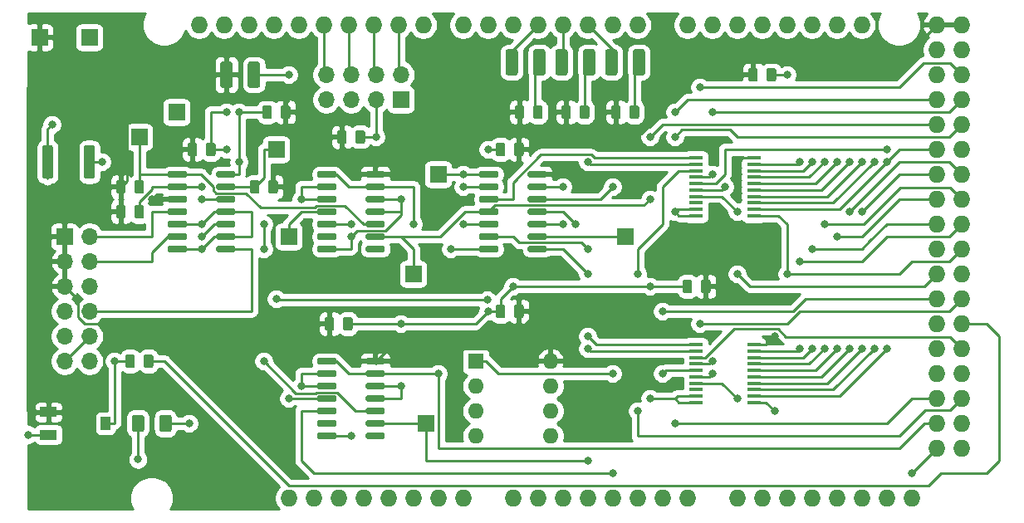
<source format=gbr>
G04 #@! TF.GenerationSoftware,KiCad,Pcbnew,(5.1.5-0-10_14)*
G04 #@! TF.CreationDate,2020-03-05T22:25:02-06:00*
G04 #@! TF.ProjectId,Electronic Target,456c6563-7472-46f6-9e69-632054617267,rev?*
G04 #@! TF.SameCoordinates,Original*
G04 #@! TF.FileFunction,Copper,L1,Top*
G04 #@! TF.FilePolarity,Positive*
%FSLAX46Y46*%
G04 Gerber Fmt 4.6, Leading zero omitted, Abs format (unit mm)*
G04 Created by KiCad (PCBNEW (5.1.5-0-10_14)) date 2020-03-05 22:25:02*
%MOMM*%
%LPD*%
G04 APERTURE LIST*
%ADD10C,0.100000*%
%ADD11R,1.450000X0.450000*%
%ADD12O,1.727200X1.727200*%
%ADD13R,1.700000X1.700000*%
%ADD14O,1.700000X1.700000*%
%ADD15R,1.701800X0.990600*%
%ADD16R,0.990600X1.346200*%
%ADD17R,1.600000X1.600000*%
%ADD18O,1.600000X1.600000*%
%ADD19C,0.800000*%
%ADD20C,0.250000*%
%ADD21C,0.254000*%
G04 APERTURE END LIST*
G04 #@! TA.AperFunction,SMDPad,CuDef*
D10*
G36*
X139204703Y-100030722D02*
G01*
X139219264Y-100032882D01*
X139233543Y-100036459D01*
X139247403Y-100041418D01*
X139260710Y-100047712D01*
X139273336Y-100055280D01*
X139285159Y-100064048D01*
X139296066Y-100073934D01*
X139305952Y-100084841D01*
X139314720Y-100096664D01*
X139322288Y-100109290D01*
X139328582Y-100122597D01*
X139333541Y-100136457D01*
X139337118Y-100150736D01*
X139339278Y-100165297D01*
X139340000Y-100180000D01*
X139340000Y-100480000D01*
X139339278Y-100494703D01*
X139337118Y-100509264D01*
X139333541Y-100523543D01*
X139328582Y-100537403D01*
X139322288Y-100550710D01*
X139314720Y-100563336D01*
X139305952Y-100575159D01*
X139296066Y-100586066D01*
X139285159Y-100595952D01*
X139273336Y-100604720D01*
X139260710Y-100612288D01*
X139247403Y-100618582D01*
X139233543Y-100623541D01*
X139219264Y-100627118D01*
X139204703Y-100629278D01*
X139190000Y-100630000D01*
X137540000Y-100630000D01*
X137525297Y-100629278D01*
X137510736Y-100627118D01*
X137496457Y-100623541D01*
X137482597Y-100618582D01*
X137469290Y-100612288D01*
X137456664Y-100604720D01*
X137444841Y-100595952D01*
X137433934Y-100586066D01*
X137424048Y-100575159D01*
X137415280Y-100563336D01*
X137407712Y-100550710D01*
X137401418Y-100537403D01*
X137396459Y-100523543D01*
X137392882Y-100509264D01*
X137390722Y-100494703D01*
X137390000Y-100480000D01*
X137390000Y-100180000D01*
X137390722Y-100165297D01*
X137392882Y-100150736D01*
X137396459Y-100136457D01*
X137401418Y-100122597D01*
X137407712Y-100109290D01*
X137415280Y-100096664D01*
X137424048Y-100084841D01*
X137433934Y-100073934D01*
X137444841Y-100064048D01*
X137456664Y-100055280D01*
X137469290Y-100047712D01*
X137482597Y-100041418D01*
X137496457Y-100036459D01*
X137510736Y-100032882D01*
X137525297Y-100030722D01*
X137540000Y-100030000D01*
X139190000Y-100030000D01*
X139204703Y-100030722D01*
G37*
G04 #@! TD.AperFunction*
G04 #@! TA.AperFunction,SMDPad,CuDef*
G36*
X139204703Y-101300722D02*
G01*
X139219264Y-101302882D01*
X139233543Y-101306459D01*
X139247403Y-101311418D01*
X139260710Y-101317712D01*
X139273336Y-101325280D01*
X139285159Y-101334048D01*
X139296066Y-101343934D01*
X139305952Y-101354841D01*
X139314720Y-101366664D01*
X139322288Y-101379290D01*
X139328582Y-101392597D01*
X139333541Y-101406457D01*
X139337118Y-101420736D01*
X139339278Y-101435297D01*
X139340000Y-101450000D01*
X139340000Y-101750000D01*
X139339278Y-101764703D01*
X139337118Y-101779264D01*
X139333541Y-101793543D01*
X139328582Y-101807403D01*
X139322288Y-101820710D01*
X139314720Y-101833336D01*
X139305952Y-101845159D01*
X139296066Y-101856066D01*
X139285159Y-101865952D01*
X139273336Y-101874720D01*
X139260710Y-101882288D01*
X139247403Y-101888582D01*
X139233543Y-101893541D01*
X139219264Y-101897118D01*
X139204703Y-101899278D01*
X139190000Y-101900000D01*
X137540000Y-101900000D01*
X137525297Y-101899278D01*
X137510736Y-101897118D01*
X137496457Y-101893541D01*
X137482597Y-101888582D01*
X137469290Y-101882288D01*
X137456664Y-101874720D01*
X137444841Y-101865952D01*
X137433934Y-101856066D01*
X137424048Y-101845159D01*
X137415280Y-101833336D01*
X137407712Y-101820710D01*
X137401418Y-101807403D01*
X137396459Y-101793543D01*
X137392882Y-101779264D01*
X137390722Y-101764703D01*
X137390000Y-101750000D01*
X137390000Y-101450000D01*
X137390722Y-101435297D01*
X137392882Y-101420736D01*
X137396459Y-101406457D01*
X137401418Y-101392597D01*
X137407712Y-101379290D01*
X137415280Y-101366664D01*
X137424048Y-101354841D01*
X137433934Y-101343934D01*
X137444841Y-101334048D01*
X137456664Y-101325280D01*
X137469290Y-101317712D01*
X137482597Y-101311418D01*
X137496457Y-101306459D01*
X137510736Y-101302882D01*
X137525297Y-101300722D01*
X137540000Y-101300000D01*
X139190000Y-101300000D01*
X139204703Y-101300722D01*
G37*
G04 #@! TD.AperFunction*
G04 #@! TA.AperFunction,SMDPad,CuDef*
G36*
X139204703Y-102570722D02*
G01*
X139219264Y-102572882D01*
X139233543Y-102576459D01*
X139247403Y-102581418D01*
X139260710Y-102587712D01*
X139273336Y-102595280D01*
X139285159Y-102604048D01*
X139296066Y-102613934D01*
X139305952Y-102624841D01*
X139314720Y-102636664D01*
X139322288Y-102649290D01*
X139328582Y-102662597D01*
X139333541Y-102676457D01*
X139337118Y-102690736D01*
X139339278Y-102705297D01*
X139340000Y-102720000D01*
X139340000Y-103020000D01*
X139339278Y-103034703D01*
X139337118Y-103049264D01*
X139333541Y-103063543D01*
X139328582Y-103077403D01*
X139322288Y-103090710D01*
X139314720Y-103103336D01*
X139305952Y-103115159D01*
X139296066Y-103126066D01*
X139285159Y-103135952D01*
X139273336Y-103144720D01*
X139260710Y-103152288D01*
X139247403Y-103158582D01*
X139233543Y-103163541D01*
X139219264Y-103167118D01*
X139204703Y-103169278D01*
X139190000Y-103170000D01*
X137540000Y-103170000D01*
X137525297Y-103169278D01*
X137510736Y-103167118D01*
X137496457Y-103163541D01*
X137482597Y-103158582D01*
X137469290Y-103152288D01*
X137456664Y-103144720D01*
X137444841Y-103135952D01*
X137433934Y-103126066D01*
X137424048Y-103115159D01*
X137415280Y-103103336D01*
X137407712Y-103090710D01*
X137401418Y-103077403D01*
X137396459Y-103063543D01*
X137392882Y-103049264D01*
X137390722Y-103034703D01*
X137390000Y-103020000D01*
X137390000Y-102720000D01*
X137390722Y-102705297D01*
X137392882Y-102690736D01*
X137396459Y-102676457D01*
X137401418Y-102662597D01*
X137407712Y-102649290D01*
X137415280Y-102636664D01*
X137424048Y-102624841D01*
X137433934Y-102613934D01*
X137444841Y-102604048D01*
X137456664Y-102595280D01*
X137469290Y-102587712D01*
X137482597Y-102581418D01*
X137496457Y-102576459D01*
X137510736Y-102572882D01*
X137525297Y-102570722D01*
X137540000Y-102570000D01*
X139190000Y-102570000D01*
X139204703Y-102570722D01*
G37*
G04 #@! TD.AperFunction*
G04 #@! TA.AperFunction,SMDPad,CuDef*
G36*
X139204703Y-103840722D02*
G01*
X139219264Y-103842882D01*
X139233543Y-103846459D01*
X139247403Y-103851418D01*
X139260710Y-103857712D01*
X139273336Y-103865280D01*
X139285159Y-103874048D01*
X139296066Y-103883934D01*
X139305952Y-103894841D01*
X139314720Y-103906664D01*
X139322288Y-103919290D01*
X139328582Y-103932597D01*
X139333541Y-103946457D01*
X139337118Y-103960736D01*
X139339278Y-103975297D01*
X139340000Y-103990000D01*
X139340000Y-104290000D01*
X139339278Y-104304703D01*
X139337118Y-104319264D01*
X139333541Y-104333543D01*
X139328582Y-104347403D01*
X139322288Y-104360710D01*
X139314720Y-104373336D01*
X139305952Y-104385159D01*
X139296066Y-104396066D01*
X139285159Y-104405952D01*
X139273336Y-104414720D01*
X139260710Y-104422288D01*
X139247403Y-104428582D01*
X139233543Y-104433541D01*
X139219264Y-104437118D01*
X139204703Y-104439278D01*
X139190000Y-104440000D01*
X137540000Y-104440000D01*
X137525297Y-104439278D01*
X137510736Y-104437118D01*
X137496457Y-104433541D01*
X137482597Y-104428582D01*
X137469290Y-104422288D01*
X137456664Y-104414720D01*
X137444841Y-104405952D01*
X137433934Y-104396066D01*
X137424048Y-104385159D01*
X137415280Y-104373336D01*
X137407712Y-104360710D01*
X137401418Y-104347403D01*
X137396459Y-104333543D01*
X137392882Y-104319264D01*
X137390722Y-104304703D01*
X137390000Y-104290000D01*
X137390000Y-103990000D01*
X137390722Y-103975297D01*
X137392882Y-103960736D01*
X137396459Y-103946457D01*
X137401418Y-103932597D01*
X137407712Y-103919290D01*
X137415280Y-103906664D01*
X137424048Y-103894841D01*
X137433934Y-103883934D01*
X137444841Y-103874048D01*
X137456664Y-103865280D01*
X137469290Y-103857712D01*
X137482597Y-103851418D01*
X137496457Y-103846459D01*
X137510736Y-103842882D01*
X137525297Y-103840722D01*
X137540000Y-103840000D01*
X139190000Y-103840000D01*
X139204703Y-103840722D01*
G37*
G04 #@! TD.AperFunction*
G04 #@! TA.AperFunction,SMDPad,CuDef*
G36*
X139204703Y-105110722D02*
G01*
X139219264Y-105112882D01*
X139233543Y-105116459D01*
X139247403Y-105121418D01*
X139260710Y-105127712D01*
X139273336Y-105135280D01*
X139285159Y-105144048D01*
X139296066Y-105153934D01*
X139305952Y-105164841D01*
X139314720Y-105176664D01*
X139322288Y-105189290D01*
X139328582Y-105202597D01*
X139333541Y-105216457D01*
X139337118Y-105230736D01*
X139339278Y-105245297D01*
X139340000Y-105260000D01*
X139340000Y-105560000D01*
X139339278Y-105574703D01*
X139337118Y-105589264D01*
X139333541Y-105603543D01*
X139328582Y-105617403D01*
X139322288Y-105630710D01*
X139314720Y-105643336D01*
X139305952Y-105655159D01*
X139296066Y-105666066D01*
X139285159Y-105675952D01*
X139273336Y-105684720D01*
X139260710Y-105692288D01*
X139247403Y-105698582D01*
X139233543Y-105703541D01*
X139219264Y-105707118D01*
X139204703Y-105709278D01*
X139190000Y-105710000D01*
X137540000Y-105710000D01*
X137525297Y-105709278D01*
X137510736Y-105707118D01*
X137496457Y-105703541D01*
X137482597Y-105698582D01*
X137469290Y-105692288D01*
X137456664Y-105684720D01*
X137444841Y-105675952D01*
X137433934Y-105666066D01*
X137424048Y-105655159D01*
X137415280Y-105643336D01*
X137407712Y-105630710D01*
X137401418Y-105617403D01*
X137396459Y-105603543D01*
X137392882Y-105589264D01*
X137390722Y-105574703D01*
X137390000Y-105560000D01*
X137390000Y-105260000D01*
X137390722Y-105245297D01*
X137392882Y-105230736D01*
X137396459Y-105216457D01*
X137401418Y-105202597D01*
X137407712Y-105189290D01*
X137415280Y-105176664D01*
X137424048Y-105164841D01*
X137433934Y-105153934D01*
X137444841Y-105144048D01*
X137456664Y-105135280D01*
X137469290Y-105127712D01*
X137482597Y-105121418D01*
X137496457Y-105116459D01*
X137510736Y-105112882D01*
X137525297Y-105110722D01*
X137540000Y-105110000D01*
X139190000Y-105110000D01*
X139204703Y-105110722D01*
G37*
G04 #@! TD.AperFunction*
G04 #@! TA.AperFunction,SMDPad,CuDef*
G36*
X139204703Y-106380722D02*
G01*
X139219264Y-106382882D01*
X139233543Y-106386459D01*
X139247403Y-106391418D01*
X139260710Y-106397712D01*
X139273336Y-106405280D01*
X139285159Y-106414048D01*
X139296066Y-106423934D01*
X139305952Y-106434841D01*
X139314720Y-106446664D01*
X139322288Y-106459290D01*
X139328582Y-106472597D01*
X139333541Y-106486457D01*
X139337118Y-106500736D01*
X139339278Y-106515297D01*
X139340000Y-106530000D01*
X139340000Y-106830000D01*
X139339278Y-106844703D01*
X139337118Y-106859264D01*
X139333541Y-106873543D01*
X139328582Y-106887403D01*
X139322288Y-106900710D01*
X139314720Y-106913336D01*
X139305952Y-106925159D01*
X139296066Y-106936066D01*
X139285159Y-106945952D01*
X139273336Y-106954720D01*
X139260710Y-106962288D01*
X139247403Y-106968582D01*
X139233543Y-106973541D01*
X139219264Y-106977118D01*
X139204703Y-106979278D01*
X139190000Y-106980000D01*
X137540000Y-106980000D01*
X137525297Y-106979278D01*
X137510736Y-106977118D01*
X137496457Y-106973541D01*
X137482597Y-106968582D01*
X137469290Y-106962288D01*
X137456664Y-106954720D01*
X137444841Y-106945952D01*
X137433934Y-106936066D01*
X137424048Y-106925159D01*
X137415280Y-106913336D01*
X137407712Y-106900710D01*
X137401418Y-106887403D01*
X137396459Y-106873543D01*
X137392882Y-106859264D01*
X137390722Y-106844703D01*
X137390000Y-106830000D01*
X137390000Y-106530000D01*
X137390722Y-106515297D01*
X137392882Y-106500736D01*
X137396459Y-106486457D01*
X137401418Y-106472597D01*
X137407712Y-106459290D01*
X137415280Y-106446664D01*
X137424048Y-106434841D01*
X137433934Y-106423934D01*
X137444841Y-106414048D01*
X137456664Y-106405280D01*
X137469290Y-106397712D01*
X137482597Y-106391418D01*
X137496457Y-106386459D01*
X137510736Y-106382882D01*
X137525297Y-106380722D01*
X137540000Y-106380000D01*
X139190000Y-106380000D01*
X139204703Y-106380722D01*
G37*
G04 #@! TD.AperFunction*
G04 #@! TA.AperFunction,SMDPad,CuDef*
G36*
X139204703Y-107650722D02*
G01*
X139219264Y-107652882D01*
X139233543Y-107656459D01*
X139247403Y-107661418D01*
X139260710Y-107667712D01*
X139273336Y-107675280D01*
X139285159Y-107684048D01*
X139296066Y-107693934D01*
X139305952Y-107704841D01*
X139314720Y-107716664D01*
X139322288Y-107729290D01*
X139328582Y-107742597D01*
X139333541Y-107756457D01*
X139337118Y-107770736D01*
X139339278Y-107785297D01*
X139340000Y-107800000D01*
X139340000Y-108100000D01*
X139339278Y-108114703D01*
X139337118Y-108129264D01*
X139333541Y-108143543D01*
X139328582Y-108157403D01*
X139322288Y-108170710D01*
X139314720Y-108183336D01*
X139305952Y-108195159D01*
X139296066Y-108206066D01*
X139285159Y-108215952D01*
X139273336Y-108224720D01*
X139260710Y-108232288D01*
X139247403Y-108238582D01*
X139233543Y-108243541D01*
X139219264Y-108247118D01*
X139204703Y-108249278D01*
X139190000Y-108250000D01*
X137540000Y-108250000D01*
X137525297Y-108249278D01*
X137510736Y-108247118D01*
X137496457Y-108243541D01*
X137482597Y-108238582D01*
X137469290Y-108232288D01*
X137456664Y-108224720D01*
X137444841Y-108215952D01*
X137433934Y-108206066D01*
X137424048Y-108195159D01*
X137415280Y-108183336D01*
X137407712Y-108170710D01*
X137401418Y-108157403D01*
X137396459Y-108143543D01*
X137392882Y-108129264D01*
X137390722Y-108114703D01*
X137390000Y-108100000D01*
X137390000Y-107800000D01*
X137390722Y-107785297D01*
X137392882Y-107770736D01*
X137396459Y-107756457D01*
X137401418Y-107742597D01*
X137407712Y-107729290D01*
X137415280Y-107716664D01*
X137424048Y-107704841D01*
X137433934Y-107693934D01*
X137444841Y-107684048D01*
X137456664Y-107675280D01*
X137469290Y-107667712D01*
X137482597Y-107661418D01*
X137496457Y-107656459D01*
X137510736Y-107652882D01*
X137525297Y-107650722D01*
X137540000Y-107650000D01*
X139190000Y-107650000D01*
X139204703Y-107650722D01*
G37*
G04 #@! TD.AperFunction*
G04 #@! TA.AperFunction,SMDPad,CuDef*
G36*
X134254703Y-107650722D02*
G01*
X134269264Y-107652882D01*
X134283543Y-107656459D01*
X134297403Y-107661418D01*
X134310710Y-107667712D01*
X134323336Y-107675280D01*
X134335159Y-107684048D01*
X134346066Y-107693934D01*
X134355952Y-107704841D01*
X134364720Y-107716664D01*
X134372288Y-107729290D01*
X134378582Y-107742597D01*
X134383541Y-107756457D01*
X134387118Y-107770736D01*
X134389278Y-107785297D01*
X134390000Y-107800000D01*
X134390000Y-108100000D01*
X134389278Y-108114703D01*
X134387118Y-108129264D01*
X134383541Y-108143543D01*
X134378582Y-108157403D01*
X134372288Y-108170710D01*
X134364720Y-108183336D01*
X134355952Y-108195159D01*
X134346066Y-108206066D01*
X134335159Y-108215952D01*
X134323336Y-108224720D01*
X134310710Y-108232288D01*
X134297403Y-108238582D01*
X134283543Y-108243541D01*
X134269264Y-108247118D01*
X134254703Y-108249278D01*
X134240000Y-108250000D01*
X132590000Y-108250000D01*
X132575297Y-108249278D01*
X132560736Y-108247118D01*
X132546457Y-108243541D01*
X132532597Y-108238582D01*
X132519290Y-108232288D01*
X132506664Y-108224720D01*
X132494841Y-108215952D01*
X132483934Y-108206066D01*
X132474048Y-108195159D01*
X132465280Y-108183336D01*
X132457712Y-108170710D01*
X132451418Y-108157403D01*
X132446459Y-108143543D01*
X132442882Y-108129264D01*
X132440722Y-108114703D01*
X132440000Y-108100000D01*
X132440000Y-107800000D01*
X132440722Y-107785297D01*
X132442882Y-107770736D01*
X132446459Y-107756457D01*
X132451418Y-107742597D01*
X132457712Y-107729290D01*
X132465280Y-107716664D01*
X132474048Y-107704841D01*
X132483934Y-107693934D01*
X132494841Y-107684048D01*
X132506664Y-107675280D01*
X132519290Y-107667712D01*
X132532597Y-107661418D01*
X132546457Y-107656459D01*
X132560736Y-107652882D01*
X132575297Y-107650722D01*
X132590000Y-107650000D01*
X134240000Y-107650000D01*
X134254703Y-107650722D01*
G37*
G04 #@! TD.AperFunction*
G04 #@! TA.AperFunction,SMDPad,CuDef*
G36*
X134254703Y-106380722D02*
G01*
X134269264Y-106382882D01*
X134283543Y-106386459D01*
X134297403Y-106391418D01*
X134310710Y-106397712D01*
X134323336Y-106405280D01*
X134335159Y-106414048D01*
X134346066Y-106423934D01*
X134355952Y-106434841D01*
X134364720Y-106446664D01*
X134372288Y-106459290D01*
X134378582Y-106472597D01*
X134383541Y-106486457D01*
X134387118Y-106500736D01*
X134389278Y-106515297D01*
X134390000Y-106530000D01*
X134390000Y-106830000D01*
X134389278Y-106844703D01*
X134387118Y-106859264D01*
X134383541Y-106873543D01*
X134378582Y-106887403D01*
X134372288Y-106900710D01*
X134364720Y-106913336D01*
X134355952Y-106925159D01*
X134346066Y-106936066D01*
X134335159Y-106945952D01*
X134323336Y-106954720D01*
X134310710Y-106962288D01*
X134297403Y-106968582D01*
X134283543Y-106973541D01*
X134269264Y-106977118D01*
X134254703Y-106979278D01*
X134240000Y-106980000D01*
X132590000Y-106980000D01*
X132575297Y-106979278D01*
X132560736Y-106977118D01*
X132546457Y-106973541D01*
X132532597Y-106968582D01*
X132519290Y-106962288D01*
X132506664Y-106954720D01*
X132494841Y-106945952D01*
X132483934Y-106936066D01*
X132474048Y-106925159D01*
X132465280Y-106913336D01*
X132457712Y-106900710D01*
X132451418Y-106887403D01*
X132446459Y-106873543D01*
X132442882Y-106859264D01*
X132440722Y-106844703D01*
X132440000Y-106830000D01*
X132440000Y-106530000D01*
X132440722Y-106515297D01*
X132442882Y-106500736D01*
X132446459Y-106486457D01*
X132451418Y-106472597D01*
X132457712Y-106459290D01*
X132465280Y-106446664D01*
X132474048Y-106434841D01*
X132483934Y-106423934D01*
X132494841Y-106414048D01*
X132506664Y-106405280D01*
X132519290Y-106397712D01*
X132532597Y-106391418D01*
X132546457Y-106386459D01*
X132560736Y-106382882D01*
X132575297Y-106380722D01*
X132590000Y-106380000D01*
X134240000Y-106380000D01*
X134254703Y-106380722D01*
G37*
G04 #@! TD.AperFunction*
G04 #@! TA.AperFunction,SMDPad,CuDef*
G36*
X134254703Y-105110722D02*
G01*
X134269264Y-105112882D01*
X134283543Y-105116459D01*
X134297403Y-105121418D01*
X134310710Y-105127712D01*
X134323336Y-105135280D01*
X134335159Y-105144048D01*
X134346066Y-105153934D01*
X134355952Y-105164841D01*
X134364720Y-105176664D01*
X134372288Y-105189290D01*
X134378582Y-105202597D01*
X134383541Y-105216457D01*
X134387118Y-105230736D01*
X134389278Y-105245297D01*
X134390000Y-105260000D01*
X134390000Y-105560000D01*
X134389278Y-105574703D01*
X134387118Y-105589264D01*
X134383541Y-105603543D01*
X134378582Y-105617403D01*
X134372288Y-105630710D01*
X134364720Y-105643336D01*
X134355952Y-105655159D01*
X134346066Y-105666066D01*
X134335159Y-105675952D01*
X134323336Y-105684720D01*
X134310710Y-105692288D01*
X134297403Y-105698582D01*
X134283543Y-105703541D01*
X134269264Y-105707118D01*
X134254703Y-105709278D01*
X134240000Y-105710000D01*
X132590000Y-105710000D01*
X132575297Y-105709278D01*
X132560736Y-105707118D01*
X132546457Y-105703541D01*
X132532597Y-105698582D01*
X132519290Y-105692288D01*
X132506664Y-105684720D01*
X132494841Y-105675952D01*
X132483934Y-105666066D01*
X132474048Y-105655159D01*
X132465280Y-105643336D01*
X132457712Y-105630710D01*
X132451418Y-105617403D01*
X132446459Y-105603543D01*
X132442882Y-105589264D01*
X132440722Y-105574703D01*
X132440000Y-105560000D01*
X132440000Y-105260000D01*
X132440722Y-105245297D01*
X132442882Y-105230736D01*
X132446459Y-105216457D01*
X132451418Y-105202597D01*
X132457712Y-105189290D01*
X132465280Y-105176664D01*
X132474048Y-105164841D01*
X132483934Y-105153934D01*
X132494841Y-105144048D01*
X132506664Y-105135280D01*
X132519290Y-105127712D01*
X132532597Y-105121418D01*
X132546457Y-105116459D01*
X132560736Y-105112882D01*
X132575297Y-105110722D01*
X132590000Y-105110000D01*
X134240000Y-105110000D01*
X134254703Y-105110722D01*
G37*
G04 #@! TD.AperFunction*
G04 #@! TA.AperFunction,SMDPad,CuDef*
G36*
X134254703Y-103840722D02*
G01*
X134269264Y-103842882D01*
X134283543Y-103846459D01*
X134297403Y-103851418D01*
X134310710Y-103857712D01*
X134323336Y-103865280D01*
X134335159Y-103874048D01*
X134346066Y-103883934D01*
X134355952Y-103894841D01*
X134364720Y-103906664D01*
X134372288Y-103919290D01*
X134378582Y-103932597D01*
X134383541Y-103946457D01*
X134387118Y-103960736D01*
X134389278Y-103975297D01*
X134390000Y-103990000D01*
X134390000Y-104290000D01*
X134389278Y-104304703D01*
X134387118Y-104319264D01*
X134383541Y-104333543D01*
X134378582Y-104347403D01*
X134372288Y-104360710D01*
X134364720Y-104373336D01*
X134355952Y-104385159D01*
X134346066Y-104396066D01*
X134335159Y-104405952D01*
X134323336Y-104414720D01*
X134310710Y-104422288D01*
X134297403Y-104428582D01*
X134283543Y-104433541D01*
X134269264Y-104437118D01*
X134254703Y-104439278D01*
X134240000Y-104440000D01*
X132590000Y-104440000D01*
X132575297Y-104439278D01*
X132560736Y-104437118D01*
X132546457Y-104433541D01*
X132532597Y-104428582D01*
X132519290Y-104422288D01*
X132506664Y-104414720D01*
X132494841Y-104405952D01*
X132483934Y-104396066D01*
X132474048Y-104385159D01*
X132465280Y-104373336D01*
X132457712Y-104360710D01*
X132451418Y-104347403D01*
X132446459Y-104333543D01*
X132442882Y-104319264D01*
X132440722Y-104304703D01*
X132440000Y-104290000D01*
X132440000Y-103990000D01*
X132440722Y-103975297D01*
X132442882Y-103960736D01*
X132446459Y-103946457D01*
X132451418Y-103932597D01*
X132457712Y-103919290D01*
X132465280Y-103906664D01*
X132474048Y-103894841D01*
X132483934Y-103883934D01*
X132494841Y-103874048D01*
X132506664Y-103865280D01*
X132519290Y-103857712D01*
X132532597Y-103851418D01*
X132546457Y-103846459D01*
X132560736Y-103842882D01*
X132575297Y-103840722D01*
X132590000Y-103840000D01*
X134240000Y-103840000D01*
X134254703Y-103840722D01*
G37*
G04 #@! TD.AperFunction*
G04 #@! TA.AperFunction,SMDPad,CuDef*
G36*
X134254703Y-102570722D02*
G01*
X134269264Y-102572882D01*
X134283543Y-102576459D01*
X134297403Y-102581418D01*
X134310710Y-102587712D01*
X134323336Y-102595280D01*
X134335159Y-102604048D01*
X134346066Y-102613934D01*
X134355952Y-102624841D01*
X134364720Y-102636664D01*
X134372288Y-102649290D01*
X134378582Y-102662597D01*
X134383541Y-102676457D01*
X134387118Y-102690736D01*
X134389278Y-102705297D01*
X134390000Y-102720000D01*
X134390000Y-103020000D01*
X134389278Y-103034703D01*
X134387118Y-103049264D01*
X134383541Y-103063543D01*
X134378582Y-103077403D01*
X134372288Y-103090710D01*
X134364720Y-103103336D01*
X134355952Y-103115159D01*
X134346066Y-103126066D01*
X134335159Y-103135952D01*
X134323336Y-103144720D01*
X134310710Y-103152288D01*
X134297403Y-103158582D01*
X134283543Y-103163541D01*
X134269264Y-103167118D01*
X134254703Y-103169278D01*
X134240000Y-103170000D01*
X132590000Y-103170000D01*
X132575297Y-103169278D01*
X132560736Y-103167118D01*
X132546457Y-103163541D01*
X132532597Y-103158582D01*
X132519290Y-103152288D01*
X132506664Y-103144720D01*
X132494841Y-103135952D01*
X132483934Y-103126066D01*
X132474048Y-103115159D01*
X132465280Y-103103336D01*
X132457712Y-103090710D01*
X132451418Y-103077403D01*
X132446459Y-103063543D01*
X132442882Y-103049264D01*
X132440722Y-103034703D01*
X132440000Y-103020000D01*
X132440000Y-102720000D01*
X132440722Y-102705297D01*
X132442882Y-102690736D01*
X132446459Y-102676457D01*
X132451418Y-102662597D01*
X132457712Y-102649290D01*
X132465280Y-102636664D01*
X132474048Y-102624841D01*
X132483934Y-102613934D01*
X132494841Y-102604048D01*
X132506664Y-102595280D01*
X132519290Y-102587712D01*
X132532597Y-102581418D01*
X132546457Y-102576459D01*
X132560736Y-102572882D01*
X132575297Y-102570722D01*
X132590000Y-102570000D01*
X134240000Y-102570000D01*
X134254703Y-102570722D01*
G37*
G04 #@! TD.AperFunction*
G04 #@! TA.AperFunction,SMDPad,CuDef*
G36*
X134254703Y-101300722D02*
G01*
X134269264Y-101302882D01*
X134283543Y-101306459D01*
X134297403Y-101311418D01*
X134310710Y-101317712D01*
X134323336Y-101325280D01*
X134335159Y-101334048D01*
X134346066Y-101343934D01*
X134355952Y-101354841D01*
X134364720Y-101366664D01*
X134372288Y-101379290D01*
X134378582Y-101392597D01*
X134383541Y-101406457D01*
X134387118Y-101420736D01*
X134389278Y-101435297D01*
X134390000Y-101450000D01*
X134390000Y-101750000D01*
X134389278Y-101764703D01*
X134387118Y-101779264D01*
X134383541Y-101793543D01*
X134378582Y-101807403D01*
X134372288Y-101820710D01*
X134364720Y-101833336D01*
X134355952Y-101845159D01*
X134346066Y-101856066D01*
X134335159Y-101865952D01*
X134323336Y-101874720D01*
X134310710Y-101882288D01*
X134297403Y-101888582D01*
X134283543Y-101893541D01*
X134269264Y-101897118D01*
X134254703Y-101899278D01*
X134240000Y-101900000D01*
X132590000Y-101900000D01*
X132575297Y-101899278D01*
X132560736Y-101897118D01*
X132546457Y-101893541D01*
X132532597Y-101888582D01*
X132519290Y-101882288D01*
X132506664Y-101874720D01*
X132494841Y-101865952D01*
X132483934Y-101856066D01*
X132474048Y-101845159D01*
X132465280Y-101833336D01*
X132457712Y-101820710D01*
X132451418Y-101807403D01*
X132446459Y-101793543D01*
X132442882Y-101779264D01*
X132440722Y-101764703D01*
X132440000Y-101750000D01*
X132440000Y-101450000D01*
X132440722Y-101435297D01*
X132442882Y-101420736D01*
X132446459Y-101406457D01*
X132451418Y-101392597D01*
X132457712Y-101379290D01*
X132465280Y-101366664D01*
X132474048Y-101354841D01*
X132483934Y-101343934D01*
X132494841Y-101334048D01*
X132506664Y-101325280D01*
X132519290Y-101317712D01*
X132532597Y-101311418D01*
X132546457Y-101306459D01*
X132560736Y-101302882D01*
X132575297Y-101300722D01*
X132590000Y-101300000D01*
X134240000Y-101300000D01*
X134254703Y-101300722D01*
G37*
G04 #@! TD.AperFunction*
G04 #@! TA.AperFunction,SMDPad,CuDef*
G36*
X134254703Y-100030722D02*
G01*
X134269264Y-100032882D01*
X134283543Y-100036459D01*
X134297403Y-100041418D01*
X134310710Y-100047712D01*
X134323336Y-100055280D01*
X134335159Y-100064048D01*
X134346066Y-100073934D01*
X134355952Y-100084841D01*
X134364720Y-100096664D01*
X134372288Y-100109290D01*
X134378582Y-100122597D01*
X134383541Y-100136457D01*
X134387118Y-100150736D01*
X134389278Y-100165297D01*
X134390000Y-100180000D01*
X134390000Y-100480000D01*
X134389278Y-100494703D01*
X134387118Y-100509264D01*
X134383541Y-100523543D01*
X134378582Y-100537403D01*
X134372288Y-100550710D01*
X134364720Y-100563336D01*
X134355952Y-100575159D01*
X134346066Y-100586066D01*
X134335159Y-100595952D01*
X134323336Y-100604720D01*
X134310710Y-100612288D01*
X134297403Y-100618582D01*
X134283543Y-100623541D01*
X134269264Y-100627118D01*
X134254703Y-100629278D01*
X134240000Y-100630000D01*
X132590000Y-100630000D01*
X132575297Y-100629278D01*
X132560736Y-100627118D01*
X132546457Y-100623541D01*
X132532597Y-100618582D01*
X132519290Y-100612288D01*
X132506664Y-100604720D01*
X132494841Y-100595952D01*
X132483934Y-100586066D01*
X132474048Y-100575159D01*
X132465280Y-100563336D01*
X132457712Y-100550710D01*
X132451418Y-100537403D01*
X132446459Y-100523543D01*
X132442882Y-100509264D01*
X132440722Y-100494703D01*
X132440000Y-100480000D01*
X132440000Y-100180000D01*
X132440722Y-100165297D01*
X132442882Y-100150736D01*
X132446459Y-100136457D01*
X132451418Y-100122597D01*
X132457712Y-100109290D01*
X132465280Y-100096664D01*
X132474048Y-100084841D01*
X132483934Y-100073934D01*
X132494841Y-100064048D01*
X132506664Y-100055280D01*
X132519290Y-100047712D01*
X132532597Y-100041418D01*
X132546457Y-100036459D01*
X132560736Y-100032882D01*
X132575297Y-100030722D01*
X132590000Y-100030000D01*
X134240000Y-100030000D01*
X134254703Y-100030722D01*
G37*
G04 #@! TD.AperFunction*
D11*
X186280000Y-98675000D03*
X186280000Y-99325000D03*
X186280000Y-99975000D03*
X186280000Y-100625000D03*
X186280000Y-101275000D03*
X186280000Y-101925000D03*
X186280000Y-102575000D03*
X186280000Y-103225000D03*
X186280000Y-103875000D03*
X186280000Y-104525000D03*
X192180000Y-104525000D03*
X192180000Y-103875000D03*
X192180000Y-103225000D03*
X192180000Y-102575000D03*
X192180000Y-101925000D03*
X192180000Y-101275000D03*
X192180000Y-100625000D03*
X192180000Y-99975000D03*
X192180000Y-99325000D03*
X192180000Y-98675000D03*
X192180000Y-117725000D03*
X192180000Y-118375000D03*
X192180000Y-119025000D03*
X192180000Y-119675000D03*
X192180000Y-120325000D03*
X192180000Y-120975000D03*
X192180000Y-121625000D03*
X192180000Y-122275000D03*
X192180000Y-122925000D03*
X192180000Y-123575000D03*
X186280000Y-123575000D03*
X186280000Y-122925000D03*
X186280000Y-122275000D03*
X186280000Y-121625000D03*
X186280000Y-120975000D03*
X186280000Y-120325000D03*
X186280000Y-119675000D03*
X186280000Y-119025000D03*
X186280000Y-118375000D03*
X186280000Y-117725000D03*
D12*
X167640000Y-133350000D03*
X162560000Y-133350000D03*
X160020000Y-133350000D03*
X157480000Y-133350000D03*
X154940000Y-133350000D03*
X152400000Y-133350000D03*
X149860000Y-133350000D03*
X147320000Y-133350000D03*
X203200000Y-85090000D03*
X200660000Y-85090000D03*
X198120000Y-85090000D03*
X195580000Y-85090000D03*
X193040000Y-85090000D03*
X190500000Y-85090000D03*
X187960000Y-85090000D03*
X185420000Y-85090000D03*
X180340000Y-85090000D03*
X177800000Y-85090000D03*
X175260000Y-85090000D03*
X172720000Y-85090000D03*
X170180000Y-85090000D03*
X167640000Y-85090000D03*
X165100000Y-85090000D03*
X162560000Y-85090000D03*
X143256000Y-85090000D03*
X158496000Y-85090000D03*
X155956000Y-85090000D03*
X153416000Y-85090000D03*
X135636000Y-85090000D03*
X138176000Y-85090000D03*
X140716000Y-85090000D03*
X145796000Y-85090000D03*
X148336000Y-85090000D03*
X150876000Y-85090000D03*
X144780000Y-133350000D03*
X170180000Y-133350000D03*
X172720000Y-133350000D03*
X175260000Y-133350000D03*
X177800000Y-133350000D03*
X180340000Y-133350000D03*
X182880000Y-133350000D03*
X185420000Y-133350000D03*
X190500000Y-133350000D03*
X193040000Y-133350000D03*
X195580000Y-133350000D03*
X198120000Y-133350000D03*
X200660000Y-133350000D03*
X203200000Y-133350000D03*
X205740000Y-133350000D03*
X208280000Y-133350000D03*
X210820000Y-85090000D03*
X213360000Y-85090000D03*
X210820000Y-87630000D03*
X213360000Y-87630000D03*
X210820000Y-90170000D03*
X213360000Y-90170000D03*
X210820000Y-92710000D03*
X213360000Y-92710000D03*
X210820000Y-95250000D03*
X213360000Y-95250000D03*
X210820000Y-97790000D03*
X213360000Y-97790000D03*
X210820000Y-100330000D03*
X213360000Y-100330000D03*
X210820000Y-102870000D03*
X213360000Y-102870000D03*
X210820000Y-105410000D03*
X213360000Y-105410000D03*
X210820000Y-107950000D03*
X213360000Y-107950000D03*
X210820000Y-110490000D03*
X213360000Y-110490000D03*
X210820000Y-113030000D03*
X213360000Y-113030000D03*
X210820000Y-115570000D03*
X213360000Y-115570000D03*
X210820000Y-118110000D03*
X213360000Y-118110000D03*
X210820000Y-120650000D03*
X213360000Y-120650000D03*
X210820000Y-123190000D03*
X213360000Y-123190000D03*
X210820000Y-125730000D03*
X213360000Y-125730000D03*
X210820000Y-128270000D03*
X213360000Y-128270000D03*
G04 #@! TA.AperFunction,SMDPad,CuDef*
D10*
G36*
X141629504Y-88846204D02*
G01*
X141653773Y-88849804D01*
X141677571Y-88855765D01*
X141700671Y-88864030D01*
X141722849Y-88874520D01*
X141743893Y-88887133D01*
X141763598Y-88901747D01*
X141781777Y-88918223D01*
X141798253Y-88936402D01*
X141812867Y-88956107D01*
X141825480Y-88977151D01*
X141835970Y-88999329D01*
X141844235Y-89022429D01*
X141850196Y-89046227D01*
X141853796Y-89070496D01*
X141855000Y-89095000D01*
X141855000Y-91245000D01*
X141853796Y-91269504D01*
X141850196Y-91293773D01*
X141844235Y-91317571D01*
X141835970Y-91340671D01*
X141825480Y-91362849D01*
X141812867Y-91383893D01*
X141798253Y-91403598D01*
X141781777Y-91421777D01*
X141763598Y-91438253D01*
X141743893Y-91452867D01*
X141722849Y-91465480D01*
X141700671Y-91475970D01*
X141677571Y-91484235D01*
X141653773Y-91490196D01*
X141629504Y-91493796D01*
X141605000Y-91495000D01*
X140855000Y-91495000D01*
X140830496Y-91493796D01*
X140806227Y-91490196D01*
X140782429Y-91484235D01*
X140759329Y-91475970D01*
X140737151Y-91465480D01*
X140716107Y-91452867D01*
X140696402Y-91438253D01*
X140678223Y-91421777D01*
X140661747Y-91403598D01*
X140647133Y-91383893D01*
X140634520Y-91362849D01*
X140624030Y-91340671D01*
X140615765Y-91317571D01*
X140609804Y-91293773D01*
X140606204Y-91269504D01*
X140605000Y-91245000D01*
X140605000Y-89095000D01*
X140606204Y-89070496D01*
X140609804Y-89046227D01*
X140615765Y-89022429D01*
X140624030Y-88999329D01*
X140634520Y-88977151D01*
X140647133Y-88956107D01*
X140661747Y-88936402D01*
X140678223Y-88918223D01*
X140696402Y-88901747D01*
X140716107Y-88887133D01*
X140737151Y-88874520D01*
X140759329Y-88864030D01*
X140782429Y-88855765D01*
X140806227Y-88849804D01*
X140830496Y-88846204D01*
X140855000Y-88845000D01*
X141605000Y-88845000D01*
X141629504Y-88846204D01*
G37*
G04 #@! TD.AperFunction*
G04 #@! TA.AperFunction,SMDPad,CuDef*
G36*
X138829504Y-88846204D02*
G01*
X138853773Y-88849804D01*
X138877571Y-88855765D01*
X138900671Y-88864030D01*
X138922849Y-88874520D01*
X138943893Y-88887133D01*
X138963598Y-88901747D01*
X138981777Y-88918223D01*
X138998253Y-88936402D01*
X139012867Y-88956107D01*
X139025480Y-88977151D01*
X139035970Y-88999329D01*
X139044235Y-89022429D01*
X139050196Y-89046227D01*
X139053796Y-89070496D01*
X139055000Y-89095000D01*
X139055000Y-91245000D01*
X139053796Y-91269504D01*
X139050196Y-91293773D01*
X139044235Y-91317571D01*
X139035970Y-91340671D01*
X139025480Y-91362849D01*
X139012867Y-91383893D01*
X138998253Y-91403598D01*
X138981777Y-91421777D01*
X138963598Y-91438253D01*
X138943893Y-91452867D01*
X138922849Y-91465480D01*
X138900671Y-91475970D01*
X138877571Y-91484235D01*
X138853773Y-91490196D01*
X138829504Y-91493796D01*
X138805000Y-91495000D01*
X138055000Y-91495000D01*
X138030496Y-91493796D01*
X138006227Y-91490196D01*
X137982429Y-91484235D01*
X137959329Y-91475970D01*
X137937151Y-91465480D01*
X137916107Y-91452867D01*
X137896402Y-91438253D01*
X137878223Y-91421777D01*
X137861747Y-91403598D01*
X137847133Y-91383893D01*
X137834520Y-91362849D01*
X137824030Y-91340671D01*
X137815765Y-91317571D01*
X137809804Y-91293773D01*
X137806204Y-91269504D01*
X137805000Y-91245000D01*
X137805000Y-89095000D01*
X137806204Y-89070496D01*
X137809804Y-89046227D01*
X137815765Y-89022429D01*
X137824030Y-88999329D01*
X137834520Y-88977151D01*
X137847133Y-88956107D01*
X137861747Y-88936402D01*
X137878223Y-88918223D01*
X137896402Y-88901747D01*
X137916107Y-88887133D01*
X137937151Y-88874520D01*
X137959329Y-88864030D01*
X137982429Y-88855765D01*
X138006227Y-88849804D01*
X138030496Y-88846204D01*
X138055000Y-88845000D01*
X138805000Y-88845000D01*
X138829504Y-88846204D01*
G37*
G04 #@! TD.AperFunction*
G04 #@! TA.AperFunction,SMDPad,CuDef*
G36*
X124797005Y-97361204D02*
G01*
X124821273Y-97364804D01*
X124845072Y-97370765D01*
X124868171Y-97379030D01*
X124890350Y-97389520D01*
X124911393Y-97402132D01*
X124931099Y-97416747D01*
X124949277Y-97433223D01*
X124965753Y-97451401D01*
X124980368Y-97471107D01*
X124992980Y-97492150D01*
X125003470Y-97514329D01*
X125011735Y-97537428D01*
X125017696Y-97561227D01*
X125021296Y-97585495D01*
X125022500Y-97609999D01*
X125022500Y-100510001D01*
X125021296Y-100534505D01*
X125017696Y-100558773D01*
X125011735Y-100582572D01*
X125003470Y-100605671D01*
X124992980Y-100627850D01*
X124980368Y-100648893D01*
X124965753Y-100668599D01*
X124949277Y-100686777D01*
X124931099Y-100703253D01*
X124911393Y-100717868D01*
X124890350Y-100730480D01*
X124868171Y-100740970D01*
X124845072Y-100749235D01*
X124821273Y-100755196D01*
X124797005Y-100758796D01*
X124772501Y-100760000D01*
X124147499Y-100760000D01*
X124122995Y-100758796D01*
X124098727Y-100755196D01*
X124074928Y-100749235D01*
X124051829Y-100740970D01*
X124029650Y-100730480D01*
X124008607Y-100717868D01*
X123988901Y-100703253D01*
X123970723Y-100686777D01*
X123954247Y-100668599D01*
X123939632Y-100648893D01*
X123927020Y-100627850D01*
X123916530Y-100605671D01*
X123908265Y-100582572D01*
X123902304Y-100558773D01*
X123898704Y-100534505D01*
X123897500Y-100510001D01*
X123897500Y-97609999D01*
X123898704Y-97585495D01*
X123902304Y-97561227D01*
X123908265Y-97537428D01*
X123916530Y-97514329D01*
X123927020Y-97492150D01*
X123939632Y-97471107D01*
X123954247Y-97451401D01*
X123970723Y-97433223D01*
X123988901Y-97416747D01*
X124008607Y-97402132D01*
X124029650Y-97389520D01*
X124051829Y-97379030D01*
X124074928Y-97370765D01*
X124098727Y-97364804D01*
X124122995Y-97361204D01*
X124147499Y-97360000D01*
X124772501Y-97360000D01*
X124797005Y-97361204D01*
G37*
G04 #@! TD.AperFunction*
G04 #@! TA.AperFunction,SMDPad,CuDef*
G36*
X120522005Y-97361204D02*
G01*
X120546273Y-97364804D01*
X120570072Y-97370765D01*
X120593171Y-97379030D01*
X120615350Y-97389520D01*
X120636393Y-97402132D01*
X120656099Y-97416747D01*
X120674277Y-97433223D01*
X120690753Y-97451401D01*
X120705368Y-97471107D01*
X120717980Y-97492150D01*
X120728470Y-97514329D01*
X120736735Y-97537428D01*
X120742696Y-97561227D01*
X120746296Y-97585495D01*
X120747500Y-97609999D01*
X120747500Y-100510001D01*
X120746296Y-100534505D01*
X120742696Y-100558773D01*
X120736735Y-100582572D01*
X120728470Y-100605671D01*
X120717980Y-100627850D01*
X120705368Y-100648893D01*
X120690753Y-100668599D01*
X120674277Y-100686777D01*
X120656099Y-100703253D01*
X120636393Y-100717868D01*
X120615350Y-100730480D01*
X120593171Y-100740970D01*
X120570072Y-100749235D01*
X120546273Y-100755196D01*
X120522005Y-100758796D01*
X120497501Y-100760000D01*
X119872499Y-100760000D01*
X119847995Y-100758796D01*
X119823727Y-100755196D01*
X119799928Y-100749235D01*
X119776829Y-100740970D01*
X119754650Y-100730480D01*
X119733607Y-100717868D01*
X119713901Y-100703253D01*
X119695723Y-100686777D01*
X119679247Y-100668599D01*
X119664632Y-100648893D01*
X119652020Y-100627850D01*
X119641530Y-100605671D01*
X119633265Y-100582572D01*
X119627304Y-100558773D01*
X119623704Y-100534505D01*
X119622500Y-100510001D01*
X119622500Y-97609999D01*
X119623704Y-97585495D01*
X119627304Y-97561227D01*
X119633265Y-97537428D01*
X119641530Y-97514329D01*
X119652020Y-97492150D01*
X119664632Y-97471107D01*
X119679247Y-97451401D01*
X119695723Y-97433223D01*
X119713901Y-97416747D01*
X119733607Y-97402132D01*
X119754650Y-97389520D01*
X119776829Y-97379030D01*
X119799928Y-97370765D01*
X119823727Y-97364804D01*
X119847995Y-97361204D01*
X119872499Y-97360000D01*
X120497501Y-97360000D01*
X120522005Y-97361204D01*
G37*
G04 #@! TD.AperFunction*
G04 #@! TA.AperFunction,SMDPad,CuDef*
G36*
X135220142Y-97091174D02*
G01*
X135243803Y-97094684D01*
X135267007Y-97100496D01*
X135289529Y-97108554D01*
X135311153Y-97118782D01*
X135331670Y-97131079D01*
X135350883Y-97145329D01*
X135368607Y-97161393D01*
X135384671Y-97179117D01*
X135398921Y-97198330D01*
X135411218Y-97218847D01*
X135421446Y-97240471D01*
X135429504Y-97262993D01*
X135435316Y-97286197D01*
X135438826Y-97309858D01*
X135440000Y-97333750D01*
X135440000Y-98246250D01*
X135438826Y-98270142D01*
X135435316Y-98293803D01*
X135429504Y-98317007D01*
X135421446Y-98339529D01*
X135411218Y-98361153D01*
X135398921Y-98381670D01*
X135384671Y-98400883D01*
X135368607Y-98418607D01*
X135350883Y-98434671D01*
X135331670Y-98448921D01*
X135311153Y-98461218D01*
X135289529Y-98471446D01*
X135267007Y-98479504D01*
X135243803Y-98485316D01*
X135220142Y-98488826D01*
X135196250Y-98490000D01*
X134708750Y-98490000D01*
X134684858Y-98488826D01*
X134661197Y-98485316D01*
X134637993Y-98479504D01*
X134615471Y-98471446D01*
X134593847Y-98461218D01*
X134573330Y-98448921D01*
X134554117Y-98434671D01*
X134536393Y-98418607D01*
X134520329Y-98400883D01*
X134506079Y-98381670D01*
X134493782Y-98361153D01*
X134483554Y-98339529D01*
X134475496Y-98317007D01*
X134469684Y-98293803D01*
X134466174Y-98270142D01*
X134465000Y-98246250D01*
X134465000Y-97333750D01*
X134466174Y-97309858D01*
X134469684Y-97286197D01*
X134475496Y-97262993D01*
X134483554Y-97240471D01*
X134493782Y-97218847D01*
X134506079Y-97198330D01*
X134520329Y-97179117D01*
X134536393Y-97161393D01*
X134554117Y-97145329D01*
X134573330Y-97131079D01*
X134593847Y-97118782D01*
X134615471Y-97108554D01*
X134637993Y-97100496D01*
X134661197Y-97094684D01*
X134684858Y-97091174D01*
X134708750Y-97090000D01*
X135196250Y-97090000D01*
X135220142Y-97091174D01*
G37*
G04 #@! TD.AperFunction*
G04 #@! TA.AperFunction,SMDPad,CuDef*
G36*
X137095142Y-97091174D02*
G01*
X137118803Y-97094684D01*
X137142007Y-97100496D01*
X137164529Y-97108554D01*
X137186153Y-97118782D01*
X137206670Y-97131079D01*
X137225883Y-97145329D01*
X137243607Y-97161393D01*
X137259671Y-97179117D01*
X137273921Y-97198330D01*
X137286218Y-97218847D01*
X137296446Y-97240471D01*
X137304504Y-97262993D01*
X137310316Y-97286197D01*
X137313826Y-97309858D01*
X137315000Y-97333750D01*
X137315000Y-98246250D01*
X137313826Y-98270142D01*
X137310316Y-98293803D01*
X137304504Y-98317007D01*
X137296446Y-98339529D01*
X137286218Y-98361153D01*
X137273921Y-98381670D01*
X137259671Y-98400883D01*
X137243607Y-98418607D01*
X137225883Y-98434671D01*
X137206670Y-98448921D01*
X137186153Y-98461218D01*
X137164529Y-98471446D01*
X137142007Y-98479504D01*
X137118803Y-98485316D01*
X137095142Y-98488826D01*
X137071250Y-98490000D01*
X136583750Y-98490000D01*
X136559858Y-98488826D01*
X136536197Y-98485316D01*
X136512993Y-98479504D01*
X136490471Y-98471446D01*
X136468847Y-98461218D01*
X136448330Y-98448921D01*
X136429117Y-98434671D01*
X136411393Y-98418607D01*
X136395329Y-98400883D01*
X136381079Y-98381670D01*
X136368782Y-98361153D01*
X136358554Y-98339529D01*
X136350496Y-98317007D01*
X136344684Y-98293803D01*
X136341174Y-98270142D01*
X136340000Y-98246250D01*
X136340000Y-97333750D01*
X136341174Y-97309858D01*
X136344684Y-97286197D01*
X136350496Y-97262993D01*
X136358554Y-97240471D01*
X136368782Y-97218847D01*
X136381079Y-97198330D01*
X136395329Y-97179117D01*
X136411393Y-97161393D01*
X136429117Y-97145329D01*
X136448330Y-97131079D01*
X136468847Y-97118782D01*
X136490471Y-97108554D01*
X136512993Y-97100496D01*
X136536197Y-97094684D01*
X136559858Y-97091174D01*
X136583750Y-97090000D01*
X137071250Y-97090000D01*
X137095142Y-97091174D01*
G37*
G04 #@! TD.AperFunction*
G04 #@! TA.AperFunction,SMDPad,CuDef*
G36*
X152335142Y-95821174D02*
G01*
X152358803Y-95824684D01*
X152382007Y-95830496D01*
X152404529Y-95838554D01*
X152426153Y-95848782D01*
X152446670Y-95861079D01*
X152465883Y-95875329D01*
X152483607Y-95891393D01*
X152499671Y-95909117D01*
X152513921Y-95928330D01*
X152526218Y-95948847D01*
X152536446Y-95970471D01*
X152544504Y-95992993D01*
X152550316Y-96016197D01*
X152553826Y-96039858D01*
X152555000Y-96063750D01*
X152555000Y-96976250D01*
X152553826Y-97000142D01*
X152550316Y-97023803D01*
X152544504Y-97047007D01*
X152536446Y-97069529D01*
X152526218Y-97091153D01*
X152513921Y-97111670D01*
X152499671Y-97130883D01*
X152483607Y-97148607D01*
X152465883Y-97164671D01*
X152446670Y-97178921D01*
X152426153Y-97191218D01*
X152404529Y-97201446D01*
X152382007Y-97209504D01*
X152358803Y-97215316D01*
X152335142Y-97218826D01*
X152311250Y-97220000D01*
X151823750Y-97220000D01*
X151799858Y-97218826D01*
X151776197Y-97215316D01*
X151752993Y-97209504D01*
X151730471Y-97201446D01*
X151708847Y-97191218D01*
X151688330Y-97178921D01*
X151669117Y-97164671D01*
X151651393Y-97148607D01*
X151635329Y-97130883D01*
X151621079Y-97111670D01*
X151608782Y-97091153D01*
X151598554Y-97069529D01*
X151590496Y-97047007D01*
X151584684Y-97023803D01*
X151581174Y-97000142D01*
X151580000Y-96976250D01*
X151580000Y-96063750D01*
X151581174Y-96039858D01*
X151584684Y-96016197D01*
X151590496Y-95992993D01*
X151598554Y-95970471D01*
X151608782Y-95948847D01*
X151621079Y-95928330D01*
X151635329Y-95909117D01*
X151651393Y-95891393D01*
X151669117Y-95875329D01*
X151688330Y-95861079D01*
X151708847Y-95848782D01*
X151730471Y-95838554D01*
X151752993Y-95830496D01*
X151776197Y-95824684D01*
X151799858Y-95821174D01*
X151823750Y-95820000D01*
X152311250Y-95820000D01*
X152335142Y-95821174D01*
G37*
G04 #@! TD.AperFunction*
G04 #@! TA.AperFunction,SMDPad,CuDef*
G36*
X150460142Y-95821174D02*
G01*
X150483803Y-95824684D01*
X150507007Y-95830496D01*
X150529529Y-95838554D01*
X150551153Y-95848782D01*
X150571670Y-95861079D01*
X150590883Y-95875329D01*
X150608607Y-95891393D01*
X150624671Y-95909117D01*
X150638921Y-95928330D01*
X150651218Y-95948847D01*
X150661446Y-95970471D01*
X150669504Y-95992993D01*
X150675316Y-96016197D01*
X150678826Y-96039858D01*
X150680000Y-96063750D01*
X150680000Y-96976250D01*
X150678826Y-97000142D01*
X150675316Y-97023803D01*
X150669504Y-97047007D01*
X150661446Y-97069529D01*
X150651218Y-97091153D01*
X150638921Y-97111670D01*
X150624671Y-97130883D01*
X150608607Y-97148607D01*
X150590883Y-97164671D01*
X150571670Y-97178921D01*
X150551153Y-97191218D01*
X150529529Y-97201446D01*
X150507007Y-97209504D01*
X150483803Y-97215316D01*
X150460142Y-97218826D01*
X150436250Y-97220000D01*
X149948750Y-97220000D01*
X149924858Y-97218826D01*
X149901197Y-97215316D01*
X149877993Y-97209504D01*
X149855471Y-97201446D01*
X149833847Y-97191218D01*
X149813330Y-97178921D01*
X149794117Y-97164671D01*
X149776393Y-97148607D01*
X149760329Y-97130883D01*
X149746079Y-97111670D01*
X149733782Y-97091153D01*
X149723554Y-97069529D01*
X149715496Y-97047007D01*
X149709684Y-97023803D01*
X149706174Y-97000142D01*
X149705000Y-96976250D01*
X149705000Y-96063750D01*
X149706174Y-96039858D01*
X149709684Y-96016197D01*
X149715496Y-95992993D01*
X149723554Y-95970471D01*
X149733782Y-95948847D01*
X149746079Y-95928330D01*
X149760329Y-95909117D01*
X149776393Y-95891393D01*
X149794117Y-95875329D01*
X149813330Y-95861079D01*
X149833847Y-95848782D01*
X149855471Y-95838554D01*
X149877993Y-95830496D01*
X149901197Y-95824684D01*
X149924858Y-95821174D01*
X149948750Y-95820000D01*
X150436250Y-95820000D01*
X150460142Y-95821174D01*
G37*
G04 #@! TD.AperFunction*
G04 #@! TA.AperFunction,SMDPad,CuDef*
G36*
X168512642Y-113601174D02*
G01*
X168536303Y-113604684D01*
X168559507Y-113610496D01*
X168582029Y-113618554D01*
X168603653Y-113628782D01*
X168624170Y-113641079D01*
X168643383Y-113655329D01*
X168661107Y-113671393D01*
X168677171Y-113689117D01*
X168691421Y-113708330D01*
X168703718Y-113728847D01*
X168713946Y-113750471D01*
X168722004Y-113772993D01*
X168727816Y-113796197D01*
X168731326Y-113819858D01*
X168732500Y-113843750D01*
X168732500Y-114756250D01*
X168731326Y-114780142D01*
X168727816Y-114803803D01*
X168722004Y-114827007D01*
X168713946Y-114849529D01*
X168703718Y-114871153D01*
X168691421Y-114891670D01*
X168677171Y-114910883D01*
X168661107Y-114928607D01*
X168643383Y-114944671D01*
X168624170Y-114958921D01*
X168603653Y-114971218D01*
X168582029Y-114981446D01*
X168559507Y-114989504D01*
X168536303Y-114995316D01*
X168512642Y-114998826D01*
X168488750Y-115000000D01*
X168001250Y-115000000D01*
X167977358Y-114998826D01*
X167953697Y-114995316D01*
X167930493Y-114989504D01*
X167907971Y-114981446D01*
X167886347Y-114971218D01*
X167865830Y-114958921D01*
X167846617Y-114944671D01*
X167828893Y-114928607D01*
X167812829Y-114910883D01*
X167798579Y-114891670D01*
X167786282Y-114871153D01*
X167776054Y-114849529D01*
X167767996Y-114827007D01*
X167762184Y-114803803D01*
X167758674Y-114780142D01*
X167757500Y-114756250D01*
X167757500Y-113843750D01*
X167758674Y-113819858D01*
X167762184Y-113796197D01*
X167767996Y-113772993D01*
X167776054Y-113750471D01*
X167786282Y-113728847D01*
X167798579Y-113708330D01*
X167812829Y-113689117D01*
X167828893Y-113671393D01*
X167846617Y-113655329D01*
X167865830Y-113641079D01*
X167886347Y-113628782D01*
X167907971Y-113618554D01*
X167930493Y-113610496D01*
X167953697Y-113604684D01*
X167977358Y-113601174D01*
X168001250Y-113600000D01*
X168488750Y-113600000D01*
X168512642Y-113601174D01*
G37*
G04 #@! TD.AperFunction*
G04 #@! TA.AperFunction,SMDPad,CuDef*
G36*
X166637642Y-113601174D02*
G01*
X166661303Y-113604684D01*
X166684507Y-113610496D01*
X166707029Y-113618554D01*
X166728653Y-113628782D01*
X166749170Y-113641079D01*
X166768383Y-113655329D01*
X166786107Y-113671393D01*
X166802171Y-113689117D01*
X166816421Y-113708330D01*
X166828718Y-113728847D01*
X166838946Y-113750471D01*
X166847004Y-113772993D01*
X166852816Y-113796197D01*
X166856326Y-113819858D01*
X166857500Y-113843750D01*
X166857500Y-114756250D01*
X166856326Y-114780142D01*
X166852816Y-114803803D01*
X166847004Y-114827007D01*
X166838946Y-114849529D01*
X166828718Y-114871153D01*
X166816421Y-114891670D01*
X166802171Y-114910883D01*
X166786107Y-114928607D01*
X166768383Y-114944671D01*
X166749170Y-114958921D01*
X166728653Y-114971218D01*
X166707029Y-114981446D01*
X166684507Y-114989504D01*
X166661303Y-114995316D01*
X166637642Y-114998826D01*
X166613750Y-115000000D01*
X166126250Y-115000000D01*
X166102358Y-114998826D01*
X166078697Y-114995316D01*
X166055493Y-114989504D01*
X166032971Y-114981446D01*
X166011347Y-114971218D01*
X165990830Y-114958921D01*
X165971617Y-114944671D01*
X165953893Y-114928607D01*
X165937829Y-114910883D01*
X165923579Y-114891670D01*
X165911282Y-114871153D01*
X165901054Y-114849529D01*
X165892996Y-114827007D01*
X165887184Y-114803803D01*
X165883674Y-114780142D01*
X165882500Y-114756250D01*
X165882500Y-113843750D01*
X165883674Y-113819858D01*
X165887184Y-113796197D01*
X165892996Y-113772993D01*
X165901054Y-113750471D01*
X165911282Y-113728847D01*
X165923579Y-113708330D01*
X165937829Y-113689117D01*
X165953893Y-113671393D01*
X165971617Y-113655329D01*
X165990830Y-113641079D01*
X166011347Y-113628782D01*
X166032971Y-113618554D01*
X166055493Y-113610496D01*
X166078697Y-113604684D01*
X166102358Y-113601174D01*
X166126250Y-113600000D01*
X166613750Y-113600000D01*
X166637642Y-113601174D01*
G37*
G04 #@! TD.AperFunction*
G04 #@! TA.AperFunction,SMDPad,CuDef*
G36*
X194245142Y-89471174D02*
G01*
X194268803Y-89474684D01*
X194292007Y-89480496D01*
X194314529Y-89488554D01*
X194336153Y-89498782D01*
X194356670Y-89511079D01*
X194375883Y-89525329D01*
X194393607Y-89541393D01*
X194409671Y-89559117D01*
X194423921Y-89578330D01*
X194436218Y-89598847D01*
X194446446Y-89620471D01*
X194454504Y-89642993D01*
X194460316Y-89666197D01*
X194463826Y-89689858D01*
X194465000Y-89713750D01*
X194465000Y-90626250D01*
X194463826Y-90650142D01*
X194460316Y-90673803D01*
X194454504Y-90697007D01*
X194446446Y-90719529D01*
X194436218Y-90741153D01*
X194423921Y-90761670D01*
X194409671Y-90780883D01*
X194393607Y-90798607D01*
X194375883Y-90814671D01*
X194356670Y-90828921D01*
X194336153Y-90841218D01*
X194314529Y-90851446D01*
X194292007Y-90859504D01*
X194268803Y-90865316D01*
X194245142Y-90868826D01*
X194221250Y-90870000D01*
X193733750Y-90870000D01*
X193709858Y-90868826D01*
X193686197Y-90865316D01*
X193662993Y-90859504D01*
X193640471Y-90851446D01*
X193618847Y-90841218D01*
X193598330Y-90828921D01*
X193579117Y-90814671D01*
X193561393Y-90798607D01*
X193545329Y-90780883D01*
X193531079Y-90761670D01*
X193518782Y-90741153D01*
X193508554Y-90719529D01*
X193500496Y-90697007D01*
X193494684Y-90673803D01*
X193491174Y-90650142D01*
X193490000Y-90626250D01*
X193490000Y-89713750D01*
X193491174Y-89689858D01*
X193494684Y-89666197D01*
X193500496Y-89642993D01*
X193508554Y-89620471D01*
X193518782Y-89598847D01*
X193531079Y-89578330D01*
X193545329Y-89559117D01*
X193561393Y-89541393D01*
X193579117Y-89525329D01*
X193598330Y-89511079D01*
X193618847Y-89498782D01*
X193640471Y-89488554D01*
X193662993Y-89480496D01*
X193686197Y-89474684D01*
X193709858Y-89471174D01*
X193733750Y-89470000D01*
X194221250Y-89470000D01*
X194245142Y-89471174D01*
G37*
G04 #@! TD.AperFunction*
G04 #@! TA.AperFunction,SMDPad,CuDef*
G36*
X192370142Y-89471174D02*
G01*
X192393803Y-89474684D01*
X192417007Y-89480496D01*
X192439529Y-89488554D01*
X192461153Y-89498782D01*
X192481670Y-89511079D01*
X192500883Y-89525329D01*
X192518607Y-89541393D01*
X192534671Y-89559117D01*
X192548921Y-89578330D01*
X192561218Y-89598847D01*
X192571446Y-89620471D01*
X192579504Y-89642993D01*
X192585316Y-89666197D01*
X192588826Y-89689858D01*
X192590000Y-89713750D01*
X192590000Y-90626250D01*
X192588826Y-90650142D01*
X192585316Y-90673803D01*
X192579504Y-90697007D01*
X192571446Y-90719529D01*
X192561218Y-90741153D01*
X192548921Y-90761670D01*
X192534671Y-90780883D01*
X192518607Y-90798607D01*
X192500883Y-90814671D01*
X192481670Y-90828921D01*
X192461153Y-90841218D01*
X192439529Y-90851446D01*
X192417007Y-90859504D01*
X192393803Y-90865316D01*
X192370142Y-90868826D01*
X192346250Y-90870000D01*
X191858750Y-90870000D01*
X191834858Y-90868826D01*
X191811197Y-90865316D01*
X191787993Y-90859504D01*
X191765471Y-90851446D01*
X191743847Y-90841218D01*
X191723330Y-90828921D01*
X191704117Y-90814671D01*
X191686393Y-90798607D01*
X191670329Y-90780883D01*
X191656079Y-90761670D01*
X191643782Y-90741153D01*
X191633554Y-90719529D01*
X191625496Y-90697007D01*
X191619684Y-90673803D01*
X191616174Y-90650142D01*
X191615000Y-90626250D01*
X191615000Y-89713750D01*
X191616174Y-89689858D01*
X191619684Y-89666197D01*
X191625496Y-89642993D01*
X191633554Y-89620471D01*
X191643782Y-89598847D01*
X191656079Y-89578330D01*
X191670329Y-89559117D01*
X191686393Y-89541393D01*
X191704117Y-89525329D01*
X191723330Y-89511079D01*
X191743847Y-89498782D01*
X191765471Y-89488554D01*
X191787993Y-89480496D01*
X191811197Y-89474684D01*
X191834858Y-89471174D01*
X191858750Y-89470000D01*
X192346250Y-89470000D01*
X192370142Y-89471174D01*
G37*
G04 #@! TD.AperFunction*
G04 #@! TA.AperFunction,SMDPad,CuDef*
G36*
X151065142Y-114871174D02*
G01*
X151088803Y-114874684D01*
X151112007Y-114880496D01*
X151134529Y-114888554D01*
X151156153Y-114898782D01*
X151176670Y-114911079D01*
X151195883Y-114925329D01*
X151213607Y-114941393D01*
X151229671Y-114959117D01*
X151243921Y-114978330D01*
X151256218Y-114998847D01*
X151266446Y-115020471D01*
X151274504Y-115042993D01*
X151280316Y-115066197D01*
X151283826Y-115089858D01*
X151285000Y-115113750D01*
X151285000Y-116026250D01*
X151283826Y-116050142D01*
X151280316Y-116073803D01*
X151274504Y-116097007D01*
X151266446Y-116119529D01*
X151256218Y-116141153D01*
X151243921Y-116161670D01*
X151229671Y-116180883D01*
X151213607Y-116198607D01*
X151195883Y-116214671D01*
X151176670Y-116228921D01*
X151156153Y-116241218D01*
X151134529Y-116251446D01*
X151112007Y-116259504D01*
X151088803Y-116265316D01*
X151065142Y-116268826D01*
X151041250Y-116270000D01*
X150553750Y-116270000D01*
X150529858Y-116268826D01*
X150506197Y-116265316D01*
X150482993Y-116259504D01*
X150460471Y-116251446D01*
X150438847Y-116241218D01*
X150418330Y-116228921D01*
X150399117Y-116214671D01*
X150381393Y-116198607D01*
X150365329Y-116180883D01*
X150351079Y-116161670D01*
X150338782Y-116141153D01*
X150328554Y-116119529D01*
X150320496Y-116097007D01*
X150314684Y-116073803D01*
X150311174Y-116050142D01*
X150310000Y-116026250D01*
X150310000Y-115113750D01*
X150311174Y-115089858D01*
X150314684Y-115066197D01*
X150320496Y-115042993D01*
X150328554Y-115020471D01*
X150338782Y-114998847D01*
X150351079Y-114978330D01*
X150365329Y-114959117D01*
X150381393Y-114941393D01*
X150399117Y-114925329D01*
X150418330Y-114911079D01*
X150438847Y-114898782D01*
X150460471Y-114888554D01*
X150482993Y-114880496D01*
X150506197Y-114874684D01*
X150529858Y-114871174D01*
X150553750Y-114870000D01*
X151041250Y-114870000D01*
X151065142Y-114871174D01*
G37*
G04 #@! TD.AperFunction*
G04 #@! TA.AperFunction,SMDPad,CuDef*
G36*
X149190142Y-114871174D02*
G01*
X149213803Y-114874684D01*
X149237007Y-114880496D01*
X149259529Y-114888554D01*
X149281153Y-114898782D01*
X149301670Y-114911079D01*
X149320883Y-114925329D01*
X149338607Y-114941393D01*
X149354671Y-114959117D01*
X149368921Y-114978330D01*
X149381218Y-114998847D01*
X149391446Y-115020471D01*
X149399504Y-115042993D01*
X149405316Y-115066197D01*
X149408826Y-115089858D01*
X149410000Y-115113750D01*
X149410000Y-116026250D01*
X149408826Y-116050142D01*
X149405316Y-116073803D01*
X149399504Y-116097007D01*
X149391446Y-116119529D01*
X149381218Y-116141153D01*
X149368921Y-116161670D01*
X149354671Y-116180883D01*
X149338607Y-116198607D01*
X149320883Y-116214671D01*
X149301670Y-116228921D01*
X149281153Y-116241218D01*
X149259529Y-116251446D01*
X149237007Y-116259504D01*
X149213803Y-116265316D01*
X149190142Y-116268826D01*
X149166250Y-116270000D01*
X148678750Y-116270000D01*
X148654858Y-116268826D01*
X148631197Y-116265316D01*
X148607993Y-116259504D01*
X148585471Y-116251446D01*
X148563847Y-116241218D01*
X148543330Y-116228921D01*
X148524117Y-116214671D01*
X148506393Y-116198607D01*
X148490329Y-116180883D01*
X148476079Y-116161670D01*
X148463782Y-116141153D01*
X148453554Y-116119529D01*
X148445496Y-116097007D01*
X148439684Y-116073803D01*
X148436174Y-116050142D01*
X148435000Y-116026250D01*
X148435000Y-115113750D01*
X148436174Y-115089858D01*
X148439684Y-115066197D01*
X148445496Y-115042993D01*
X148453554Y-115020471D01*
X148463782Y-114998847D01*
X148476079Y-114978330D01*
X148490329Y-114959117D01*
X148506393Y-114941393D01*
X148524117Y-114925329D01*
X148543330Y-114911079D01*
X148563847Y-114898782D01*
X148585471Y-114888554D01*
X148607993Y-114880496D01*
X148631197Y-114874684D01*
X148654858Y-114871174D01*
X148678750Y-114870000D01*
X149166250Y-114870000D01*
X149190142Y-114871174D01*
G37*
G04 #@! TD.AperFunction*
G04 #@! TA.AperFunction,SMDPad,CuDef*
G36*
X168512642Y-97091174D02*
G01*
X168536303Y-97094684D01*
X168559507Y-97100496D01*
X168582029Y-97108554D01*
X168603653Y-97118782D01*
X168624170Y-97131079D01*
X168643383Y-97145329D01*
X168661107Y-97161393D01*
X168677171Y-97179117D01*
X168691421Y-97198330D01*
X168703718Y-97218847D01*
X168713946Y-97240471D01*
X168722004Y-97262993D01*
X168727816Y-97286197D01*
X168731326Y-97309858D01*
X168732500Y-97333750D01*
X168732500Y-98246250D01*
X168731326Y-98270142D01*
X168727816Y-98293803D01*
X168722004Y-98317007D01*
X168713946Y-98339529D01*
X168703718Y-98361153D01*
X168691421Y-98381670D01*
X168677171Y-98400883D01*
X168661107Y-98418607D01*
X168643383Y-98434671D01*
X168624170Y-98448921D01*
X168603653Y-98461218D01*
X168582029Y-98471446D01*
X168559507Y-98479504D01*
X168536303Y-98485316D01*
X168512642Y-98488826D01*
X168488750Y-98490000D01*
X168001250Y-98490000D01*
X167977358Y-98488826D01*
X167953697Y-98485316D01*
X167930493Y-98479504D01*
X167907971Y-98471446D01*
X167886347Y-98461218D01*
X167865830Y-98448921D01*
X167846617Y-98434671D01*
X167828893Y-98418607D01*
X167812829Y-98400883D01*
X167798579Y-98381670D01*
X167786282Y-98361153D01*
X167776054Y-98339529D01*
X167767996Y-98317007D01*
X167762184Y-98293803D01*
X167758674Y-98270142D01*
X167757500Y-98246250D01*
X167757500Y-97333750D01*
X167758674Y-97309858D01*
X167762184Y-97286197D01*
X167767996Y-97262993D01*
X167776054Y-97240471D01*
X167786282Y-97218847D01*
X167798579Y-97198330D01*
X167812829Y-97179117D01*
X167828893Y-97161393D01*
X167846617Y-97145329D01*
X167865830Y-97131079D01*
X167886347Y-97118782D01*
X167907971Y-97108554D01*
X167930493Y-97100496D01*
X167953697Y-97094684D01*
X167977358Y-97091174D01*
X168001250Y-97090000D01*
X168488750Y-97090000D01*
X168512642Y-97091174D01*
G37*
G04 #@! TD.AperFunction*
G04 #@! TA.AperFunction,SMDPad,CuDef*
G36*
X166637642Y-97091174D02*
G01*
X166661303Y-97094684D01*
X166684507Y-97100496D01*
X166707029Y-97108554D01*
X166728653Y-97118782D01*
X166749170Y-97131079D01*
X166768383Y-97145329D01*
X166786107Y-97161393D01*
X166802171Y-97179117D01*
X166816421Y-97198330D01*
X166828718Y-97218847D01*
X166838946Y-97240471D01*
X166847004Y-97262993D01*
X166852816Y-97286197D01*
X166856326Y-97309858D01*
X166857500Y-97333750D01*
X166857500Y-98246250D01*
X166856326Y-98270142D01*
X166852816Y-98293803D01*
X166847004Y-98317007D01*
X166838946Y-98339529D01*
X166828718Y-98361153D01*
X166816421Y-98381670D01*
X166802171Y-98400883D01*
X166786107Y-98418607D01*
X166768383Y-98434671D01*
X166749170Y-98448921D01*
X166728653Y-98461218D01*
X166707029Y-98471446D01*
X166684507Y-98479504D01*
X166661303Y-98485316D01*
X166637642Y-98488826D01*
X166613750Y-98490000D01*
X166126250Y-98490000D01*
X166102358Y-98488826D01*
X166078697Y-98485316D01*
X166055493Y-98479504D01*
X166032971Y-98471446D01*
X166011347Y-98461218D01*
X165990830Y-98448921D01*
X165971617Y-98434671D01*
X165953893Y-98418607D01*
X165937829Y-98400883D01*
X165923579Y-98381670D01*
X165911282Y-98361153D01*
X165901054Y-98339529D01*
X165892996Y-98317007D01*
X165887184Y-98293803D01*
X165883674Y-98270142D01*
X165882500Y-98246250D01*
X165882500Y-97333750D01*
X165883674Y-97309858D01*
X165887184Y-97286197D01*
X165892996Y-97262993D01*
X165901054Y-97240471D01*
X165911282Y-97218847D01*
X165923579Y-97198330D01*
X165937829Y-97179117D01*
X165953893Y-97161393D01*
X165971617Y-97145329D01*
X165990830Y-97131079D01*
X166011347Y-97118782D01*
X166032971Y-97108554D01*
X166055493Y-97100496D01*
X166078697Y-97094684D01*
X166102358Y-97091174D01*
X166126250Y-97090000D01*
X166613750Y-97090000D01*
X166637642Y-97091174D01*
G37*
G04 #@! TD.AperFunction*
G04 #@! TA.AperFunction,SMDPad,CuDef*
G36*
X185687642Y-111061174D02*
G01*
X185711303Y-111064684D01*
X185734507Y-111070496D01*
X185757029Y-111078554D01*
X185778653Y-111088782D01*
X185799170Y-111101079D01*
X185818383Y-111115329D01*
X185836107Y-111131393D01*
X185852171Y-111149117D01*
X185866421Y-111168330D01*
X185878718Y-111188847D01*
X185888946Y-111210471D01*
X185897004Y-111232993D01*
X185902816Y-111256197D01*
X185906326Y-111279858D01*
X185907500Y-111303750D01*
X185907500Y-112216250D01*
X185906326Y-112240142D01*
X185902816Y-112263803D01*
X185897004Y-112287007D01*
X185888946Y-112309529D01*
X185878718Y-112331153D01*
X185866421Y-112351670D01*
X185852171Y-112370883D01*
X185836107Y-112388607D01*
X185818383Y-112404671D01*
X185799170Y-112418921D01*
X185778653Y-112431218D01*
X185757029Y-112441446D01*
X185734507Y-112449504D01*
X185711303Y-112455316D01*
X185687642Y-112458826D01*
X185663750Y-112460000D01*
X185176250Y-112460000D01*
X185152358Y-112458826D01*
X185128697Y-112455316D01*
X185105493Y-112449504D01*
X185082971Y-112441446D01*
X185061347Y-112431218D01*
X185040830Y-112418921D01*
X185021617Y-112404671D01*
X185003893Y-112388607D01*
X184987829Y-112370883D01*
X184973579Y-112351670D01*
X184961282Y-112331153D01*
X184951054Y-112309529D01*
X184942996Y-112287007D01*
X184937184Y-112263803D01*
X184933674Y-112240142D01*
X184932500Y-112216250D01*
X184932500Y-111303750D01*
X184933674Y-111279858D01*
X184937184Y-111256197D01*
X184942996Y-111232993D01*
X184951054Y-111210471D01*
X184961282Y-111188847D01*
X184973579Y-111168330D01*
X184987829Y-111149117D01*
X185003893Y-111131393D01*
X185021617Y-111115329D01*
X185040830Y-111101079D01*
X185061347Y-111088782D01*
X185082971Y-111078554D01*
X185105493Y-111070496D01*
X185128697Y-111064684D01*
X185152358Y-111061174D01*
X185176250Y-111060000D01*
X185663750Y-111060000D01*
X185687642Y-111061174D01*
G37*
G04 #@! TD.AperFunction*
G04 #@! TA.AperFunction,SMDPad,CuDef*
G36*
X187562642Y-111061174D02*
G01*
X187586303Y-111064684D01*
X187609507Y-111070496D01*
X187632029Y-111078554D01*
X187653653Y-111088782D01*
X187674170Y-111101079D01*
X187693383Y-111115329D01*
X187711107Y-111131393D01*
X187727171Y-111149117D01*
X187741421Y-111168330D01*
X187753718Y-111188847D01*
X187763946Y-111210471D01*
X187772004Y-111232993D01*
X187777816Y-111256197D01*
X187781326Y-111279858D01*
X187782500Y-111303750D01*
X187782500Y-112216250D01*
X187781326Y-112240142D01*
X187777816Y-112263803D01*
X187772004Y-112287007D01*
X187763946Y-112309529D01*
X187753718Y-112331153D01*
X187741421Y-112351670D01*
X187727171Y-112370883D01*
X187711107Y-112388607D01*
X187693383Y-112404671D01*
X187674170Y-112418921D01*
X187653653Y-112431218D01*
X187632029Y-112441446D01*
X187609507Y-112449504D01*
X187586303Y-112455316D01*
X187562642Y-112458826D01*
X187538750Y-112460000D01*
X187051250Y-112460000D01*
X187027358Y-112458826D01*
X187003697Y-112455316D01*
X186980493Y-112449504D01*
X186957971Y-112441446D01*
X186936347Y-112431218D01*
X186915830Y-112418921D01*
X186896617Y-112404671D01*
X186878893Y-112388607D01*
X186862829Y-112370883D01*
X186848579Y-112351670D01*
X186836282Y-112331153D01*
X186826054Y-112309529D01*
X186817996Y-112287007D01*
X186812184Y-112263803D01*
X186808674Y-112240142D01*
X186807500Y-112216250D01*
X186807500Y-111303750D01*
X186808674Y-111279858D01*
X186812184Y-111256197D01*
X186817996Y-111232993D01*
X186826054Y-111210471D01*
X186836282Y-111188847D01*
X186848579Y-111168330D01*
X186862829Y-111149117D01*
X186878893Y-111131393D01*
X186896617Y-111115329D01*
X186915830Y-111101079D01*
X186936347Y-111088782D01*
X186957971Y-111078554D01*
X186980493Y-111070496D01*
X187003697Y-111064684D01*
X187027358Y-111061174D01*
X187051250Y-111060000D01*
X187538750Y-111060000D01*
X187562642Y-111061174D01*
G37*
G04 #@! TD.AperFunction*
D13*
X156210000Y-92710000D03*
D14*
X156210000Y-90170000D03*
X153670000Y-92710000D03*
X153670000Y-90170000D03*
X151130000Y-92710000D03*
X151130000Y-90170000D03*
X148590000Y-92710000D03*
X148590000Y-90170000D03*
G04 #@! TA.AperFunction,SMDPad,CuDef*
D10*
G36*
X130745142Y-118681174D02*
G01*
X130768803Y-118684684D01*
X130792007Y-118690496D01*
X130814529Y-118698554D01*
X130836153Y-118708782D01*
X130856670Y-118721079D01*
X130875883Y-118735329D01*
X130893607Y-118751393D01*
X130909671Y-118769117D01*
X130923921Y-118788330D01*
X130936218Y-118808847D01*
X130946446Y-118830471D01*
X130954504Y-118852993D01*
X130960316Y-118876197D01*
X130963826Y-118899858D01*
X130965000Y-118923750D01*
X130965000Y-119836250D01*
X130963826Y-119860142D01*
X130960316Y-119883803D01*
X130954504Y-119907007D01*
X130946446Y-119929529D01*
X130936218Y-119951153D01*
X130923921Y-119971670D01*
X130909671Y-119990883D01*
X130893607Y-120008607D01*
X130875883Y-120024671D01*
X130856670Y-120038921D01*
X130836153Y-120051218D01*
X130814529Y-120061446D01*
X130792007Y-120069504D01*
X130768803Y-120075316D01*
X130745142Y-120078826D01*
X130721250Y-120080000D01*
X130233750Y-120080000D01*
X130209858Y-120078826D01*
X130186197Y-120075316D01*
X130162993Y-120069504D01*
X130140471Y-120061446D01*
X130118847Y-120051218D01*
X130098330Y-120038921D01*
X130079117Y-120024671D01*
X130061393Y-120008607D01*
X130045329Y-119990883D01*
X130031079Y-119971670D01*
X130018782Y-119951153D01*
X130008554Y-119929529D01*
X130000496Y-119907007D01*
X129994684Y-119883803D01*
X129991174Y-119860142D01*
X129990000Y-119836250D01*
X129990000Y-118923750D01*
X129991174Y-118899858D01*
X129994684Y-118876197D01*
X130000496Y-118852993D01*
X130008554Y-118830471D01*
X130018782Y-118808847D01*
X130031079Y-118788330D01*
X130045329Y-118769117D01*
X130061393Y-118751393D01*
X130079117Y-118735329D01*
X130098330Y-118721079D01*
X130118847Y-118708782D01*
X130140471Y-118698554D01*
X130162993Y-118690496D01*
X130186197Y-118684684D01*
X130209858Y-118681174D01*
X130233750Y-118680000D01*
X130721250Y-118680000D01*
X130745142Y-118681174D01*
G37*
G04 #@! TD.AperFunction*
G04 #@! TA.AperFunction,SMDPad,CuDef*
G36*
X128870142Y-118681174D02*
G01*
X128893803Y-118684684D01*
X128917007Y-118690496D01*
X128939529Y-118698554D01*
X128961153Y-118708782D01*
X128981670Y-118721079D01*
X129000883Y-118735329D01*
X129018607Y-118751393D01*
X129034671Y-118769117D01*
X129048921Y-118788330D01*
X129061218Y-118808847D01*
X129071446Y-118830471D01*
X129079504Y-118852993D01*
X129085316Y-118876197D01*
X129088826Y-118899858D01*
X129090000Y-118923750D01*
X129090000Y-119836250D01*
X129088826Y-119860142D01*
X129085316Y-119883803D01*
X129079504Y-119907007D01*
X129071446Y-119929529D01*
X129061218Y-119951153D01*
X129048921Y-119971670D01*
X129034671Y-119990883D01*
X129018607Y-120008607D01*
X129000883Y-120024671D01*
X128981670Y-120038921D01*
X128961153Y-120051218D01*
X128939529Y-120061446D01*
X128917007Y-120069504D01*
X128893803Y-120075316D01*
X128870142Y-120078826D01*
X128846250Y-120080000D01*
X128358750Y-120080000D01*
X128334858Y-120078826D01*
X128311197Y-120075316D01*
X128287993Y-120069504D01*
X128265471Y-120061446D01*
X128243847Y-120051218D01*
X128223330Y-120038921D01*
X128204117Y-120024671D01*
X128186393Y-120008607D01*
X128170329Y-119990883D01*
X128156079Y-119971670D01*
X128143782Y-119951153D01*
X128133554Y-119929529D01*
X128125496Y-119907007D01*
X128119684Y-119883803D01*
X128116174Y-119860142D01*
X128115000Y-119836250D01*
X128115000Y-118923750D01*
X128116174Y-118899858D01*
X128119684Y-118876197D01*
X128125496Y-118852993D01*
X128133554Y-118830471D01*
X128143782Y-118808847D01*
X128156079Y-118788330D01*
X128170329Y-118769117D01*
X128186393Y-118751393D01*
X128204117Y-118735329D01*
X128223330Y-118721079D01*
X128243847Y-118708782D01*
X128265471Y-118698554D01*
X128287993Y-118690496D01*
X128311197Y-118684684D01*
X128334858Y-118681174D01*
X128358750Y-118680000D01*
X128846250Y-118680000D01*
X128870142Y-118681174D01*
G37*
G04 #@! TD.AperFunction*
G04 #@! TA.AperFunction,SMDPad,CuDef*
G36*
X127932642Y-103441174D02*
G01*
X127956303Y-103444684D01*
X127979507Y-103450496D01*
X128002029Y-103458554D01*
X128023653Y-103468782D01*
X128044170Y-103481079D01*
X128063383Y-103495329D01*
X128081107Y-103511393D01*
X128097171Y-103529117D01*
X128111421Y-103548330D01*
X128123718Y-103568847D01*
X128133946Y-103590471D01*
X128142004Y-103612993D01*
X128147816Y-103636197D01*
X128151326Y-103659858D01*
X128152500Y-103683750D01*
X128152500Y-104596250D01*
X128151326Y-104620142D01*
X128147816Y-104643803D01*
X128142004Y-104667007D01*
X128133946Y-104689529D01*
X128123718Y-104711153D01*
X128111421Y-104731670D01*
X128097171Y-104750883D01*
X128081107Y-104768607D01*
X128063383Y-104784671D01*
X128044170Y-104798921D01*
X128023653Y-104811218D01*
X128002029Y-104821446D01*
X127979507Y-104829504D01*
X127956303Y-104835316D01*
X127932642Y-104838826D01*
X127908750Y-104840000D01*
X127421250Y-104840000D01*
X127397358Y-104838826D01*
X127373697Y-104835316D01*
X127350493Y-104829504D01*
X127327971Y-104821446D01*
X127306347Y-104811218D01*
X127285830Y-104798921D01*
X127266617Y-104784671D01*
X127248893Y-104768607D01*
X127232829Y-104750883D01*
X127218579Y-104731670D01*
X127206282Y-104711153D01*
X127196054Y-104689529D01*
X127187996Y-104667007D01*
X127182184Y-104643803D01*
X127178674Y-104620142D01*
X127177500Y-104596250D01*
X127177500Y-103683750D01*
X127178674Y-103659858D01*
X127182184Y-103636197D01*
X127187996Y-103612993D01*
X127196054Y-103590471D01*
X127206282Y-103568847D01*
X127218579Y-103548330D01*
X127232829Y-103529117D01*
X127248893Y-103511393D01*
X127266617Y-103495329D01*
X127285830Y-103481079D01*
X127306347Y-103468782D01*
X127327971Y-103458554D01*
X127350493Y-103450496D01*
X127373697Y-103444684D01*
X127397358Y-103441174D01*
X127421250Y-103440000D01*
X127908750Y-103440000D01*
X127932642Y-103441174D01*
G37*
G04 #@! TD.AperFunction*
G04 #@! TA.AperFunction,SMDPad,CuDef*
G36*
X129807642Y-103441174D02*
G01*
X129831303Y-103444684D01*
X129854507Y-103450496D01*
X129877029Y-103458554D01*
X129898653Y-103468782D01*
X129919170Y-103481079D01*
X129938383Y-103495329D01*
X129956107Y-103511393D01*
X129972171Y-103529117D01*
X129986421Y-103548330D01*
X129998718Y-103568847D01*
X130008946Y-103590471D01*
X130017004Y-103612993D01*
X130022816Y-103636197D01*
X130026326Y-103659858D01*
X130027500Y-103683750D01*
X130027500Y-104596250D01*
X130026326Y-104620142D01*
X130022816Y-104643803D01*
X130017004Y-104667007D01*
X130008946Y-104689529D01*
X129998718Y-104711153D01*
X129986421Y-104731670D01*
X129972171Y-104750883D01*
X129956107Y-104768607D01*
X129938383Y-104784671D01*
X129919170Y-104798921D01*
X129898653Y-104811218D01*
X129877029Y-104821446D01*
X129854507Y-104829504D01*
X129831303Y-104835316D01*
X129807642Y-104838826D01*
X129783750Y-104840000D01*
X129296250Y-104840000D01*
X129272358Y-104838826D01*
X129248697Y-104835316D01*
X129225493Y-104829504D01*
X129202971Y-104821446D01*
X129181347Y-104811218D01*
X129160830Y-104798921D01*
X129141617Y-104784671D01*
X129123893Y-104768607D01*
X129107829Y-104750883D01*
X129093579Y-104731670D01*
X129081282Y-104711153D01*
X129071054Y-104689529D01*
X129062996Y-104667007D01*
X129057184Y-104643803D01*
X129053674Y-104620142D01*
X129052500Y-104596250D01*
X129052500Y-103683750D01*
X129053674Y-103659858D01*
X129057184Y-103636197D01*
X129062996Y-103612993D01*
X129071054Y-103590471D01*
X129081282Y-103568847D01*
X129093579Y-103548330D01*
X129107829Y-103529117D01*
X129123893Y-103511393D01*
X129141617Y-103495329D01*
X129160830Y-103481079D01*
X129181347Y-103468782D01*
X129202971Y-103458554D01*
X129225493Y-103450496D01*
X129248697Y-103444684D01*
X129272358Y-103441174D01*
X129296250Y-103440000D01*
X129783750Y-103440000D01*
X129807642Y-103441174D01*
G37*
G04 #@! TD.AperFunction*
G04 #@! TA.AperFunction,SMDPad,CuDef*
G36*
X129807642Y-100901174D02*
G01*
X129831303Y-100904684D01*
X129854507Y-100910496D01*
X129877029Y-100918554D01*
X129898653Y-100928782D01*
X129919170Y-100941079D01*
X129938383Y-100955329D01*
X129956107Y-100971393D01*
X129972171Y-100989117D01*
X129986421Y-101008330D01*
X129998718Y-101028847D01*
X130008946Y-101050471D01*
X130017004Y-101072993D01*
X130022816Y-101096197D01*
X130026326Y-101119858D01*
X130027500Y-101143750D01*
X130027500Y-102056250D01*
X130026326Y-102080142D01*
X130022816Y-102103803D01*
X130017004Y-102127007D01*
X130008946Y-102149529D01*
X129998718Y-102171153D01*
X129986421Y-102191670D01*
X129972171Y-102210883D01*
X129956107Y-102228607D01*
X129938383Y-102244671D01*
X129919170Y-102258921D01*
X129898653Y-102271218D01*
X129877029Y-102281446D01*
X129854507Y-102289504D01*
X129831303Y-102295316D01*
X129807642Y-102298826D01*
X129783750Y-102300000D01*
X129296250Y-102300000D01*
X129272358Y-102298826D01*
X129248697Y-102295316D01*
X129225493Y-102289504D01*
X129202971Y-102281446D01*
X129181347Y-102271218D01*
X129160830Y-102258921D01*
X129141617Y-102244671D01*
X129123893Y-102228607D01*
X129107829Y-102210883D01*
X129093579Y-102191670D01*
X129081282Y-102171153D01*
X129071054Y-102149529D01*
X129062996Y-102127007D01*
X129057184Y-102103803D01*
X129053674Y-102080142D01*
X129052500Y-102056250D01*
X129052500Y-101143750D01*
X129053674Y-101119858D01*
X129057184Y-101096197D01*
X129062996Y-101072993D01*
X129071054Y-101050471D01*
X129081282Y-101028847D01*
X129093579Y-101008330D01*
X129107829Y-100989117D01*
X129123893Y-100971393D01*
X129141617Y-100955329D01*
X129160830Y-100941079D01*
X129181347Y-100928782D01*
X129202971Y-100918554D01*
X129225493Y-100910496D01*
X129248697Y-100904684D01*
X129272358Y-100901174D01*
X129296250Y-100900000D01*
X129783750Y-100900000D01*
X129807642Y-100901174D01*
G37*
G04 #@! TD.AperFunction*
G04 #@! TA.AperFunction,SMDPad,CuDef*
G36*
X127932642Y-100901174D02*
G01*
X127956303Y-100904684D01*
X127979507Y-100910496D01*
X128002029Y-100918554D01*
X128023653Y-100928782D01*
X128044170Y-100941079D01*
X128063383Y-100955329D01*
X128081107Y-100971393D01*
X128097171Y-100989117D01*
X128111421Y-101008330D01*
X128123718Y-101028847D01*
X128133946Y-101050471D01*
X128142004Y-101072993D01*
X128147816Y-101096197D01*
X128151326Y-101119858D01*
X128152500Y-101143750D01*
X128152500Y-102056250D01*
X128151326Y-102080142D01*
X128147816Y-102103803D01*
X128142004Y-102127007D01*
X128133946Y-102149529D01*
X128123718Y-102171153D01*
X128111421Y-102191670D01*
X128097171Y-102210883D01*
X128081107Y-102228607D01*
X128063383Y-102244671D01*
X128044170Y-102258921D01*
X128023653Y-102271218D01*
X128002029Y-102281446D01*
X127979507Y-102289504D01*
X127956303Y-102295316D01*
X127932642Y-102298826D01*
X127908750Y-102300000D01*
X127421250Y-102300000D01*
X127397358Y-102298826D01*
X127373697Y-102295316D01*
X127350493Y-102289504D01*
X127327971Y-102281446D01*
X127306347Y-102271218D01*
X127285830Y-102258921D01*
X127266617Y-102244671D01*
X127248893Y-102228607D01*
X127232829Y-102210883D01*
X127218579Y-102191670D01*
X127206282Y-102171153D01*
X127196054Y-102149529D01*
X127187996Y-102127007D01*
X127182184Y-102103803D01*
X127178674Y-102080142D01*
X127177500Y-102056250D01*
X127177500Y-101143750D01*
X127178674Y-101119858D01*
X127182184Y-101096197D01*
X127187996Y-101072993D01*
X127196054Y-101050471D01*
X127206282Y-101028847D01*
X127218579Y-101008330D01*
X127232829Y-100989117D01*
X127248893Y-100971393D01*
X127266617Y-100955329D01*
X127285830Y-100941079D01*
X127306347Y-100928782D01*
X127327971Y-100918554D01*
X127350493Y-100910496D01*
X127373697Y-100904684D01*
X127397358Y-100901174D01*
X127421250Y-100900000D01*
X127908750Y-100900000D01*
X127932642Y-100901174D01*
G37*
G04 #@! TD.AperFunction*
G04 #@! TA.AperFunction,SMDPad,CuDef*
G36*
X143445142Y-100901174D02*
G01*
X143468803Y-100904684D01*
X143492007Y-100910496D01*
X143514529Y-100918554D01*
X143536153Y-100928782D01*
X143556670Y-100941079D01*
X143575883Y-100955329D01*
X143593607Y-100971393D01*
X143609671Y-100989117D01*
X143623921Y-101008330D01*
X143636218Y-101028847D01*
X143646446Y-101050471D01*
X143654504Y-101072993D01*
X143660316Y-101096197D01*
X143663826Y-101119858D01*
X143665000Y-101143750D01*
X143665000Y-102056250D01*
X143663826Y-102080142D01*
X143660316Y-102103803D01*
X143654504Y-102127007D01*
X143646446Y-102149529D01*
X143636218Y-102171153D01*
X143623921Y-102191670D01*
X143609671Y-102210883D01*
X143593607Y-102228607D01*
X143575883Y-102244671D01*
X143556670Y-102258921D01*
X143536153Y-102271218D01*
X143514529Y-102281446D01*
X143492007Y-102289504D01*
X143468803Y-102295316D01*
X143445142Y-102298826D01*
X143421250Y-102300000D01*
X142933750Y-102300000D01*
X142909858Y-102298826D01*
X142886197Y-102295316D01*
X142862993Y-102289504D01*
X142840471Y-102281446D01*
X142818847Y-102271218D01*
X142798330Y-102258921D01*
X142779117Y-102244671D01*
X142761393Y-102228607D01*
X142745329Y-102210883D01*
X142731079Y-102191670D01*
X142718782Y-102171153D01*
X142708554Y-102149529D01*
X142700496Y-102127007D01*
X142694684Y-102103803D01*
X142691174Y-102080142D01*
X142690000Y-102056250D01*
X142690000Y-101143750D01*
X142691174Y-101119858D01*
X142694684Y-101096197D01*
X142700496Y-101072993D01*
X142708554Y-101050471D01*
X142718782Y-101028847D01*
X142731079Y-101008330D01*
X142745329Y-100989117D01*
X142761393Y-100971393D01*
X142779117Y-100955329D01*
X142798330Y-100941079D01*
X142818847Y-100928782D01*
X142840471Y-100918554D01*
X142862993Y-100910496D01*
X142886197Y-100904684D01*
X142909858Y-100901174D01*
X142933750Y-100900000D01*
X143421250Y-100900000D01*
X143445142Y-100901174D01*
G37*
G04 #@! TD.AperFunction*
G04 #@! TA.AperFunction,SMDPad,CuDef*
G36*
X141570142Y-100901174D02*
G01*
X141593803Y-100904684D01*
X141617007Y-100910496D01*
X141639529Y-100918554D01*
X141661153Y-100928782D01*
X141681670Y-100941079D01*
X141700883Y-100955329D01*
X141718607Y-100971393D01*
X141734671Y-100989117D01*
X141748921Y-101008330D01*
X141761218Y-101028847D01*
X141771446Y-101050471D01*
X141779504Y-101072993D01*
X141785316Y-101096197D01*
X141788826Y-101119858D01*
X141790000Y-101143750D01*
X141790000Y-102056250D01*
X141788826Y-102080142D01*
X141785316Y-102103803D01*
X141779504Y-102127007D01*
X141771446Y-102149529D01*
X141761218Y-102171153D01*
X141748921Y-102191670D01*
X141734671Y-102210883D01*
X141718607Y-102228607D01*
X141700883Y-102244671D01*
X141681670Y-102258921D01*
X141661153Y-102271218D01*
X141639529Y-102281446D01*
X141617007Y-102289504D01*
X141593803Y-102295316D01*
X141570142Y-102298826D01*
X141546250Y-102300000D01*
X141058750Y-102300000D01*
X141034858Y-102298826D01*
X141011197Y-102295316D01*
X140987993Y-102289504D01*
X140965471Y-102281446D01*
X140943847Y-102271218D01*
X140923330Y-102258921D01*
X140904117Y-102244671D01*
X140886393Y-102228607D01*
X140870329Y-102210883D01*
X140856079Y-102191670D01*
X140843782Y-102171153D01*
X140833554Y-102149529D01*
X140825496Y-102127007D01*
X140819684Y-102103803D01*
X140816174Y-102080142D01*
X140815000Y-102056250D01*
X140815000Y-101143750D01*
X140816174Y-101119858D01*
X140819684Y-101096197D01*
X140825496Y-101072993D01*
X140833554Y-101050471D01*
X140843782Y-101028847D01*
X140856079Y-101008330D01*
X140870329Y-100989117D01*
X140886393Y-100971393D01*
X140904117Y-100955329D01*
X140923330Y-100941079D01*
X140943847Y-100928782D01*
X140965471Y-100918554D01*
X140987993Y-100910496D01*
X141011197Y-100904684D01*
X141034858Y-100901174D01*
X141058750Y-100900000D01*
X141546250Y-100900000D01*
X141570142Y-100901174D01*
G37*
G04 #@! TD.AperFunction*
G04 #@! TA.AperFunction,SMDPad,CuDef*
G36*
X142840142Y-93281174D02*
G01*
X142863803Y-93284684D01*
X142887007Y-93290496D01*
X142909529Y-93298554D01*
X142931153Y-93308782D01*
X142951670Y-93321079D01*
X142970883Y-93335329D01*
X142988607Y-93351393D01*
X143004671Y-93369117D01*
X143018921Y-93388330D01*
X143031218Y-93408847D01*
X143041446Y-93430471D01*
X143049504Y-93452993D01*
X143055316Y-93476197D01*
X143058826Y-93499858D01*
X143060000Y-93523750D01*
X143060000Y-94436250D01*
X143058826Y-94460142D01*
X143055316Y-94483803D01*
X143049504Y-94507007D01*
X143041446Y-94529529D01*
X143031218Y-94551153D01*
X143018921Y-94571670D01*
X143004671Y-94590883D01*
X142988607Y-94608607D01*
X142970883Y-94624671D01*
X142951670Y-94638921D01*
X142931153Y-94651218D01*
X142909529Y-94661446D01*
X142887007Y-94669504D01*
X142863803Y-94675316D01*
X142840142Y-94678826D01*
X142816250Y-94680000D01*
X142328750Y-94680000D01*
X142304858Y-94678826D01*
X142281197Y-94675316D01*
X142257993Y-94669504D01*
X142235471Y-94661446D01*
X142213847Y-94651218D01*
X142193330Y-94638921D01*
X142174117Y-94624671D01*
X142156393Y-94608607D01*
X142140329Y-94590883D01*
X142126079Y-94571670D01*
X142113782Y-94551153D01*
X142103554Y-94529529D01*
X142095496Y-94507007D01*
X142089684Y-94483803D01*
X142086174Y-94460142D01*
X142085000Y-94436250D01*
X142085000Y-93523750D01*
X142086174Y-93499858D01*
X142089684Y-93476197D01*
X142095496Y-93452993D01*
X142103554Y-93430471D01*
X142113782Y-93408847D01*
X142126079Y-93388330D01*
X142140329Y-93369117D01*
X142156393Y-93351393D01*
X142174117Y-93335329D01*
X142193330Y-93321079D01*
X142213847Y-93308782D01*
X142235471Y-93298554D01*
X142257993Y-93290496D01*
X142281197Y-93284684D01*
X142304858Y-93281174D01*
X142328750Y-93280000D01*
X142816250Y-93280000D01*
X142840142Y-93281174D01*
G37*
G04 #@! TD.AperFunction*
G04 #@! TA.AperFunction,SMDPad,CuDef*
G36*
X144715142Y-93281174D02*
G01*
X144738803Y-93284684D01*
X144762007Y-93290496D01*
X144784529Y-93298554D01*
X144806153Y-93308782D01*
X144826670Y-93321079D01*
X144845883Y-93335329D01*
X144863607Y-93351393D01*
X144879671Y-93369117D01*
X144893921Y-93388330D01*
X144906218Y-93408847D01*
X144916446Y-93430471D01*
X144924504Y-93452993D01*
X144930316Y-93476197D01*
X144933826Y-93499858D01*
X144935000Y-93523750D01*
X144935000Y-94436250D01*
X144933826Y-94460142D01*
X144930316Y-94483803D01*
X144924504Y-94507007D01*
X144916446Y-94529529D01*
X144906218Y-94551153D01*
X144893921Y-94571670D01*
X144879671Y-94590883D01*
X144863607Y-94608607D01*
X144845883Y-94624671D01*
X144826670Y-94638921D01*
X144806153Y-94651218D01*
X144784529Y-94661446D01*
X144762007Y-94669504D01*
X144738803Y-94675316D01*
X144715142Y-94678826D01*
X144691250Y-94680000D01*
X144203750Y-94680000D01*
X144179858Y-94678826D01*
X144156197Y-94675316D01*
X144132993Y-94669504D01*
X144110471Y-94661446D01*
X144088847Y-94651218D01*
X144068330Y-94638921D01*
X144049117Y-94624671D01*
X144031393Y-94608607D01*
X144015329Y-94590883D01*
X144001079Y-94571670D01*
X143988782Y-94551153D01*
X143978554Y-94529529D01*
X143970496Y-94507007D01*
X143964684Y-94483803D01*
X143961174Y-94460142D01*
X143960000Y-94436250D01*
X143960000Y-93523750D01*
X143961174Y-93499858D01*
X143964684Y-93476197D01*
X143970496Y-93452993D01*
X143978554Y-93430471D01*
X143988782Y-93408847D01*
X144001079Y-93388330D01*
X144015329Y-93369117D01*
X144031393Y-93351393D01*
X144049117Y-93335329D01*
X144068330Y-93321079D01*
X144088847Y-93308782D01*
X144110471Y-93298554D01*
X144132993Y-93290496D01*
X144156197Y-93284684D01*
X144179858Y-93281174D01*
X144203750Y-93280000D01*
X144691250Y-93280000D01*
X144715142Y-93281174D01*
G37*
G04 #@! TD.AperFunction*
G04 #@! TA.AperFunction,SMDPad,CuDef*
G36*
X168572642Y-93281174D02*
G01*
X168596303Y-93284684D01*
X168619507Y-93290496D01*
X168642029Y-93298554D01*
X168663653Y-93308782D01*
X168684170Y-93321079D01*
X168703383Y-93335329D01*
X168721107Y-93351393D01*
X168737171Y-93369117D01*
X168751421Y-93388330D01*
X168763718Y-93408847D01*
X168773946Y-93430471D01*
X168782004Y-93452993D01*
X168787816Y-93476197D01*
X168791326Y-93499858D01*
X168792500Y-93523750D01*
X168792500Y-94436250D01*
X168791326Y-94460142D01*
X168787816Y-94483803D01*
X168782004Y-94507007D01*
X168773946Y-94529529D01*
X168763718Y-94551153D01*
X168751421Y-94571670D01*
X168737171Y-94590883D01*
X168721107Y-94608607D01*
X168703383Y-94624671D01*
X168684170Y-94638921D01*
X168663653Y-94651218D01*
X168642029Y-94661446D01*
X168619507Y-94669504D01*
X168596303Y-94675316D01*
X168572642Y-94678826D01*
X168548750Y-94680000D01*
X168061250Y-94680000D01*
X168037358Y-94678826D01*
X168013697Y-94675316D01*
X167990493Y-94669504D01*
X167967971Y-94661446D01*
X167946347Y-94651218D01*
X167925830Y-94638921D01*
X167906617Y-94624671D01*
X167888893Y-94608607D01*
X167872829Y-94590883D01*
X167858579Y-94571670D01*
X167846282Y-94551153D01*
X167836054Y-94529529D01*
X167827996Y-94507007D01*
X167822184Y-94483803D01*
X167818674Y-94460142D01*
X167817500Y-94436250D01*
X167817500Y-93523750D01*
X167818674Y-93499858D01*
X167822184Y-93476197D01*
X167827996Y-93452993D01*
X167836054Y-93430471D01*
X167846282Y-93408847D01*
X167858579Y-93388330D01*
X167872829Y-93369117D01*
X167888893Y-93351393D01*
X167906617Y-93335329D01*
X167925830Y-93321079D01*
X167946347Y-93308782D01*
X167967971Y-93298554D01*
X167990493Y-93290496D01*
X168013697Y-93284684D01*
X168037358Y-93281174D01*
X168061250Y-93280000D01*
X168548750Y-93280000D01*
X168572642Y-93281174D01*
G37*
G04 #@! TD.AperFunction*
G04 #@! TA.AperFunction,SMDPad,CuDef*
G36*
X170447642Y-93281174D02*
G01*
X170471303Y-93284684D01*
X170494507Y-93290496D01*
X170517029Y-93298554D01*
X170538653Y-93308782D01*
X170559170Y-93321079D01*
X170578383Y-93335329D01*
X170596107Y-93351393D01*
X170612171Y-93369117D01*
X170626421Y-93388330D01*
X170638718Y-93408847D01*
X170648946Y-93430471D01*
X170657004Y-93452993D01*
X170662816Y-93476197D01*
X170666326Y-93499858D01*
X170667500Y-93523750D01*
X170667500Y-94436250D01*
X170666326Y-94460142D01*
X170662816Y-94483803D01*
X170657004Y-94507007D01*
X170648946Y-94529529D01*
X170638718Y-94551153D01*
X170626421Y-94571670D01*
X170612171Y-94590883D01*
X170596107Y-94608607D01*
X170578383Y-94624671D01*
X170559170Y-94638921D01*
X170538653Y-94651218D01*
X170517029Y-94661446D01*
X170494507Y-94669504D01*
X170471303Y-94675316D01*
X170447642Y-94678826D01*
X170423750Y-94680000D01*
X169936250Y-94680000D01*
X169912358Y-94678826D01*
X169888697Y-94675316D01*
X169865493Y-94669504D01*
X169842971Y-94661446D01*
X169821347Y-94651218D01*
X169800830Y-94638921D01*
X169781617Y-94624671D01*
X169763893Y-94608607D01*
X169747829Y-94590883D01*
X169733579Y-94571670D01*
X169721282Y-94551153D01*
X169711054Y-94529529D01*
X169702996Y-94507007D01*
X169697184Y-94483803D01*
X169693674Y-94460142D01*
X169692500Y-94436250D01*
X169692500Y-93523750D01*
X169693674Y-93499858D01*
X169697184Y-93476197D01*
X169702996Y-93452993D01*
X169711054Y-93430471D01*
X169721282Y-93408847D01*
X169733579Y-93388330D01*
X169747829Y-93369117D01*
X169763893Y-93351393D01*
X169781617Y-93335329D01*
X169800830Y-93321079D01*
X169821347Y-93308782D01*
X169842971Y-93298554D01*
X169865493Y-93290496D01*
X169888697Y-93284684D01*
X169912358Y-93281174D01*
X169936250Y-93280000D01*
X170423750Y-93280000D01*
X170447642Y-93281174D01*
G37*
G04 #@! TD.AperFunction*
G04 #@! TA.AperFunction,SMDPad,CuDef*
G36*
X173320142Y-93281174D02*
G01*
X173343803Y-93284684D01*
X173367007Y-93290496D01*
X173389529Y-93298554D01*
X173411153Y-93308782D01*
X173431670Y-93321079D01*
X173450883Y-93335329D01*
X173468607Y-93351393D01*
X173484671Y-93369117D01*
X173498921Y-93388330D01*
X173511218Y-93408847D01*
X173521446Y-93430471D01*
X173529504Y-93452993D01*
X173535316Y-93476197D01*
X173538826Y-93499858D01*
X173540000Y-93523750D01*
X173540000Y-94436250D01*
X173538826Y-94460142D01*
X173535316Y-94483803D01*
X173529504Y-94507007D01*
X173521446Y-94529529D01*
X173511218Y-94551153D01*
X173498921Y-94571670D01*
X173484671Y-94590883D01*
X173468607Y-94608607D01*
X173450883Y-94624671D01*
X173431670Y-94638921D01*
X173411153Y-94651218D01*
X173389529Y-94661446D01*
X173367007Y-94669504D01*
X173343803Y-94675316D01*
X173320142Y-94678826D01*
X173296250Y-94680000D01*
X172808750Y-94680000D01*
X172784858Y-94678826D01*
X172761197Y-94675316D01*
X172737993Y-94669504D01*
X172715471Y-94661446D01*
X172693847Y-94651218D01*
X172673330Y-94638921D01*
X172654117Y-94624671D01*
X172636393Y-94608607D01*
X172620329Y-94590883D01*
X172606079Y-94571670D01*
X172593782Y-94551153D01*
X172583554Y-94529529D01*
X172575496Y-94507007D01*
X172569684Y-94483803D01*
X172566174Y-94460142D01*
X172565000Y-94436250D01*
X172565000Y-93523750D01*
X172566174Y-93499858D01*
X172569684Y-93476197D01*
X172575496Y-93452993D01*
X172583554Y-93430471D01*
X172593782Y-93408847D01*
X172606079Y-93388330D01*
X172620329Y-93369117D01*
X172636393Y-93351393D01*
X172654117Y-93335329D01*
X172673330Y-93321079D01*
X172693847Y-93308782D01*
X172715471Y-93298554D01*
X172737993Y-93290496D01*
X172761197Y-93284684D01*
X172784858Y-93281174D01*
X172808750Y-93280000D01*
X173296250Y-93280000D01*
X173320142Y-93281174D01*
G37*
G04 #@! TD.AperFunction*
G04 #@! TA.AperFunction,SMDPad,CuDef*
G36*
X175195142Y-93281174D02*
G01*
X175218803Y-93284684D01*
X175242007Y-93290496D01*
X175264529Y-93298554D01*
X175286153Y-93308782D01*
X175306670Y-93321079D01*
X175325883Y-93335329D01*
X175343607Y-93351393D01*
X175359671Y-93369117D01*
X175373921Y-93388330D01*
X175386218Y-93408847D01*
X175396446Y-93430471D01*
X175404504Y-93452993D01*
X175410316Y-93476197D01*
X175413826Y-93499858D01*
X175415000Y-93523750D01*
X175415000Y-94436250D01*
X175413826Y-94460142D01*
X175410316Y-94483803D01*
X175404504Y-94507007D01*
X175396446Y-94529529D01*
X175386218Y-94551153D01*
X175373921Y-94571670D01*
X175359671Y-94590883D01*
X175343607Y-94608607D01*
X175325883Y-94624671D01*
X175306670Y-94638921D01*
X175286153Y-94651218D01*
X175264529Y-94661446D01*
X175242007Y-94669504D01*
X175218803Y-94675316D01*
X175195142Y-94678826D01*
X175171250Y-94680000D01*
X174683750Y-94680000D01*
X174659858Y-94678826D01*
X174636197Y-94675316D01*
X174612993Y-94669504D01*
X174590471Y-94661446D01*
X174568847Y-94651218D01*
X174548330Y-94638921D01*
X174529117Y-94624671D01*
X174511393Y-94608607D01*
X174495329Y-94590883D01*
X174481079Y-94571670D01*
X174468782Y-94551153D01*
X174458554Y-94529529D01*
X174450496Y-94507007D01*
X174444684Y-94483803D01*
X174441174Y-94460142D01*
X174440000Y-94436250D01*
X174440000Y-93523750D01*
X174441174Y-93499858D01*
X174444684Y-93476197D01*
X174450496Y-93452993D01*
X174458554Y-93430471D01*
X174468782Y-93408847D01*
X174481079Y-93388330D01*
X174495329Y-93369117D01*
X174511393Y-93351393D01*
X174529117Y-93335329D01*
X174548330Y-93321079D01*
X174568847Y-93308782D01*
X174590471Y-93298554D01*
X174612993Y-93290496D01*
X174636197Y-93284684D01*
X174659858Y-93281174D01*
X174683750Y-93280000D01*
X175171250Y-93280000D01*
X175195142Y-93281174D01*
G37*
G04 #@! TD.AperFunction*
G04 #@! TA.AperFunction,SMDPad,CuDef*
G36*
X178400142Y-93281174D02*
G01*
X178423803Y-93284684D01*
X178447007Y-93290496D01*
X178469529Y-93298554D01*
X178491153Y-93308782D01*
X178511670Y-93321079D01*
X178530883Y-93335329D01*
X178548607Y-93351393D01*
X178564671Y-93369117D01*
X178578921Y-93388330D01*
X178591218Y-93408847D01*
X178601446Y-93430471D01*
X178609504Y-93452993D01*
X178615316Y-93476197D01*
X178618826Y-93499858D01*
X178620000Y-93523750D01*
X178620000Y-94436250D01*
X178618826Y-94460142D01*
X178615316Y-94483803D01*
X178609504Y-94507007D01*
X178601446Y-94529529D01*
X178591218Y-94551153D01*
X178578921Y-94571670D01*
X178564671Y-94590883D01*
X178548607Y-94608607D01*
X178530883Y-94624671D01*
X178511670Y-94638921D01*
X178491153Y-94651218D01*
X178469529Y-94661446D01*
X178447007Y-94669504D01*
X178423803Y-94675316D01*
X178400142Y-94678826D01*
X178376250Y-94680000D01*
X177888750Y-94680000D01*
X177864858Y-94678826D01*
X177841197Y-94675316D01*
X177817993Y-94669504D01*
X177795471Y-94661446D01*
X177773847Y-94651218D01*
X177753330Y-94638921D01*
X177734117Y-94624671D01*
X177716393Y-94608607D01*
X177700329Y-94590883D01*
X177686079Y-94571670D01*
X177673782Y-94551153D01*
X177663554Y-94529529D01*
X177655496Y-94507007D01*
X177649684Y-94483803D01*
X177646174Y-94460142D01*
X177645000Y-94436250D01*
X177645000Y-93523750D01*
X177646174Y-93499858D01*
X177649684Y-93476197D01*
X177655496Y-93452993D01*
X177663554Y-93430471D01*
X177673782Y-93408847D01*
X177686079Y-93388330D01*
X177700329Y-93369117D01*
X177716393Y-93351393D01*
X177734117Y-93335329D01*
X177753330Y-93321079D01*
X177773847Y-93308782D01*
X177795471Y-93298554D01*
X177817993Y-93290496D01*
X177841197Y-93284684D01*
X177864858Y-93281174D01*
X177888750Y-93280000D01*
X178376250Y-93280000D01*
X178400142Y-93281174D01*
G37*
G04 #@! TD.AperFunction*
G04 #@! TA.AperFunction,SMDPad,CuDef*
G36*
X180275142Y-93281174D02*
G01*
X180298803Y-93284684D01*
X180322007Y-93290496D01*
X180344529Y-93298554D01*
X180366153Y-93308782D01*
X180386670Y-93321079D01*
X180405883Y-93335329D01*
X180423607Y-93351393D01*
X180439671Y-93369117D01*
X180453921Y-93388330D01*
X180466218Y-93408847D01*
X180476446Y-93430471D01*
X180484504Y-93452993D01*
X180490316Y-93476197D01*
X180493826Y-93499858D01*
X180495000Y-93523750D01*
X180495000Y-94436250D01*
X180493826Y-94460142D01*
X180490316Y-94483803D01*
X180484504Y-94507007D01*
X180476446Y-94529529D01*
X180466218Y-94551153D01*
X180453921Y-94571670D01*
X180439671Y-94590883D01*
X180423607Y-94608607D01*
X180405883Y-94624671D01*
X180386670Y-94638921D01*
X180366153Y-94651218D01*
X180344529Y-94661446D01*
X180322007Y-94669504D01*
X180298803Y-94675316D01*
X180275142Y-94678826D01*
X180251250Y-94680000D01*
X179763750Y-94680000D01*
X179739858Y-94678826D01*
X179716197Y-94675316D01*
X179692993Y-94669504D01*
X179670471Y-94661446D01*
X179648847Y-94651218D01*
X179628330Y-94638921D01*
X179609117Y-94624671D01*
X179591393Y-94608607D01*
X179575329Y-94590883D01*
X179561079Y-94571670D01*
X179548782Y-94551153D01*
X179538554Y-94529529D01*
X179530496Y-94507007D01*
X179524684Y-94483803D01*
X179521174Y-94460142D01*
X179520000Y-94436250D01*
X179520000Y-93523750D01*
X179521174Y-93499858D01*
X179524684Y-93476197D01*
X179530496Y-93452993D01*
X179538554Y-93430471D01*
X179548782Y-93408847D01*
X179561079Y-93388330D01*
X179575329Y-93369117D01*
X179591393Y-93351393D01*
X179609117Y-93335329D01*
X179628330Y-93321079D01*
X179648847Y-93308782D01*
X179670471Y-93298554D01*
X179692993Y-93290496D01*
X179716197Y-93284684D01*
X179739858Y-93281174D01*
X179763750Y-93280000D01*
X180251250Y-93280000D01*
X180275142Y-93281174D01*
G37*
G04 #@! TD.AperFunction*
D15*
X120281700Y-124580000D03*
X120281700Y-126880000D03*
D16*
X126098300Y-125730000D03*
D13*
X144780000Y-106680000D03*
X129540000Y-96520000D03*
X143510000Y-97790000D03*
X133350000Y-93980000D03*
X160020000Y-100330000D03*
X157480000Y-110490000D03*
X179070000Y-106680000D03*
X158750000Y-125730000D03*
X119380000Y-86360000D03*
X124460000Y-86360000D03*
G04 #@! TA.AperFunction,SMDPad,CuDef*
D10*
G36*
X154444703Y-100030722D02*
G01*
X154459264Y-100032882D01*
X154473543Y-100036459D01*
X154487403Y-100041418D01*
X154500710Y-100047712D01*
X154513336Y-100055280D01*
X154525159Y-100064048D01*
X154536066Y-100073934D01*
X154545952Y-100084841D01*
X154554720Y-100096664D01*
X154562288Y-100109290D01*
X154568582Y-100122597D01*
X154573541Y-100136457D01*
X154577118Y-100150736D01*
X154579278Y-100165297D01*
X154580000Y-100180000D01*
X154580000Y-100480000D01*
X154579278Y-100494703D01*
X154577118Y-100509264D01*
X154573541Y-100523543D01*
X154568582Y-100537403D01*
X154562288Y-100550710D01*
X154554720Y-100563336D01*
X154545952Y-100575159D01*
X154536066Y-100586066D01*
X154525159Y-100595952D01*
X154513336Y-100604720D01*
X154500710Y-100612288D01*
X154487403Y-100618582D01*
X154473543Y-100623541D01*
X154459264Y-100627118D01*
X154444703Y-100629278D01*
X154430000Y-100630000D01*
X152780000Y-100630000D01*
X152765297Y-100629278D01*
X152750736Y-100627118D01*
X152736457Y-100623541D01*
X152722597Y-100618582D01*
X152709290Y-100612288D01*
X152696664Y-100604720D01*
X152684841Y-100595952D01*
X152673934Y-100586066D01*
X152664048Y-100575159D01*
X152655280Y-100563336D01*
X152647712Y-100550710D01*
X152641418Y-100537403D01*
X152636459Y-100523543D01*
X152632882Y-100509264D01*
X152630722Y-100494703D01*
X152630000Y-100480000D01*
X152630000Y-100180000D01*
X152630722Y-100165297D01*
X152632882Y-100150736D01*
X152636459Y-100136457D01*
X152641418Y-100122597D01*
X152647712Y-100109290D01*
X152655280Y-100096664D01*
X152664048Y-100084841D01*
X152673934Y-100073934D01*
X152684841Y-100064048D01*
X152696664Y-100055280D01*
X152709290Y-100047712D01*
X152722597Y-100041418D01*
X152736457Y-100036459D01*
X152750736Y-100032882D01*
X152765297Y-100030722D01*
X152780000Y-100030000D01*
X154430000Y-100030000D01*
X154444703Y-100030722D01*
G37*
G04 #@! TD.AperFunction*
G04 #@! TA.AperFunction,SMDPad,CuDef*
G36*
X154444703Y-101300722D02*
G01*
X154459264Y-101302882D01*
X154473543Y-101306459D01*
X154487403Y-101311418D01*
X154500710Y-101317712D01*
X154513336Y-101325280D01*
X154525159Y-101334048D01*
X154536066Y-101343934D01*
X154545952Y-101354841D01*
X154554720Y-101366664D01*
X154562288Y-101379290D01*
X154568582Y-101392597D01*
X154573541Y-101406457D01*
X154577118Y-101420736D01*
X154579278Y-101435297D01*
X154580000Y-101450000D01*
X154580000Y-101750000D01*
X154579278Y-101764703D01*
X154577118Y-101779264D01*
X154573541Y-101793543D01*
X154568582Y-101807403D01*
X154562288Y-101820710D01*
X154554720Y-101833336D01*
X154545952Y-101845159D01*
X154536066Y-101856066D01*
X154525159Y-101865952D01*
X154513336Y-101874720D01*
X154500710Y-101882288D01*
X154487403Y-101888582D01*
X154473543Y-101893541D01*
X154459264Y-101897118D01*
X154444703Y-101899278D01*
X154430000Y-101900000D01*
X152780000Y-101900000D01*
X152765297Y-101899278D01*
X152750736Y-101897118D01*
X152736457Y-101893541D01*
X152722597Y-101888582D01*
X152709290Y-101882288D01*
X152696664Y-101874720D01*
X152684841Y-101865952D01*
X152673934Y-101856066D01*
X152664048Y-101845159D01*
X152655280Y-101833336D01*
X152647712Y-101820710D01*
X152641418Y-101807403D01*
X152636459Y-101793543D01*
X152632882Y-101779264D01*
X152630722Y-101764703D01*
X152630000Y-101750000D01*
X152630000Y-101450000D01*
X152630722Y-101435297D01*
X152632882Y-101420736D01*
X152636459Y-101406457D01*
X152641418Y-101392597D01*
X152647712Y-101379290D01*
X152655280Y-101366664D01*
X152664048Y-101354841D01*
X152673934Y-101343934D01*
X152684841Y-101334048D01*
X152696664Y-101325280D01*
X152709290Y-101317712D01*
X152722597Y-101311418D01*
X152736457Y-101306459D01*
X152750736Y-101302882D01*
X152765297Y-101300722D01*
X152780000Y-101300000D01*
X154430000Y-101300000D01*
X154444703Y-101300722D01*
G37*
G04 #@! TD.AperFunction*
G04 #@! TA.AperFunction,SMDPad,CuDef*
G36*
X154444703Y-102570722D02*
G01*
X154459264Y-102572882D01*
X154473543Y-102576459D01*
X154487403Y-102581418D01*
X154500710Y-102587712D01*
X154513336Y-102595280D01*
X154525159Y-102604048D01*
X154536066Y-102613934D01*
X154545952Y-102624841D01*
X154554720Y-102636664D01*
X154562288Y-102649290D01*
X154568582Y-102662597D01*
X154573541Y-102676457D01*
X154577118Y-102690736D01*
X154579278Y-102705297D01*
X154580000Y-102720000D01*
X154580000Y-103020000D01*
X154579278Y-103034703D01*
X154577118Y-103049264D01*
X154573541Y-103063543D01*
X154568582Y-103077403D01*
X154562288Y-103090710D01*
X154554720Y-103103336D01*
X154545952Y-103115159D01*
X154536066Y-103126066D01*
X154525159Y-103135952D01*
X154513336Y-103144720D01*
X154500710Y-103152288D01*
X154487403Y-103158582D01*
X154473543Y-103163541D01*
X154459264Y-103167118D01*
X154444703Y-103169278D01*
X154430000Y-103170000D01*
X152780000Y-103170000D01*
X152765297Y-103169278D01*
X152750736Y-103167118D01*
X152736457Y-103163541D01*
X152722597Y-103158582D01*
X152709290Y-103152288D01*
X152696664Y-103144720D01*
X152684841Y-103135952D01*
X152673934Y-103126066D01*
X152664048Y-103115159D01*
X152655280Y-103103336D01*
X152647712Y-103090710D01*
X152641418Y-103077403D01*
X152636459Y-103063543D01*
X152632882Y-103049264D01*
X152630722Y-103034703D01*
X152630000Y-103020000D01*
X152630000Y-102720000D01*
X152630722Y-102705297D01*
X152632882Y-102690736D01*
X152636459Y-102676457D01*
X152641418Y-102662597D01*
X152647712Y-102649290D01*
X152655280Y-102636664D01*
X152664048Y-102624841D01*
X152673934Y-102613934D01*
X152684841Y-102604048D01*
X152696664Y-102595280D01*
X152709290Y-102587712D01*
X152722597Y-102581418D01*
X152736457Y-102576459D01*
X152750736Y-102572882D01*
X152765297Y-102570722D01*
X152780000Y-102570000D01*
X154430000Y-102570000D01*
X154444703Y-102570722D01*
G37*
G04 #@! TD.AperFunction*
G04 #@! TA.AperFunction,SMDPad,CuDef*
G36*
X154444703Y-103840722D02*
G01*
X154459264Y-103842882D01*
X154473543Y-103846459D01*
X154487403Y-103851418D01*
X154500710Y-103857712D01*
X154513336Y-103865280D01*
X154525159Y-103874048D01*
X154536066Y-103883934D01*
X154545952Y-103894841D01*
X154554720Y-103906664D01*
X154562288Y-103919290D01*
X154568582Y-103932597D01*
X154573541Y-103946457D01*
X154577118Y-103960736D01*
X154579278Y-103975297D01*
X154580000Y-103990000D01*
X154580000Y-104290000D01*
X154579278Y-104304703D01*
X154577118Y-104319264D01*
X154573541Y-104333543D01*
X154568582Y-104347403D01*
X154562288Y-104360710D01*
X154554720Y-104373336D01*
X154545952Y-104385159D01*
X154536066Y-104396066D01*
X154525159Y-104405952D01*
X154513336Y-104414720D01*
X154500710Y-104422288D01*
X154487403Y-104428582D01*
X154473543Y-104433541D01*
X154459264Y-104437118D01*
X154444703Y-104439278D01*
X154430000Y-104440000D01*
X152780000Y-104440000D01*
X152765297Y-104439278D01*
X152750736Y-104437118D01*
X152736457Y-104433541D01*
X152722597Y-104428582D01*
X152709290Y-104422288D01*
X152696664Y-104414720D01*
X152684841Y-104405952D01*
X152673934Y-104396066D01*
X152664048Y-104385159D01*
X152655280Y-104373336D01*
X152647712Y-104360710D01*
X152641418Y-104347403D01*
X152636459Y-104333543D01*
X152632882Y-104319264D01*
X152630722Y-104304703D01*
X152630000Y-104290000D01*
X152630000Y-103990000D01*
X152630722Y-103975297D01*
X152632882Y-103960736D01*
X152636459Y-103946457D01*
X152641418Y-103932597D01*
X152647712Y-103919290D01*
X152655280Y-103906664D01*
X152664048Y-103894841D01*
X152673934Y-103883934D01*
X152684841Y-103874048D01*
X152696664Y-103865280D01*
X152709290Y-103857712D01*
X152722597Y-103851418D01*
X152736457Y-103846459D01*
X152750736Y-103842882D01*
X152765297Y-103840722D01*
X152780000Y-103840000D01*
X154430000Y-103840000D01*
X154444703Y-103840722D01*
G37*
G04 #@! TD.AperFunction*
G04 #@! TA.AperFunction,SMDPad,CuDef*
G36*
X154444703Y-105110722D02*
G01*
X154459264Y-105112882D01*
X154473543Y-105116459D01*
X154487403Y-105121418D01*
X154500710Y-105127712D01*
X154513336Y-105135280D01*
X154525159Y-105144048D01*
X154536066Y-105153934D01*
X154545952Y-105164841D01*
X154554720Y-105176664D01*
X154562288Y-105189290D01*
X154568582Y-105202597D01*
X154573541Y-105216457D01*
X154577118Y-105230736D01*
X154579278Y-105245297D01*
X154580000Y-105260000D01*
X154580000Y-105560000D01*
X154579278Y-105574703D01*
X154577118Y-105589264D01*
X154573541Y-105603543D01*
X154568582Y-105617403D01*
X154562288Y-105630710D01*
X154554720Y-105643336D01*
X154545952Y-105655159D01*
X154536066Y-105666066D01*
X154525159Y-105675952D01*
X154513336Y-105684720D01*
X154500710Y-105692288D01*
X154487403Y-105698582D01*
X154473543Y-105703541D01*
X154459264Y-105707118D01*
X154444703Y-105709278D01*
X154430000Y-105710000D01*
X152780000Y-105710000D01*
X152765297Y-105709278D01*
X152750736Y-105707118D01*
X152736457Y-105703541D01*
X152722597Y-105698582D01*
X152709290Y-105692288D01*
X152696664Y-105684720D01*
X152684841Y-105675952D01*
X152673934Y-105666066D01*
X152664048Y-105655159D01*
X152655280Y-105643336D01*
X152647712Y-105630710D01*
X152641418Y-105617403D01*
X152636459Y-105603543D01*
X152632882Y-105589264D01*
X152630722Y-105574703D01*
X152630000Y-105560000D01*
X152630000Y-105260000D01*
X152630722Y-105245297D01*
X152632882Y-105230736D01*
X152636459Y-105216457D01*
X152641418Y-105202597D01*
X152647712Y-105189290D01*
X152655280Y-105176664D01*
X152664048Y-105164841D01*
X152673934Y-105153934D01*
X152684841Y-105144048D01*
X152696664Y-105135280D01*
X152709290Y-105127712D01*
X152722597Y-105121418D01*
X152736457Y-105116459D01*
X152750736Y-105112882D01*
X152765297Y-105110722D01*
X152780000Y-105110000D01*
X154430000Y-105110000D01*
X154444703Y-105110722D01*
G37*
G04 #@! TD.AperFunction*
G04 #@! TA.AperFunction,SMDPad,CuDef*
G36*
X154444703Y-106380722D02*
G01*
X154459264Y-106382882D01*
X154473543Y-106386459D01*
X154487403Y-106391418D01*
X154500710Y-106397712D01*
X154513336Y-106405280D01*
X154525159Y-106414048D01*
X154536066Y-106423934D01*
X154545952Y-106434841D01*
X154554720Y-106446664D01*
X154562288Y-106459290D01*
X154568582Y-106472597D01*
X154573541Y-106486457D01*
X154577118Y-106500736D01*
X154579278Y-106515297D01*
X154580000Y-106530000D01*
X154580000Y-106830000D01*
X154579278Y-106844703D01*
X154577118Y-106859264D01*
X154573541Y-106873543D01*
X154568582Y-106887403D01*
X154562288Y-106900710D01*
X154554720Y-106913336D01*
X154545952Y-106925159D01*
X154536066Y-106936066D01*
X154525159Y-106945952D01*
X154513336Y-106954720D01*
X154500710Y-106962288D01*
X154487403Y-106968582D01*
X154473543Y-106973541D01*
X154459264Y-106977118D01*
X154444703Y-106979278D01*
X154430000Y-106980000D01*
X152780000Y-106980000D01*
X152765297Y-106979278D01*
X152750736Y-106977118D01*
X152736457Y-106973541D01*
X152722597Y-106968582D01*
X152709290Y-106962288D01*
X152696664Y-106954720D01*
X152684841Y-106945952D01*
X152673934Y-106936066D01*
X152664048Y-106925159D01*
X152655280Y-106913336D01*
X152647712Y-106900710D01*
X152641418Y-106887403D01*
X152636459Y-106873543D01*
X152632882Y-106859264D01*
X152630722Y-106844703D01*
X152630000Y-106830000D01*
X152630000Y-106530000D01*
X152630722Y-106515297D01*
X152632882Y-106500736D01*
X152636459Y-106486457D01*
X152641418Y-106472597D01*
X152647712Y-106459290D01*
X152655280Y-106446664D01*
X152664048Y-106434841D01*
X152673934Y-106423934D01*
X152684841Y-106414048D01*
X152696664Y-106405280D01*
X152709290Y-106397712D01*
X152722597Y-106391418D01*
X152736457Y-106386459D01*
X152750736Y-106382882D01*
X152765297Y-106380722D01*
X152780000Y-106380000D01*
X154430000Y-106380000D01*
X154444703Y-106380722D01*
G37*
G04 #@! TD.AperFunction*
G04 #@! TA.AperFunction,SMDPad,CuDef*
G36*
X154444703Y-107650722D02*
G01*
X154459264Y-107652882D01*
X154473543Y-107656459D01*
X154487403Y-107661418D01*
X154500710Y-107667712D01*
X154513336Y-107675280D01*
X154525159Y-107684048D01*
X154536066Y-107693934D01*
X154545952Y-107704841D01*
X154554720Y-107716664D01*
X154562288Y-107729290D01*
X154568582Y-107742597D01*
X154573541Y-107756457D01*
X154577118Y-107770736D01*
X154579278Y-107785297D01*
X154580000Y-107800000D01*
X154580000Y-108100000D01*
X154579278Y-108114703D01*
X154577118Y-108129264D01*
X154573541Y-108143543D01*
X154568582Y-108157403D01*
X154562288Y-108170710D01*
X154554720Y-108183336D01*
X154545952Y-108195159D01*
X154536066Y-108206066D01*
X154525159Y-108215952D01*
X154513336Y-108224720D01*
X154500710Y-108232288D01*
X154487403Y-108238582D01*
X154473543Y-108243541D01*
X154459264Y-108247118D01*
X154444703Y-108249278D01*
X154430000Y-108250000D01*
X152780000Y-108250000D01*
X152765297Y-108249278D01*
X152750736Y-108247118D01*
X152736457Y-108243541D01*
X152722597Y-108238582D01*
X152709290Y-108232288D01*
X152696664Y-108224720D01*
X152684841Y-108215952D01*
X152673934Y-108206066D01*
X152664048Y-108195159D01*
X152655280Y-108183336D01*
X152647712Y-108170710D01*
X152641418Y-108157403D01*
X152636459Y-108143543D01*
X152632882Y-108129264D01*
X152630722Y-108114703D01*
X152630000Y-108100000D01*
X152630000Y-107800000D01*
X152630722Y-107785297D01*
X152632882Y-107770736D01*
X152636459Y-107756457D01*
X152641418Y-107742597D01*
X152647712Y-107729290D01*
X152655280Y-107716664D01*
X152664048Y-107704841D01*
X152673934Y-107693934D01*
X152684841Y-107684048D01*
X152696664Y-107675280D01*
X152709290Y-107667712D01*
X152722597Y-107661418D01*
X152736457Y-107656459D01*
X152750736Y-107652882D01*
X152765297Y-107650722D01*
X152780000Y-107650000D01*
X154430000Y-107650000D01*
X154444703Y-107650722D01*
G37*
G04 #@! TD.AperFunction*
G04 #@! TA.AperFunction,SMDPad,CuDef*
G36*
X149494703Y-107650722D02*
G01*
X149509264Y-107652882D01*
X149523543Y-107656459D01*
X149537403Y-107661418D01*
X149550710Y-107667712D01*
X149563336Y-107675280D01*
X149575159Y-107684048D01*
X149586066Y-107693934D01*
X149595952Y-107704841D01*
X149604720Y-107716664D01*
X149612288Y-107729290D01*
X149618582Y-107742597D01*
X149623541Y-107756457D01*
X149627118Y-107770736D01*
X149629278Y-107785297D01*
X149630000Y-107800000D01*
X149630000Y-108100000D01*
X149629278Y-108114703D01*
X149627118Y-108129264D01*
X149623541Y-108143543D01*
X149618582Y-108157403D01*
X149612288Y-108170710D01*
X149604720Y-108183336D01*
X149595952Y-108195159D01*
X149586066Y-108206066D01*
X149575159Y-108215952D01*
X149563336Y-108224720D01*
X149550710Y-108232288D01*
X149537403Y-108238582D01*
X149523543Y-108243541D01*
X149509264Y-108247118D01*
X149494703Y-108249278D01*
X149480000Y-108250000D01*
X147830000Y-108250000D01*
X147815297Y-108249278D01*
X147800736Y-108247118D01*
X147786457Y-108243541D01*
X147772597Y-108238582D01*
X147759290Y-108232288D01*
X147746664Y-108224720D01*
X147734841Y-108215952D01*
X147723934Y-108206066D01*
X147714048Y-108195159D01*
X147705280Y-108183336D01*
X147697712Y-108170710D01*
X147691418Y-108157403D01*
X147686459Y-108143543D01*
X147682882Y-108129264D01*
X147680722Y-108114703D01*
X147680000Y-108100000D01*
X147680000Y-107800000D01*
X147680722Y-107785297D01*
X147682882Y-107770736D01*
X147686459Y-107756457D01*
X147691418Y-107742597D01*
X147697712Y-107729290D01*
X147705280Y-107716664D01*
X147714048Y-107704841D01*
X147723934Y-107693934D01*
X147734841Y-107684048D01*
X147746664Y-107675280D01*
X147759290Y-107667712D01*
X147772597Y-107661418D01*
X147786457Y-107656459D01*
X147800736Y-107652882D01*
X147815297Y-107650722D01*
X147830000Y-107650000D01*
X149480000Y-107650000D01*
X149494703Y-107650722D01*
G37*
G04 #@! TD.AperFunction*
G04 #@! TA.AperFunction,SMDPad,CuDef*
G36*
X149494703Y-106380722D02*
G01*
X149509264Y-106382882D01*
X149523543Y-106386459D01*
X149537403Y-106391418D01*
X149550710Y-106397712D01*
X149563336Y-106405280D01*
X149575159Y-106414048D01*
X149586066Y-106423934D01*
X149595952Y-106434841D01*
X149604720Y-106446664D01*
X149612288Y-106459290D01*
X149618582Y-106472597D01*
X149623541Y-106486457D01*
X149627118Y-106500736D01*
X149629278Y-106515297D01*
X149630000Y-106530000D01*
X149630000Y-106830000D01*
X149629278Y-106844703D01*
X149627118Y-106859264D01*
X149623541Y-106873543D01*
X149618582Y-106887403D01*
X149612288Y-106900710D01*
X149604720Y-106913336D01*
X149595952Y-106925159D01*
X149586066Y-106936066D01*
X149575159Y-106945952D01*
X149563336Y-106954720D01*
X149550710Y-106962288D01*
X149537403Y-106968582D01*
X149523543Y-106973541D01*
X149509264Y-106977118D01*
X149494703Y-106979278D01*
X149480000Y-106980000D01*
X147830000Y-106980000D01*
X147815297Y-106979278D01*
X147800736Y-106977118D01*
X147786457Y-106973541D01*
X147772597Y-106968582D01*
X147759290Y-106962288D01*
X147746664Y-106954720D01*
X147734841Y-106945952D01*
X147723934Y-106936066D01*
X147714048Y-106925159D01*
X147705280Y-106913336D01*
X147697712Y-106900710D01*
X147691418Y-106887403D01*
X147686459Y-106873543D01*
X147682882Y-106859264D01*
X147680722Y-106844703D01*
X147680000Y-106830000D01*
X147680000Y-106530000D01*
X147680722Y-106515297D01*
X147682882Y-106500736D01*
X147686459Y-106486457D01*
X147691418Y-106472597D01*
X147697712Y-106459290D01*
X147705280Y-106446664D01*
X147714048Y-106434841D01*
X147723934Y-106423934D01*
X147734841Y-106414048D01*
X147746664Y-106405280D01*
X147759290Y-106397712D01*
X147772597Y-106391418D01*
X147786457Y-106386459D01*
X147800736Y-106382882D01*
X147815297Y-106380722D01*
X147830000Y-106380000D01*
X149480000Y-106380000D01*
X149494703Y-106380722D01*
G37*
G04 #@! TD.AperFunction*
G04 #@! TA.AperFunction,SMDPad,CuDef*
G36*
X149494703Y-105110722D02*
G01*
X149509264Y-105112882D01*
X149523543Y-105116459D01*
X149537403Y-105121418D01*
X149550710Y-105127712D01*
X149563336Y-105135280D01*
X149575159Y-105144048D01*
X149586066Y-105153934D01*
X149595952Y-105164841D01*
X149604720Y-105176664D01*
X149612288Y-105189290D01*
X149618582Y-105202597D01*
X149623541Y-105216457D01*
X149627118Y-105230736D01*
X149629278Y-105245297D01*
X149630000Y-105260000D01*
X149630000Y-105560000D01*
X149629278Y-105574703D01*
X149627118Y-105589264D01*
X149623541Y-105603543D01*
X149618582Y-105617403D01*
X149612288Y-105630710D01*
X149604720Y-105643336D01*
X149595952Y-105655159D01*
X149586066Y-105666066D01*
X149575159Y-105675952D01*
X149563336Y-105684720D01*
X149550710Y-105692288D01*
X149537403Y-105698582D01*
X149523543Y-105703541D01*
X149509264Y-105707118D01*
X149494703Y-105709278D01*
X149480000Y-105710000D01*
X147830000Y-105710000D01*
X147815297Y-105709278D01*
X147800736Y-105707118D01*
X147786457Y-105703541D01*
X147772597Y-105698582D01*
X147759290Y-105692288D01*
X147746664Y-105684720D01*
X147734841Y-105675952D01*
X147723934Y-105666066D01*
X147714048Y-105655159D01*
X147705280Y-105643336D01*
X147697712Y-105630710D01*
X147691418Y-105617403D01*
X147686459Y-105603543D01*
X147682882Y-105589264D01*
X147680722Y-105574703D01*
X147680000Y-105560000D01*
X147680000Y-105260000D01*
X147680722Y-105245297D01*
X147682882Y-105230736D01*
X147686459Y-105216457D01*
X147691418Y-105202597D01*
X147697712Y-105189290D01*
X147705280Y-105176664D01*
X147714048Y-105164841D01*
X147723934Y-105153934D01*
X147734841Y-105144048D01*
X147746664Y-105135280D01*
X147759290Y-105127712D01*
X147772597Y-105121418D01*
X147786457Y-105116459D01*
X147800736Y-105112882D01*
X147815297Y-105110722D01*
X147830000Y-105110000D01*
X149480000Y-105110000D01*
X149494703Y-105110722D01*
G37*
G04 #@! TD.AperFunction*
G04 #@! TA.AperFunction,SMDPad,CuDef*
G36*
X149494703Y-103840722D02*
G01*
X149509264Y-103842882D01*
X149523543Y-103846459D01*
X149537403Y-103851418D01*
X149550710Y-103857712D01*
X149563336Y-103865280D01*
X149575159Y-103874048D01*
X149586066Y-103883934D01*
X149595952Y-103894841D01*
X149604720Y-103906664D01*
X149612288Y-103919290D01*
X149618582Y-103932597D01*
X149623541Y-103946457D01*
X149627118Y-103960736D01*
X149629278Y-103975297D01*
X149630000Y-103990000D01*
X149630000Y-104290000D01*
X149629278Y-104304703D01*
X149627118Y-104319264D01*
X149623541Y-104333543D01*
X149618582Y-104347403D01*
X149612288Y-104360710D01*
X149604720Y-104373336D01*
X149595952Y-104385159D01*
X149586066Y-104396066D01*
X149575159Y-104405952D01*
X149563336Y-104414720D01*
X149550710Y-104422288D01*
X149537403Y-104428582D01*
X149523543Y-104433541D01*
X149509264Y-104437118D01*
X149494703Y-104439278D01*
X149480000Y-104440000D01*
X147830000Y-104440000D01*
X147815297Y-104439278D01*
X147800736Y-104437118D01*
X147786457Y-104433541D01*
X147772597Y-104428582D01*
X147759290Y-104422288D01*
X147746664Y-104414720D01*
X147734841Y-104405952D01*
X147723934Y-104396066D01*
X147714048Y-104385159D01*
X147705280Y-104373336D01*
X147697712Y-104360710D01*
X147691418Y-104347403D01*
X147686459Y-104333543D01*
X147682882Y-104319264D01*
X147680722Y-104304703D01*
X147680000Y-104290000D01*
X147680000Y-103990000D01*
X147680722Y-103975297D01*
X147682882Y-103960736D01*
X147686459Y-103946457D01*
X147691418Y-103932597D01*
X147697712Y-103919290D01*
X147705280Y-103906664D01*
X147714048Y-103894841D01*
X147723934Y-103883934D01*
X147734841Y-103874048D01*
X147746664Y-103865280D01*
X147759290Y-103857712D01*
X147772597Y-103851418D01*
X147786457Y-103846459D01*
X147800736Y-103842882D01*
X147815297Y-103840722D01*
X147830000Y-103840000D01*
X149480000Y-103840000D01*
X149494703Y-103840722D01*
G37*
G04 #@! TD.AperFunction*
G04 #@! TA.AperFunction,SMDPad,CuDef*
G36*
X149494703Y-102570722D02*
G01*
X149509264Y-102572882D01*
X149523543Y-102576459D01*
X149537403Y-102581418D01*
X149550710Y-102587712D01*
X149563336Y-102595280D01*
X149575159Y-102604048D01*
X149586066Y-102613934D01*
X149595952Y-102624841D01*
X149604720Y-102636664D01*
X149612288Y-102649290D01*
X149618582Y-102662597D01*
X149623541Y-102676457D01*
X149627118Y-102690736D01*
X149629278Y-102705297D01*
X149630000Y-102720000D01*
X149630000Y-103020000D01*
X149629278Y-103034703D01*
X149627118Y-103049264D01*
X149623541Y-103063543D01*
X149618582Y-103077403D01*
X149612288Y-103090710D01*
X149604720Y-103103336D01*
X149595952Y-103115159D01*
X149586066Y-103126066D01*
X149575159Y-103135952D01*
X149563336Y-103144720D01*
X149550710Y-103152288D01*
X149537403Y-103158582D01*
X149523543Y-103163541D01*
X149509264Y-103167118D01*
X149494703Y-103169278D01*
X149480000Y-103170000D01*
X147830000Y-103170000D01*
X147815297Y-103169278D01*
X147800736Y-103167118D01*
X147786457Y-103163541D01*
X147772597Y-103158582D01*
X147759290Y-103152288D01*
X147746664Y-103144720D01*
X147734841Y-103135952D01*
X147723934Y-103126066D01*
X147714048Y-103115159D01*
X147705280Y-103103336D01*
X147697712Y-103090710D01*
X147691418Y-103077403D01*
X147686459Y-103063543D01*
X147682882Y-103049264D01*
X147680722Y-103034703D01*
X147680000Y-103020000D01*
X147680000Y-102720000D01*
X147680722Y-102705297D01*
X147682882Y-102690736D01*
X147686459Y-102676457D01*
X147691418Y-102662597D01*
X147697712Y-102649290D01*
X147705280Y-102636664D01*
X147714048Y-102624841D01*
X147723934Y-102613934D01*
X147734841Y-102604048D01*
X147746664Y-102595280D01*
X147759290Y-102587712D01*
X147772597Y-102581418D01*
X147786457Y-102576459D01*
X147800736Y-102572882D01*
X147815297Y-102570722D01*
X147830000Y-102570000D01*
X149480000Y-102570000D01*
X149494703Y-102570722D01*
G37*
G04 #@! TD.AperFunction*
G04 #@! TA.AperFunction,SMDPad,CuDef*
G36*
X149494703Y-101300722D02*
G01*
X149509264Y-101302882D01*
X149523543Y-101306459D01*
X149537403Y-101311418D01*
X149550710Y-101317712D01*
X149563336Y-101325280D01*
X149575159Y-101334048D01*
X149586066Y-101343934D01*
X149595952Y-101354841D01*
X149604720Y-101366664D01*
X149612288Y-101379290D01*
X149618582Y-101392597D01*
X149623541Y-101406457D01*
X149627118Y-101420736D01*
X149629278Y-101435297D01*
X149630000Y-101450000D01*
X149630000Y-101750000D01*
X149629278Y-101764703D01*
X149627118Y-101779264D01*
X149623541Y-101793543D01*
X149618582Y-101807403D01*
X149612288Y-101820710D01*
X149604720Y-101833336D01*
X149595952Y-101845159D01*
X149586066Y-101856066D01*
X149575159Y-101865952D01*
X149563336Y-101874720D01*
X149550710Y-101882288D01*
X149537403Y-101888582D01*
X149523543Y-101893541D01*
X149509264Y-101897118D01*
X149494703Y-101899278D01*
X149480000Y-101900000D01*
X147830000Y-101900000D01*
X147815297Y-101899278D01*
X147800736Y-101897118D01*
X147786457Y-101893541D01*
X147772597Y-101888582D01*
X147759290Y-101882288D01*
X147746664Y-101874720D01*
X147734841Y-101865952D01*
X147723934Y-101856066D01*
X147714048Y-101845159D01*
X147705280Y-101833336D01*
X147697712Y-101820710D01*
X147691418Y-101807403D01*
X147686459Y-101793543D01*
X147682882Y-101779264D01*
X147680722Y-101764703D01*
X147680000Y-101750000D01*
X147680000Y-101450000D01*
X147680722Y-101435297D01*
X147682882Y-101420736D01*
X147686459Y-101406457D01*
X147691418Y-101392597D01*
X147697712Y-101379290D01*
X147705280Y-101366664D01*
X147714048Y-101354841D01*
X147723934Y-101343934D01*
X147734841Y-101334048D01*
X147746664Y-101325280D01*
X147759290Y-101317712D01*
X147772597Y-101311418D01*
X147786457Y-101306459D01*
X147800736Y-101302882D01*
X147815297Y-101300722D01*
X147830000Y-101300000D01*
X149480000Y-101300000D01*
X149494703Y-101300722D01*
G37*
G04 #@! TD.AperFunction*
G04 #@! TA.AperFunction,SMDPad,CuDef*
G36*
X149494703Y-100030722D02*
G01*
X149509264Y-100032882D01*
X149523543Y-100036459D01*
X149537403Y-100041418D01*
X149550710Y-100047712D01*
X149563336Y-100055280D01*
X149575159Y-100064048D01*
X149586066Y-100073934D01*
X149595952Y-100084841D01*
X149604720Y-100096664D01*
X149612288Y-100109290D01*
X149618582Y-100122597D01*
X149623541Y-100136457D01*
X149627118Y-100150736D01*
X149629278Y-100165297D01*
X149630000Y-100180000D01*
X149630000Y-100480000D01*
X149629278Y-100494703D01*
X149627118Y-100509264D01*
X149623541Y-100523543D01*
X149618582Y-100537403D01*
X149612288Y-100550710D01*
X149604720Y-100563336D01*
X149595952Y-100575159D01*
X149586066Y-100586066D01*
X149575159Y-100595952D01*
X149563336Y-100604720D01*
X149550710Y-100612288D01*
X149537403Y-100618582D01*
X149523543Y-100623541D01*
X149509264Y-100627118D01*
X149494703Y-100629278D01*
X149480000Y-100630000D01*
X147830000Y-100630000D01*
X147815297Y-100629278D01*
X147800736Y-100627118D01*
X147786457Y-100623541D01*
X147772597Y-100618582D01*
X147759290Y-100612288D01*
X147746664Y-100604720D01*
X147734841Y-100595952D01*
X147723934Y-100586066D01*
X147714048Y-100575159D01*
X147705280Y-100563336D01*
X147697712Y-100550710D01*
X147691418Y-100537403D01*
X147686459Y-100523543D01*
X147682882Y-100509264D01*
X147680722Y-100494703D01*
X147680000Y-100480000D01*
X147680000Y-100180000D01*
X147680722Y-100165297D01*
X147682882Y-100150736D01*
X147686459Y-100136457D01*
X147691418Y-100122597D01*
X147697712Y-100109290D01*
X147705280Y-100096664D01*
X147714048Y-100084841D01*
X147723934Y-100073934D01*
X147734841Y-100064048D01*
X147746664Y-100055280D01*
X147759290Y-100047712D01*
X147772597Y-100041418D01*
X147786457Y-100036459D01*
X147800736Y-100032882D01*
X147815297Y-100030722D01*
X147830000Y-100030000D01*
X149480000Y-100030000D01*
X149494703Y-100030722D01*
G37*
G04 #@! TD.AperFunction*
G04 #@! TA.AperFunction,SMDPad,CuDef*
G36*
X149494703Y-119080722D02*
G01*
X149509264Y-119082882D01*
X149523543Y-119086459D01*
X149537403Y-119091418D01*
X149550710Y-119097712D01*
X149563336Y-119105280D01*
X149575159Y-119114048D01*
X149586066Y-119123934D01*
X149595952Y-119134841D01*
X149604720Y-119146664D01*
X149612288Y-119159290D01*
X149618582Y-119172597D01*
X149623541Y-119186457D01*
X149627118Y-119200736D01*
X149629278Y-119215297D01*
X149630000Y-119230000D01*
X149630000Y-119530000D01*
X149629278Y-119544703D01*
X149627118Y-119559264D01*
X149623541Y-119573543D01*
X149618582Y-119587403D01*
X149612288Y-119600710D01*
X149604720Y-119613336D01*
X149595952Y-119625159D01*
X149586066Y-119636066D01*
X149575159Y-119645952D01*
X149563336Y-119654720D01*
X149550710Y-119662288D01*
X149537403Y-119668582D01*
X149523543Y-119673541D01*
X149509264Y-119677118D01*
X149494703Y-119679278D01*
X149480000Y-119680000D01*
X147830000Y-119680000D01*
X147815297Y-119679278D01*
X147800736Y-119677118D01*
X147786457Y-119673541D01*
X147772597Y-119668582D01*
X147759290Y-119662288D01*
X147746664Y-119654720D01*
X147734841Y-119645952D01*
X147723934Y-119636066D01*
X147714048Y-119625159D01*
X147705280Y-119613336D01*
X147697712Y-119600710D01*
X147691418Y-119587403D01*
X147686459Y-119573543D01*
X147682882Y-119559264D01*
X147680722Y-119544703D01*
X147680000Y-119530000D01*
X147680000Y-119230000D01*
X147680722Y-119215297D01*
X147682882Y-119200736D01*
X147686459Y-119186457D01*
X147691418Y-119172597D01*
X147697712Y-119159290D01*
X147705280Y-119146664D01*
X147714048Y-119134841D01*
X147723934Y-119123934D01*
X147734841Y-119114048D01*
X147746664Y-119105280D01*
X147759290Y-119097712D01*
X147772597Y-119091418D01*
X147786457Y-119086459D01*
X147800736Y-119082882D01*
X147815297Y-119080722D01*
X147830000Y-119080000D01*
X149480000Y-119080000D01*
X149494703Y-119080722D01*
G37*
G04 #@! TD.AperFunction*
G04 #@! TA.AperFunction,SMDPad,CuDef*
G36*
X149494703Y-120350722D02*
G01*
X149509264Y-120352882D01*
X149523543Y-120356459D01*
X149537403Y-120361418D01*
X149550710Y-120367712D01*
X149563336Y-120375280D01*
X149575159Y-120384048D01*
X149586066Y-120393934D01*
X149595952Y-120404841D01*
X149604720Y-120416664D01*
X149612288Y-120429290D01*
X149618582Y-120442597D01*
X149623541Y-120456457D01*
X149627118Y-120470736D01*
X149629278Y-120485297D01*
X149630000Y-120500000D01*
X149630000Y-120800000D01*
X149629278Y-120814703D01*
X149627118Y-120829264D01*
X149623541Y-120843543D01*
X149618582Y-120857403D01*
X149612288Y-120870710D01*
X149604720Y-120883336D01*
X149595952Y-120895159D01*
X149586066Y-120906066D01*
X149575159Y-120915952D01*
X149563336Y-120924720D01*
X149550710Y-120932288D01*
X149537403Y-120938582D01*
X149523543Y-120943541D01*
X149509264Y-120947118D01*
X149494703Y-120949278D01*
X149480000Y-120950000D01*
X147830000Y-120950000D01*
X147815297Y-120949278D01*
X147800736Y-120947118D01*
X147786457Y-120943541D01*
X147772597Y-120938582D01*
X147759290Y-120932288D01*
X147746664Y-120924720D01*
X147734841Y-120915952D01*
X147723934Y-120906066D01*
X147714048Y-120895159D01*
X147705280Y-120883336D01*
X147697712Y-120870710D01*
X147691418Y-120857403D01*
X147686459Y-120843543D01*
X147682882Y-120829264D01*
X147680722Y-120814703D01*
X147680000Y-120800000D01*
X147680000Y-120500000D01*
X147680722Y-120485297D01*
X147682882Y-120470736D01*
X147686459Y-120456457D01*
X147691418Y-120442597D01*
X147697712Y-120429290D01*
X147705280Y-120416664D01*
X147714048Y-120404841D01*
X147723934Y-120393934D01*
X147734841Y-120384048D01*
X147746664Y-120375280D01*
X147759290Y-120367712D01*
X147772597Y-120361418D01*
X147786457Y-120356459D01*
X147800736Y-120352882D01*
X147815297Y-120350722D01*
X147830000Y-120350000D01*
X149480000Y-120350000D01*
X149494703Y-120350722D01*
G37*
G04 #@! TD.AperFunction*
G04 #@! TA.AperFunction,SMDPad,CuDef*
G36*
X149494703Y-121620722D02*
G01*
X149509264Y-121622882D01*
X149523543Y-121626459D01*
X149537403Y-121631418D01*
X149550710Y-121637712D01*
X149563336Y-121645280D01*
X149575159Y-121654048D01*
X149586066Y-121663934D01*
X149595952Y-121674841D01*
X149604720Y-121686664D01*
X149612288Y-121699290D01*
X149618582Y-121712597D01*
X149623541Y-121726457D01*
X149627118Y-121740736D01*
X149629278Y-121755297D01*
X149630000Y-121770000D01*
X149630000Y-122070000D01*
X149629278Y-122084703D01*
X149627118Y-122099264D01*
X149623541Y-122113543D01*
X149618582Y-122127403D01*
X149612288Y-122140710D01*
X149604720Y-122153336D01*
X149595952Y-122165159D01*
X149586066Y-122176066D01*
X149575159Y-122185952D01*
X149563336Y-122194720D01*
X149550710Y-122202288D01*
X149537403Y-122208582D01*
X149523543Y-122213541D01*
X149509264Y-122217118D01*
X149494703Y-122219278D01*
X149480000Y-122220000D01*
X147830000Y-122220000D01*
X147815297Y-122219278D01*
X147800736Y-122217118D01*
X147786457Y-122213541D01*
X147772597Y-122208582D01*
X147759290Y-122202288D01*
X147746664Y-122194720D01*
X147734841Y-122185952D01*
X147723934Y-122176066D01*
X147714048Y-122165159D01*
X147705280Y-122153336D01*
X147697712Y-122140710D01*
X147691418Y-122127403D01*
X147686459Y-122113543D01*
X147682882Y-122099264D01*
X147680722Y-122084703D01*
X147680000Y-122070000D01*
X147680000Y-121770000D01*
X147680722Y-121755297D01*
X147682882Y-121740736D01*
X147686459Y-121726457D01*
X147691418Y-121712597D01*
X147697712Y-121699290D01*
X147705280Y-121686664D01*
X147714048Y-121674841D01*
X147723934Y-121663934D01*
X147734841Y-121654048D01*
X147746664Y-121645280D01*
X147759290Y-121637712D01*
X147772597Y-121631418D01*
X147786457Y-121626459D01*
X147800736Y-121622882D01*
X147815297Y-121620722D01*
X147830000Y-121620000D01*
X149480000Y-121620000D01*
X149494703Y-121620722D01*
G37*
G04 #@! TD.AperFunction*
G04 #@! TA.AperFunction,SMDPad,CuDef*
G36*
X149494703Y-122890722D02*
G01*
X149509264Y-122892882D01*
X149523543Y-122896459D01*
X149537403Y-122901418D01*
X149550710Y-122907712D01*
X149563336Y-122915280D01*
X149575159Y-122924048D01*
X149586066Y-122933934D01*
X149595952Y-122944841D01*
X149604720Y-122956664D01*
X149612288Y-122969290D01*
X149618582Y-122982597D01*
X149623541Y-122996457D01*
X149627118Y-123010736D01*
X149629278Y-123025297D01*
X149630000Y-123040000D01*
X149630000Y-123340000D01*
X149629278Y-123354703D01*
X149627118Y-123369264D01*
X149623541Y-123383543D01*
X149618582Y-123397403D01*
X149612288Y-123410710D01*
X149604720Y-123423336D01*
X149595952Y-123435159D01*
X149586066Y-123446066D01*
X149575159Y-123455952D01*
X149563336Y-123464720D01*
X149550710Y-123472288D01*
X149537403Y-123478582D01*
X149523543Y-123483541D01*
X149509264Y-123487118D01*
X149494703Y-123489278D01*
X149480000Y-123490000D01*
X147830000Y-123490000D01*
X147815297Y-123489278D01*
X147800736Y-123487118D01*
X147786457Y-123483541D01*
X147772597Y-123478582D01*
X147759290Y-123472288D01*
X147746664Y-123464720D01*
X147734841Y-123455952D01*
X147723934Y-123446066D01*
X147714048Y-123435159D01*
X147705280Y-123423336D01*
X147697712Y-123410710D01*
X147691418Y-123397403D01*
X147686459Y-123383543D01*
X147682882Y-123369264D01*
X147680722Y-123354703D01*
X147680000Y-123340000D01*
X147680000Y-123040000D01*
X147680722Y-123025297D01*
X147682882Y-123010736D01*
X147686459Y-122996457D01*
X147691418Y-122982597D01*
X147697712Y-122969290D01*
X147705280Y-122956664D01*
X147714048Y-122944841D01*
X147723934Y-122933934D01*
X147734841Y-122924048D01*
X147746664Y-122915280D01*
X147759290Y-122907712D01*
X147772597Y-122901418D01*
X147786457Y-122896459D01*
X147800736Y-122892882D01*
X147815297Y-122890722D01*
X147830000Y-122890000D01*
X149480000Y-122890000D01*
X149494703Y-122890722D01*
G37*
G04 #@! TD.AperFunction*
G04 #@! TA.AperFunction,SMDPad,CuDef*
G36*
X149494703Y-124160722D02*
G01*
X149509264Y-124162882D01*
X149523543Y-124166459D01*
X149537403Y-124171418D01*
X149550710Y-124177712D01*
X149563336Y-124185280D01*
X149575159Y-124194048D01*
X149586066Y-124203934D01*
X149595952Y-124214841D01*
X149604720Y-124226664D01*
X149612288Y-124239290D01*
X149618582Y-124252597D01*
X149623541Y-124266457D01*
X149627118Y-124280736D01*
X149629278Y-124295297D01*
X149630000Y-124310000D01*
X149630000Y-124610000D01*
X149629278Y-124624703D01*
X149627118Y-124639264D01*
X149623541Y-124653543D01*
X149618582Y-124667403D01*
X149612288Y-124680710D01*
X149604720Y-124693336D01*
X149595952Y-124705159D01*
X149586066Y-124716066D01*
X149575159Y-124725952D01*
X149563336Y-124734720D01*
X149550710Y-124742288D01*
X149537403Y-124748582D01*
X149523543Y-124753541D01*
X149509264Y-124757118D01*
X149494703Y-124759278D01*
X149480000Y-124760000D01*
X147830000Y-124760000D01*
X147815297Y-124759278D01*
X147800736Y-124757118D01*
X147786457Y-124753541D01*
X147772597Y-124748582D01*
X147759290Y-124742288D01*
X147746664Y-124734720D01*
X147734841Y-124725952D01*
X147723934Y-124716066D01*
X147714048Y-124705159D01*
X147705280Y-124693336D01*
X147697712Y-124680710D01*
X147691418Y-124667403D01*
X147686459Y-124653543D01*
X147682882Y-124639264D01*
X147680722Y-124624703D01*
X147680000Y-124610000D01*
X147680000Y-124310000D01*
X147680722Y-124295297D01*
X147682882Y-124280736D01*
X147686459Y-124266457D01*
X147691418Y-124252597D01*
X147697712Y-124239290D01*
X147705280Y-124226664D01*
X147714048Y-124214841D01*
X147723934Y-124203934D01*
X147734841Y-124194048D01*
X147746664Y-124185280D01*
X147759290Y-124177712D01*
X147772597Y-124171418D01*
X147786457Y-124166459D01*
X147800736Y-124162882D01*
X147815297Y-124160722D01*
X147830000Y-124160000D01*
X149480000Y-124160000D01*
X149494703Y-124160722D01*
G37*
G04 #@! TD.AperFunction*
G04 #@! TA.AperFunction,SMDPad,CuDef*
G36*
X149494703Y-125430722D02*
G01*
X149509264Y-125432882D01*
X149523543Y-125436459D01*
X149537403Y-125441418D01*
X149550710Y-125447712D01*
X149563336Y-125455280D01*
X149575159Y-125464048D01*
X149586066Y-125473934D01*
X149595952Y-125484841D01*
X149604720Y-125496664D01*
X149612288Y-125509290D01*
X149618582Y-125522597D01*
X149623541Y-125536457D01*
X149627118Y-125550736D01*
X149629278Y-125565297D01*
X149630000Y-125580000D01*
X149630000Y-125880000D01*
X149629278Y-125894703D01*
X149627118Y-125909264D01*
X149623541Y-125923543D01*
X149618582Y-125937403D01*
X149612288Y-125950710D01*
X149604720Y-125963336D01*
X149595952Y-125975159D01*
X149586066Y-125986066D01*
X149575159Y-125995952D01*
X149563336Y-126004720D01*
X149550710Y-126012288D01*
X149537403Y-126018582D01*
X149523543Y-126023541D01*
X149509264Y-126027118D01*
X149494703Y-126029278D01*
X149480000Y-126030000D01*
X147830000Y-126030000D01*
X147815297Y-126029278D01*
X147800736Y-126027118D01*
X147786457Y-126023541D01*
X147772597Y-126018582D01*
X147759290Y-126012288D01*
X147746664Y-126004720D01*
X147734841Y-125995952D01*
X147723934Y-125986066D01*
X147714048Y-125975159D01*
X147705280Y-125963336D01*
X147697712Y-125950710D01*
X147691418Y-125937403D01*
X147686459Y-125923543D01*
X147682882Y-125909264D01*
X147680722Y-125894703D01*
X147680000Y-125880000D01*
X147680000Y-125580000D01*
X147680722Y-125565297D01*
X147682882Y-125550736D01*
X147686459Y-125536457D01*
X147691418Y-125522597D01*
X147697712Y-125509290D01*
X147705280Y-125496664D01*
X147714048Y-125484841D01*
X147723934Y-125473934D01*
X147734841Y-125464048D01*
X147746664Y-125455280D01*
X147759290Y-125447712D01*
X147772597Y-125441418D01*
X147786457Y-125436459D01*
X147800736Y-125432882D01*
X147815297Y-125430722D01*
X147830000Y-125430000D01*
X149480000Y-125430000D01*
X149494703Y-125430722D01*
G37*
G04 #@! TD.AperFunction*
G04 #@! TA.AperFunction,SMDPad,CuDef*
G36*
X149494703Y-126700722D02*
G01*
X149509264Y-126702882D01*
X149523543Y-126706459D01*
X149537403Y-126711418D01*
X149550710Y-126717712D01*
X149563336Y-126725280D01*
X149575159Y-126734048D01*
X149586066Y-126743934D01*
X149595952Y-126754841D01*
X149604720Y-126766664D01*
X149612288Y-126779290D01*
X149618582Y-126792597D01*
X149623541Y-126806457D01*
X149627118Y-126820736D01*
X149629278Y-126835297D01*
X149630000Y-126850000D01*
X149630000Y-127150000D01*
X149629278Y-127164703D01*
X149627118Y-127179264D01*
X149623541Y-127193543D01*
X149618582Y-127207403D01*
X149612288Y-127220710D01*
X149604720Y-127233336D01*
X149595952Y-127245159D01*
X149586066Y-127256066D01*
X149575159Y-127265952D01*
X149563336Y-127274720D01*
X149550710Y-127282288D01*
X149537403Y-127288582D01*
X149523543Y-127293541D01*
X149509264Y-127297118D01*
X149494703Y-127299278D01*
X149480000Y-127300000D01*
X147830000Y-127300000D01*
X147815297Y-127299278D01*
X147800736Y-127297118D01*
X147786457Y-127293541D01*
X147772597Y-127288582D01*
X147759290Y-127282288D01*
X147746664Y-127274720D01*
X147734841Y-127265952D01*
X147723934Y-127256066D01*
X147714048Y-127245159D01*
X147705280Y-127233336D01*
X147697712Y-127220710D01*
X147691418Y-127207403D01*
X147686459Y-127193543D01*
X147682882Y-127179264D01*
X147680722Y-127164703D01*
X147680000Y-127150000D01*
X147680000Y-126850000D01*
X147680722Y-126835297D01*
X147682882Y-126820736D01*
X147686459Y-126806457D01*
X147691418Y-126792597D01*
X147697712Y-126779290D01*
X147705280Y-126766664D01*
X147714048Y-126754841D01*
X147723934Y-126743934D01*
X147734841Y-126734048D01*
X147746664Y-126725280D01*
X147759290Y-126717712D01*
X147772597Y-126711418D01*
X147786457Y-126706459D01*
X147800736Y-126702882D01*
X147815297Y-126700722D01*
X147830000Y-126700000D01*
X149480000Y-126700000D01*
X149494703Y-126700722D01*
G37*
G04 #@! TD.AperFunction*
G04 #@! TA.AperFunction,SMDPad,CuDef*
G36*
X154444703Y-126700722D02*
G01*
X154459264Y-126702882D01*
X154473543Y-126706459D01*
X154487403Y-126711418D01*
X154500710Y-126717712D01*
X154513336Y-126725280D01*
X154525159Y-126734048D01*
X154536066Y-126743934D01*
X154545952Y-126754841D01*
X154554720Y-126766664D01*
X154562288Y-126779290D01*
X154568582Y-126792597D01*
X154573541Y-126806457D01*
X154577118Y-126820736D01*
X154579278Y-126835297D01*
X154580000Y-126850000D01*
X154580000Y-127150000D01*
X154579278Y-127164703D01*
X154577118Y-127179264D01*
X154573541Y-127193543D01*
X154568582Y-127207403D01*
X154562288Y-127220710D01*
X154554720Y-127233336D01*
X154545952Y-127245159D01*
X154536066Y-127256066D01*
X154525159Y-127265952D01*
X154513336Y-127274720D01*
X154500710Y-127282288D01*
X154487403Y-127288582D01*
X154473543Y-127293541D01*
X154459264Y-127297118D01*
X154444703Y-127299278D01*
X154430000Y-127300000D01*
X152780000Y-127300000D01*
X152765297Y-127299278D01*
X152750736Y-127297118D01*
X152736457Y-127293541D01*
X152722597Y-127288582D01*
X152709290Y-127282288D01*
X152696664Y-127274720D01*
X152684841Y-127265952D01*
X152673934Y-127256066D01*
X152664048Y-127245159D01*
X152655280Y-127233336D01*
X152647712Y-127220710D01*
X152641418Y-127207403D01*
X152636459Y-127193543D01*
X152632882Y-127179264D01*
X152630722Y-127164703D01*
X152630000Y-127150000D01*
X152630000Y-126850000D01*
X152630722Y-126835297D01*
X152632882Y-126820736D01*
X152636459Y-126806457D01*
X152641418Y-126792597D01*
X152647712Y-126779290D01*
X152655280Y-126766664D01*
X152664048Y-126754841D01*
X152673934Y-126743934D01*
X152684841Y-126734048D01*
X152696664Y-126725280D01*
X152709290Y-126717712D01*
X152722597Y-126711418D01*
X152736457Y-126706459D01*
X152750736Y-126702882D01*
X152765297Y-126700722D01*
X152780000Y-126700000D01*
X154430000Y-126700000D01*
X154444703Y-126700722D01*
G37*
G04 #@! TD.AperFunction*
G04 #@! TA.AperFunction,SMDPad,CuDef*
G36*
X154444703Y-125430722D02*
G01*
X154459264Y-125432882D01*
X154473543Y-125436459D01*
X154487403Y-125441418D01*
X154500710Y-125447712D01*
X154513336Y-125455280D01*
X154525159Y-125464048D01*
X154536066Y-125473934D01*
X154545952Y-125484841D01*
X154554720Y-125496664D01*
X154562288Y-125509290D01*
X154568582Y-125522597D01*
X154573541Y-125536457D01*
X154577118Y-125550736D01*
X154579278Y-125565297D01*
X154580000Y-125580000D01*
X154580000Y-125880000D01*
X154579278Y-125894703D01*
X154577118Y-125909264D01*
X154573541Y-125923543D01*
X154568582Y-125937403D01*
X154562288Y-125950710D01*
X154554720Y-125963336D01*
X154545952Y-125975159D01*
X154536066Y-125986066D01*
X154525159Y-125995952D01*
X154513336Y-126004720D01*
X154500710Y-126012288D01*
X154487403Y-126018582D01*
X154473543Y-126023541D01*
X154459264Y-126027118D01*
X154444703Y-126029278D01*
X154430000Y-126030000D01*
X152780000Y-126030000D01*
X152765297Y-126029278D01*
X152750736Y-126027118D01*
X152736457Y-126023541D01*
X152722597Y-126018582D01*
X152709290Y-126012288D01*
X152696664Y-126004720D01*
X152684841Y-125995952D01*
X152673934Y-125986066D01*
X152664048Y-125975159D01*
X152655280Y-125963336D01*
X152647712Y-125950710D01*
X152641418Y-125937403D01*
X152636459Y-125923543D01*
X152632882Y-125909264D01*
X152630722Y-125894703D01*
X152630000Y-125880000D01*
X152630000Y-125580000D01*
X152630722Y-125565297D01*
X152632882Y-125550736D01*
X152636459Y-125536457D01*
X152641418Y-125522597D01*
X152647712Y-125509290D01*
X152655280Y-125496664D01*
X152664048Y-125484841D01*
X152673934Y-125473934D01*
X152684841Y-125464048D01*
X152696664Y-125455280D01*
X152709290Y-125447712D01*
X152722597Y-125441418D01*
X152736457Y-125436459D01*
X152750736Y-125432882D01*
X152765297Y-125430722D01*
X152780000Y-125430000D01*
X154430000Y-125430000D01*
X154444703Y-125430722D01*
G37*
G04 #@! TD.AperFunction*
G04 #@! TA.AperFunction,SMDPad,CuDef*
G36*
X154444703Y-124160722D02*
G01*
X154459264Y-124162882D01*
X154473543Y-124166459D01*
X154487403Y-124171418D01*
X154500710Y-124177712D01*
X154513336Y-124185280D01*
X154525159Y-124194048D01*
X154536066Y-124203934D01*
X154545952Y-124214841D01*
X154554720Y-124226664D01*
X154562288Y-124239290D01*
X154568582Y-124252597D01*
X154573541Y-124266457D01*
X154577118Y-124280736D01*
X154579278Y-124295297D01*
X154580000Y-124310000D01*
X154580000Y-124610000D01*
X154579278Y-124624703D01*
X154577118Y-124639264D01*
X154573541Y-124653543D01*
X154568582Y-124667403D01*
X154562288Y-124680710D01*
X154554720Y-124693336D01*
X154545952Y-124705159D01*
X154536066Y-124716066D01*
X154525159Y-124725952D01*
X154513336Y-124734720D01*
X154500710Y-124742288D01*
X154487403Y-124748582D01*
X154473543Y-124753541D01*
X154459264Y-124757118D01*
X154444703Y-124759278D01*
X154430000Y-124760000D01*
X152780000Y-124760000D01*
X152765297Y-124759278D01*
X152750736Y-124757118D01*
X152736457Y-124753541D01*
X152722597Y-124748582D01*
X152709290Y-124742288D01*
X152696664Y-124734720D01*
X152684841Y-124725952D01*
X152673934Y-124716066D01*
X152664048Y-124705159D01*
X152655280Y-124693336D01*
X152647712Y-124680710D01*
X152641418Y-124667403D01*
X152636459Y-124653543D01*
X152632882Y-124639264D01*
X152630722Y-124624703D01*
X152630000Y-124610000D01*
X152630000Y-124310000D01*
X152630722Y-124295297D01*
X152632882Y-124280736D01*
X152636459Y-124266457D01*
X152641418Y-124252597D01*
X152647712Y-124239290D01*
X152655280Y-124226664D01*
X152664048Y-124214841D01*
X152673934Y-124203934D01*
X152684841Y-124194048D01*
X152696664Y-124185280D01*
X152709290Y-124177712D01*
X152722597Y-124171418D01*
X152736457Y-124166459D01*
X152750736Y-124162882D01*
X152765297Y-124160722D01*
X152780000Y-124160000D01*
X154430000Y-124160000D01*
X154444703Y-124160722D01*
G37*
G04 #@! TD.AperFunction*
G04 #@! TA.AperFunction,SMDPad,CuDef*
G36*
X154444703Y-122890722D02*
G01*
X154459264Y-122892882D01*
X154473543Y-122896459D01*
X154487403Y-122901418D01*
X154500710Y-122907712D01*
X154513336Y-122915280D01*
X154525159Y-122924048D01*
X154536066Y-122933934D01*
X154545952Y-122944841D01*
X154554720Y-122956664D01*
X154562288Y-122969290D01*
X154568582Y-122982597D01*
X154573541Y-122996457D01*
X154577118Y-123010736D01*
X154579278Y-123025297D01*
X154580000Y-123040000D01*
X154580000Y-123340000D01*
X154579278Y-123354703D01*
X154577118Y-123369264D01*
X154573541Y-123383543D01*
X154568582Y-123397403D01*
X154562288Y-123410710D01*
X154554720Y-123423336D01*
X154545952Y-123435159D01*
X154536066Y-123446066D01*
X154525159Y-123455952D01*
X154513336Y-123464720D01*
X154500710Y-123472288D01*
X154487403Y-123478582D01*
X154473543Y-123483541D01*
X154459264Y-123487118D01*
X154444703Y-123489278D01*
X154430000Y-123490000D01*
X152780000Y-123490000D01*
X152765297Y-123489278D01*
X152750736Y-123487118D01*
X152736457Y-123483541D01*
X152722597Y-123478582D01*
X152709290Y-123472288D01*
X152696664Y-123464720D01*
X152684841Y-123455952D01*
X152673934Y-123446066D01*
X152664048Y-123435159D01*
X152655280Y-123423336D01*
X152647712Y-123410710D01*
X152641418Y-123397403D01*
X152636459Y-123383543D01*
X152632882Y-123369264D01*
X152630722Y-123354703D01*
X152630000Y-123340000D01*
X152630000Y-123040000D01*
X152630722Y-123025297D01*
X152632882Y-123010736D01*
X152636459Y-122996457D01*
X152641418Y-122982597D01*
X152647712Y-122969290D01*
X152655280Y-122956664D01*
X152664048Y-122944841D01*
X152673934Y-122933934D01*
X152684841Y-122924048D01*
X152696664Y-122915280D01*
X152709290Y-122907712D01*
X152722597Y-122901418D01*
X152736457Y-122896459D01*
X152750736Y-122892882D01*
X152765297Y-122890722D01*
X152780000Y-122890000D01*
X154430000Y-122890000D01*
X154444703Y-122890722D01*
G37*
G04 #@! TD.AperFunction*
G04 #@! TA.AperFunction,SMDPad,CuDef*
G36*
X154444703Y-121620722D02*
G01*
X154459264Y-121622882D01*
X154473543Y-121626459D01*
X154487403Y-121631418D01*
X154500710Y-121637712D01*
X154513336Y-121645280D01*
X154525159Y-121654048D01*
X154536066Y-121663934D01*
X154545952Y-121674841D01*
X154554720Y-121686664D01*
X154562288Y-121699290D01*
X154568582Y-121712597D01*
X154573541Y-121726457D01*
X154577118Y-121740736D01*
X154579278Y-121755297D01*
X154580000Y-121770000D01*
X154580000Y-122070000D01*
X154579278Y-122084703D01*
X154577118Y-122099264D01*
X154573541Y-122113543D01*
X154568582Y-122127403D01*
X154562288Y-122140710D01*
X154554720Y-122153336D01*
X154545952Y-122165159D01*
X154536066Y-122176066D01*
X154525159Y-122185952D01*
X154513336Y-122194720D01*
X154500710Y-122202288D01*
X154487403Y-122208582D01*
X154473543Y-122213541D01*
X154459264Y-122217118D01*
X154444703Y-122219278D01*
X154430000Y-122220000D01*
X152780000Y-122220000D01*
X152765297Y-122219278D01*
X152750736Y-122217118D01*
X152736457Y-122213541D01*
X152722597Y-122208582D01*
X152709290Y-122202288D01*
X152696664Y-122194720D01*
X152684841Y-122185952D01*
X152673934Y-122176066D01*
X152664048Y-122165159D01*
X152655280Y-122153336D01*
X152647712Y-122140710D01*
X152641418Y-122127403D01*
X152636459Y-122113543D01*
X152632882Y-122099264D01*
X152630722Y-122084703D01*
X152630000Y-122070000D01*
X152630000Y-121770000D01*
X152630722Y-121755297D01*
X152632882Y-121740736D01*
X152636459Y-121726457D01*
X152641418Y-121712597D01*
X152647712Y-121699290D01*
X152655280Y-121686664D01*
X152664048Y-121674841D01*
X152673934Y-121663934D01*
X152684841Y-121654048D01*
X152696664Y-121645280D01*
X152709290Y-121637712D01*
X152722597Y-121631418D01*
X152736457Y-121626459D01*
X152750736Y-121622882D01*
X152765297Y-121620722D01*
X152780000Y-121620000D01*
X154430000Y-121620000D01*
X154444703Y-121620722D01*
G37*
G04 #@! TD.AperFunction*
G04 #@! TA.AperFunction,SMDPad,CuDef*
G36*
X154444703Y-120350722D02*
G01*
X154459264Y-120352882D01*
X154473543Y-120356459D01*
X154487403Y-120361418D01*
X154500710Y-120367712D01*
X154513336Y-120375280D01*
X154525159Y-120384048D01*
X154536066Y-120393934D01*
X154545952Y-120404841D01*
X154554720Y-120416664D01*
X154562288Y-120429290D01*
X154568582Y-120442597D01*
X154573541Y-120456457D01*
X154577118Y-120470736D01*
X154579278Y-120485297D01*
X154580000Y-120500000D01*
X154580000Y-120800000D01*
X154579278Y-120814703D01*
X154577118Y-120829264D01*
X154573541Y-120843543D01*
X154568582Y-120857403D01*
X154562288Y-120870710D01*
X154554720Y-120883336D01*
X154545952Y-120895159D01*
X154536066Y-120906066D01*
X154525159Y-120915952D01*
X154513336Y-120924720D01*
X154500710Y-120932288D01*
X154487403Y-120938582D01*
X154473543Y-120943541D01*
X154459264Y-120947118D01*
X154444703Y-120949278D01*
X154430000Y-120950000D01*
X152780000Y-120950000D01*
X152765297Y-120949278D01*
X152750736Y-120947118D01*
X152736457Y-120943541D01*
X152722597Y-120938582D01*
X152709290Y-120932288D01*
X152696664Y-120924720D01*
X152684841Y-120915952D01*
X152673934Y-120906066D01*
X152664048Y-120895159D01*
X152655280Y-120883336D01*
X152647712Y-120870710D01*
X152641418Y-120857403D01*
X152636459Y-120843543D01*
X152632882Y-120829264D01*
X152630722Y-120814703D01*
X152630000Y-120800000D01*
X152630000Y-120500000D01*
X152630722Y-120485297D01*
X152632882Y-120470736D01*
X152636459Y-120456457D01*
X152641418Y-120442597D01*
X152647712Y-120429290D01*
X152655280Y-120416664D01*
X152664048Y-120404841D01*
X152673934Y-120393934D01*
X152684841Y-120384048D01*
X152696664Y-120375280D01*
X152709290Y-120367712D01*
X152722597Y-120361418D01*
X152736457Y-120356459D01*
X152750736Y-120352882D01*
X152765297Y-120350722D01*
X152780000Y-120350000D01*
X154430000Y-120350000D01*
X154444703Y-120350722D01*
G37*
G04 #@! TD.AperFunction*
G04 #@! TA.AperFunction,SMDPad,CuDef*
G36*
X154444703Y-119080722D02*
G01*
X154459264Y-119082882D01*
X154473543Y-119086459D01*
X154487403Y-119091418D01*
X154500710Y-119097712D01*
X154513336Y-119105280D01*
X154525159Y-119114048D01*
X154536066Y-119123934D01*
X154545952Y-119134841D01*
X154554720Y-119146664D01*
X154562288Y-119159290D01*
X154568582Y-119172597D01*
X154573541Y-119186457D01*
X154577118Y-119200736D01*
X154579278Y-119215297D01*
X154580000Y-119230000D01*
X154580000Y-119530000D01*
X154579278Y-119544703D01*
X154577118Y-119559264D01*
X154573541Y-119573543D01*
X154568582Y-119587403D01*
X154562288Y-119600710D01*
X154554720Y-119613336D01*
X154545952Y-119625159D01*
X154536066Y-119636066D01*
X154525159Y-119645952D01*
X154513336Y-119654720D01*
X154500710Y-119662288D01*
X154487403Y-119668582D01*
X154473543Y-119673541D01*
X154459264Y-119677118D01*
X154444703Y-119679278D01*
X154430000Y-119680000D01*
X152780000Y-119680000D01*
X152765297Y-119679278D01*
X152750736Y-119677118D01*
X152736457Y-119673541D01*
X152722597Y-119668582D01*
X152709290Y-119662288D01*
X152696664Y-119654720D01*
X152684841Y-119645952D01*
X152673934Y-119636066D01*
X152664048Y-119625159D01*
X152655280Y-119613336D01*
X152647712Y-119600710D01*
X152641418Y-119587403D01*
X152636459Y-119573543D01*
X152632882Y-119559264D01*
X152630722Y-119544703D01*
X152630000Y-119530000D01*
X152630000Y-119230000D01*
X152630722Y-119215297D01*
X152632882Y-119200736D01*
X152636459Y-119186457D01*
X152641418Y-119172597D01*
X152647712Y-119159290D01*
X152655280Y-119146664D01*
X152664048Y-119134841D01*
X152673934Y-119123934D01*
X152684841Y-119114048D01*
X152696664Y-119105280D01*
X152709290Y-119097712D01*
X152722597Y-119091418D01*
X152736457Y-119086459D01*
X152750736Y-119082882D01*
X152765297Y-119080722D01*
X152780000Y-119080000D01*
X154430000Y-119080000D01*
X154444703Y-119080722D01*
G37*
G04 #@! TD.AperFunction*
G04 #@! TA.AperFunction,SMDPad,CuDef*
G36*
X166004703Y-100030722D02*
G01*
X166019264Y-100032882D01*
X166033543Y-100036459D01*
X166047403Y-100041418D01*
X166060710Y-100047712D01*
X166073336Y-100055280D01*
X166085159Y-100064048D01*
X166096066Y-100073934D01*
X166105952Y-100084841D01*
X166114720Y-100096664D01*
X166122288Y-100109290D01*
X166128582Y-100122597D01*
X166133541Y-100136457D01*
X166137118Y-100150736D01*
X166139278Y-100165297D01*
X166140000Y-100180000D01*
X166140000Y-100480000D01*
X166139278Y-100494703D01*
X166137118Y-100509264D01*
X166133541Y-100523543D01*
X166128582Y-100537403D01*
X166122288Y-100550710D01*
X166114720Y-100563336D01*
X166105952Y-100575159D01*
X166096066Y-100586066D01*
X166085159Y-100595952D01*
X166073336Y-100604720D01*
X166060710Y-100612288D01*
X166047403Y-100618582D01*
X166033543Y-100623541D01*
X166019264Y-100627118D01*
X166004703Y-100629278D01*
X165990000Y-100630000D01*
X164340000Y-100630000D01*
X164325297Y-100629278D01*
X164310736Y-100627118D01*
X164296457Y-100623541D01*
X164282597Y-100618582D01*
X164269290Y-100612288D01*
X164256664Y-100604720D01*
X164244841Y-100595952D01*
X164233934Y-100586066D01*
X164224048Y-100575159D01*
X164215280Y-100563336D01*
X164207712Y-100550710D01*
X164201418Y-100537403D01*
X164196459Y-100523543D01*
X164192882Y-100509264D01*
X164190722Y-100494703D01*
X164190000Y-100480000D01*
X164190000Y-100180000D01*
X164190722Y-100165297D01*
X164192882Y-100150736D01*
X164196459Y-100136457D01*
X164201418Y-100122597D01*
X164207712Y-100109290D01*
X164215280Y-100096664D01*
X164224048Y-100084841D01*
X164233934Y-100073934D01*
X164244841Y-100064048D01*
X164256664Y-100055280D01*
X164269290Y-100047712D01*
X164282597Y-100041418D01*
X164296457Y-100036459D01*
X164310736Y-100032882D01*
X164325297Y-100030722D01*
X164340000Y-100030000D01*
X165990000Y-100030000D01*
X166004703Y-100030722D01*
G37*
G04 #@! TD.AperFunction*
G04 #@! TA.AperFunction,SMDPad,CuDef*
G36*
X166004703Y-101300722D02*
G01*
X166019264Y-101302882D01*
X166033543Y-101306459D01*
X166047403Y-101311418D01*
X166060710Y-101317712D01*
X166073336Y-101325280D01*
X166085159Y-101334048D01*
X166096066Y-101343934D01*
X166105952Y-101354841D01*
X166114720Y-101366664D01*
X166122288Y-101379290D01*
X166128582Y-101392597D01*
X166133541Y-101406457D01*
X166137118Y-101420736D01*
X166139278Y-101435297D01*
X166140000Y-101450000D01*
X166140000Y-101750000D01*
X166139278Y-101764703D01*
X166137118Y-101779264D01*
X166133541Y-101793543D01*
X166128582Y-101807403D01*
X166122288Y-101820710D01*
X166114720Y-101833336D01*
X166105952Y-101845159D01*
X166096066Y-101856066D01*
X166085159Y-101865952D01*
X166073336Y-101874720D01*
X166060710Y-101882288D01*
X166047403Y-101888582D01*
X166033543Y-101893541D01*
X166019264Y-101897118D01*
X166004703Y-101899278D01*
X165990000Y-101900000D01*
X164340000Y-101900000D01*
X164325297Y-101899278D01*
X164310736Y-101897118D01*
X164296457Y-101893541D01*
X164282597Y-101888582D01*
X164269290Y-101882288D01*
X164256664Y-101874720D01*
X164244841Y-101865952D01*
X164233934Y-101856066D01*
X164224048Y-101845159D01*
X164215280Y-101833336D01*
X164207712Y-101820710D01*
X164201418Y-101807403D01*
X164196459Y-101793543D01*
X164192882Y-101779264D01*
X164190722Y-101764703D01*
X164190000Y-101750000D01*
X164190000Y-101450000D01*
X164190722Y-101435297D01*
X164192882Y-101420736D01*
X164196459Y-101406457D01*
X164201418Y-101392597D01*
X164207712Y-101379290D01*
X164215280Y-101366664D01*
X164224048Y-101354841D01*
X164233934Y-101343934D01*
X164244841Y-101334048D01*
X164256664Y-101325280D01*
X164269290Y-101317712D01*
X164282597Y-101311418D01*
X164296457Y-101306459D01*
X164310736Y-101302882D01*
X164325297Y-101300722D01*
X164340000Y-101300000D01*
X165990000Y-101300000D01*
X166004703Y-101300722D01*
G37*
G04 #@! TD.AperFunction*
G04 #@! TA.AperFunction,SMDPad,CuDef*
G36*
X166004703Y-102570722D02*
G01*
X166019264Y-102572882D01*
X166033543Y-102576459D01*
X166047403Y-102581418D01*
X166060710Y-102587712D01*
X166073336Y-102595280D01*
X166085159Y-102604048D01*
X166096066Y-102613934D01*
X166105952Y-102624841D01*
X166114720Y-102636664D01*
X166122288Y-102649290D01*
X166128582Y-102662597D01*
X166133541Y-102676457D01*
X166137118Y-102690736D01*
X166139278Y-102705297D01*
X166140000Y-102720000D01*
X166140000Y-103020000D01*
X166139278Y-103034703D01*
X166137118Y-103049264D01*
X166133541Y-103063543D01*
X166128582Y-103077403D01*
X166122288Y-103090710D01*
X166114720Y-103103336D01*
X166105952Y-103115159D01*
X166096066Y-103126066D01*
X166085159Y-103135952D01*
X166073336Y-103144720D01*
X166060710Y-103152288D01*
X166047403Y-103158582D01*
X166033543Y-103163541D01*
X166019264Y-103167118D01*
X166004703Y-103169278D01*
X165990000Y-103170000D01*
X164340000Y-103170000D01*
X164325297Y-103169278D01*
X164310736Y-103167118D01*
X164296457Y-103163541D01*
X164282597Y-103158582D01*
X164269290Y-103152288D01*
X164256664Y-103144720D01*
X164244841Y-103135952D01*
X164233934Y-103126066D01*
X164224048Y-103115159D01*
X164215280Y-103103336D01*
X164207712Y-103090710D01*
X164201418Y-103077403D01*
X164196459Y-103063543D01*
X164192882Y-103049264D01*
X164190722Y-103034703D01*
X164190000Y-103020000D01*
X164190000Y-102720000D01*
X164190722Y-102705297D01*
X164192882Y-102690736D01*
X164196459Y-102676457D01*
X164201418Y-102662597D01*
X164207712Y-102649290D01*
X164215280Y-102636664D01*
X164224048Y-102624841D01*
X164233934Y-102613934D01*
X164244841Y-102604048D01*
X164256664Y-102595280D01*
X164269290Y-102587712D01*
X164282597Y-102581418D01*
X164296457Y-102576459D01*
X164310736Y-102572882D01*
X164325297Y-102570722D01*
X164340000Y-102570000D01*
X165990000Y-102570000D01*
X166004703Y-102570722D01*
G37*
G04 #@! TD.AperFunction*
G04 #@! TA.AperFunction,SMDPad,CuDef*
G36*
X166004703Y-103840722D02*
G01*
X166019264Y-103842882D01*
X166033543Y-103846459D01*
X166047403Y-103851418D01*
X166060710Y-103857712D01*
X166073336Y-103865280D01*
X166085159Y-103874048D01*
X166096066Y-103883934D01*
X166105952Y-103894841D01*
X166114720Y-103906664D01*
X166122288Y-103919290D01*
X166128582Y-103932597D01*
X166133541Y-103946457D01*
X166137118Y-103960736D01*
X166139278Y-103975297D01*
X166140000Y-103990000D01*
X166140000Y-104290000D01*
X166139278Y-104304703D01*
X166137118Y-104319264D01*
X166133541Y-104333543D01*
X166128582Y-104347403D01*
X166122288Y-104360710D01*
X166114720Y-104373336D01*
X166105952Y-104385159D01*
X166096066Y-104396066D01*
X166085159Y-104405952D01*
X166073336Y-104414720D01*
X166060710Y-104422288D01*
X166047403Y-104428582D01*
X166033543Y-104433541D01*
X166019264Y-104437118D01*
X166004703Y-104439278D01*
X165990000Y-104440000D01*
X164340000Y-104440000D01*
X164325297Y-104439278D01*
X164310736Y-104437118D01*
X164296457Y-104433541D01*
X164282597Y-104428582D01*
X164269290Y-104422288D01*
X164256664Y-104414720D01*
X164244841Y-104405952D01*
X164233934Y-104396066D01*
X164224048Y-104385159D01*
X164215280Y-104373336D01*
X164207712Y-104360710D01*
X164201418Y-104347403D01*
X164196459Y-104333543D01*
X164192882Y-104319264D01*
X164190722Y-104304703D01*
X164190000Y-104290000D01*
X164190000Y-103990000D01*
X164190722Y-103975297D01*
X164192882Y-103960736D01*
X164196459Y-103946457D01*
X164201418Y-103932597D01*
X164207712Y-103919290D01*
X164215280Y-103906664D01*
X164224048Y-103894841D01*
X164233934Y-103883934D01*
X164244841Y-103874048D01*
X164256664Y-103865280D01*
X164269290Y-103857712D01*
X164282597Y-103851418D01*
X164296457Y-103846459D01*
X164310736Y-103842882D01*
X164325297Y-103840722D01*
X164340000Y-103840000D01*
X165990000Y-103840000D01*
X166004703Y-103840722D01*
G37*
G04 #@! TD.AperFunction*
G04 #@! TA.AperFunction,SMDPad,CuDef*
G36*
X166004703Y-105110722D02*
G01*
X166019264Y-105112882D01*
X166033543Y-105116459D01*
X166047403Y-105121418D01*
X166060710Y-105127712D01*
X166073336Y-105135280D01*
X166085159Y-105144048D01*
X166096066Y-105153934D01*
X166105952Y-105164841D01*
X166114720Y-105176664D01*
X166122288Y-105189290D01*
X166128582Y-105202597D01*
X166133541Y-105216457D01*
X166137118Y-105230736D01*
X166139278Y-105245297D01*
X166140000Y-105260000D01*
X166140000Y-105560000D01*
X166139278Y-105574703D01*
X166137118Y-105589264D01*
X166133541Y-105603543D01*
X166128582Y-105617403D01*
X166122288Y-105630710D01*
X166114720Y-105643336D01*
X166105952Y-105655159D01*
X166096066Y-105666066D01*
X166085159Y-105675952D01*
X166073336Y-105684720D01*
X166060710Y-105692288D01*
X166047403Y-105698582D01*
X166033543Y-105703541D01*
X166019264Y-105707118D01*
X166004703Y-105709278D01*
X165990000Y-105710000D01*
X164340000Y-105710000D01*
X164325297Y-105709278D01*
X164310736Y-105707118D01*
X164296457Y-105703541D01*
X164282597Y-105698582D01*
X164269290Y-105692288D01*
X164256664Y-105684720D01*
X164244841Y-105675952D01*
X164233934Y-105666066D01*
X164224048Y-105655159D01*
X164215280Y-105643336D01*
X164207712Y-105630710D01*
X164201418Y-105617403D01*
X164196459Y-105603543D01*
X164192882Y-105589264D01*
X164190722Y-105574703D01*
X164190000Y-105560000D01*
X164190000Y-105260000D01*
X164190722Y-105245297D01*
X164192882Y-105230736D01*
X164196459Y-105216457D01*
X164201418Y-105202597D01*
X164207712Y-105189290D01*
X164215280Y-105176664D01*
X164224048Y-105164841D01*
X164233934Y-105153934D01*
X164244841Y-105144048D01*
X164256664Y-105135280D01*
X164269290Y-105127712D01*
X164282597Y-105121418D01*
X164296457Y-105116459D01*
X164310736Y-105112882D01*
X164325297Y-105110722D01*
X164340000Y-105110000D01*
X165990000Y-105110000D01*
X166004703Y-105110722D01*
G37*
G04 #@! TD.AperFunction*
G04 #@! TA.AperFunction,SMDPad,CuDef*
G36*
X166004703Y-106380722D02*
G01*
X166019264Y-106382882D01*
X166033543Y-106386459D01*
X166047403Y-106391418D01*
X166060710Y-106397712D01*
X166073336Y-106405280D01*
X166085159Y-106414048D01*
X166096066Y-106423934D01*
X166105952Y-106434841D01*
X166114720Y-106446664D01*
X166122288Y-106459290D01*
X166128582Y-106472597D01*
X166133541Y-106486457D01*
X166137118Y-106500736D01*
X166139278Y-106515297D01*
X166140000Y-106530000D01*
X166140000Y-106830000D01*
X166139278Y-106844703D01*
X166137118Y-106859264D01*
X166133541Y-106873543D01*
X166128582Y-106887403D01*
X166122288Y-106900710D01*
X166114720Y-106913336D01*
X166105952Y-106925159D01*
X166096066Y-106936066D01*
X166085159Y-106945952D01*
X166073336Y-106954720D01*
X166060710Y-106962288D01*
X166047403Y-106968582D01*
X166033543Y-106973541D01*
X166019264Y-106977118D01*
X166004703Y-106979278D01*
X165990000Y-106980000D01*
X164340000Y-106980000D01*
X164325297Y-106979278D01*
X164310736Y-106977118D01*
X164296457Y-106973541D01*
X164282597Y-106968582D01*
X164269290Y-106962288D01*
X164256664Y-106954720D01*
X164244841Y-106945952D01*
X164233934Y-106936066D01*
X164224048Y-106925159D01*
X164215280Y-106913336D01*
X164207712Y-106900710D01*
X164201418Y-106887403D01*
X164196459Y-106873543D01*
X164192882Y-106859264D01*
X164190722Y-106844703D01*
X164190000Y-106830000D01*
X164190000Y-106530000D01*
X164190722Y-106515297D01*
X164192882Y-106500736D01*
X164196459Y-106486457D01*
X164201418Y-106472597D01*
X164207712Y-106459290D01*
X164215280Y-106446664D01*
X164224048Y-106434841D01*
X164233934Y-106423934D01*
X164244841Y-106414048D01*
X164256664Y-106405280D01*
X164269290Y-106397712D01*
X164282597Y-106391418D01*
X164296457Y-106386459D01*
X164310736Y-106382882D01*
X164325297Y-106380722D01*
X164340000Y-106380000D01*
X165990000Y-106380000D01*
X166004703Y-106380722D01*
G37*
G04 #@! TD.AperFunction*
G04 #@! TA.AperFunction,SMDPad,CuDef*
G36*
X166004703Y-107650722D02*
G01*
X166019264Y-107652882D01*
X166033543Y-107656459D01*
X166047403Y-107661418D01*
X166060710Y-107667712D01*
X166073336Y-107675280D01*
X166085159Y-107684048D01*
X166096066Y-107693934D01*
X166105952Y-107704841D01*
X166114720Y-107716664D01*
X166122288Y-107729290D01*
X166128582Y-107742597D01*
X166133541Y-107756457D01*
X166137118Y-107770736D01*
X166139278Y-107785297D01*
X166140000Y-107800000D01*
X166140000Y-108100000D01*
X166139278Y-108114703D01*
X166137118Y-108129264D01*
X166133541Y-108143543D01*
X166128582Y-108157403D01*
X166122288Y-108170710D01*
X166114720Y-108183336D01*
X166105952Y-108195159D01*
X166096066Y-108206066D01*
X166085159Y-108215952D01*
X166073336Y-108224720D01*
X166060710Y-108232288D01*
X166047403Y-108238582D01*
X166033543Y-108243541D01*
X166019264Y-108247118D01*
X166004703Y-108249278D01*
X165990000Y-108250000D01*
X164340000Y-108250000D01*
X164325297Y-108249278D01*
X164310736Y-108247118D01*
X164296457Y-108243541D01*
X164282597Y-108238582D01*
X164269290Y-108232288D01*
X164256664Y-108224720D01*
X164244841Y-108215952D01*
X164233934Y-108206066D01*
X164224048Y-108195159D01*
X164215280Y-108183336D01*
X164207712Y-108170710D01*
X164201418Y-108157403D01*
X164196459Y-108143543D01*
X164192882Y-108129264D01*
X164190722Y-108114703D01*
X164190000Y-108100000D01*
X164190000Y-107800000D01*
X164190722Y-107785297D01*
X164192882Y-107770736D01*
X164196459Y-107756457D01*
X164201418Y-107742597D01*
X164207712Y-107729290D01*
X164215280Y-107716664D01*
X164224048Y-107704841D01*
X164233934Y-107693934D01*
X164244841Y-107684048D01*
X164256664Y-107675280D01*
X164269290Y-107667712D01*
X164282597Y-107661418D01*
X164296457Y-107656459D01*
X164310736Y-107652882D01*
X164325297Y-107650722D01*
X164340000Y-107650000D01*
X165990000Y-107650000D01*
X166004703Y-107650722D01*
G37*
G04 #@! TD.AperFunction*
G04 #@! TA.AperFunction,SMDPad,CuDef*
G36*
X170954703Y-107650722D02*
G01*
X170969264Y-107652882D01*
X170983543Y-107656459D01*
X170997403Y-107661418D01*
X171010710Y-107667712D01*
X171023336Y-107675280D01*
X171035159Y-107684048D01*
X171046066Y-107693934D01*
X171055952Y-107704841D01*
X171064720Y-107716664D01*
X171072288Y-107729290D01*
X171078582Y-107742597D01*
X171083541Y-107756457D01*
X171087118Y-107770736D01*
X171089278Y-107785297D01*
X171090000Y-107800000D01*
X171090000Y-108100000D01*
X171089278Y-108114703D01*
X171087118Y-108129264D01*
X171083541Y-108143543D01*
X171078582Y-108157403D01*
X171072288Y-108170710D01*
X171064720Y-108183336D01*
X171055952Y-108195159D01*
X171046066Y-108206066D01*
X171035159Y-108215952D01*
X171023336Y-108224720D01*
X171010710Y-108232288D01*
X170997403Y-108238582D01*
X170983543Y-108243541D01*
X170969264Y-108247118D01*
X170954703Y-108249278D01*
X170940000Y-108250000D01*
X169290000Y-108250000D01*
X169275297Y-108249278D01*
X169260736Y-108247118D01*
X169246457Y-108243541D01*
X169232597Y-108238582D01*
X169219290Y-108232288D01*
X169206664Y-108224720D01*
X169194841Y-108215952D01*
X169183934Y-108206066D01*
X169174048Y-108195159D01*
X169165280Y-108183336D01*
X169157712Y-108170710D01*
X169151418Y-108157403D01*
X169146459Y-108143543D01*
X169142882Y-108129264D01*
X169140722Y-108114703D01*
X169140000Y-108100000D01*
X169140000Y-107800000D01*
X169140722Y-107785297D01*
X169142882Y-107770736D01*
X169146459Y-107756457D01*
X169151418Y-107742597D01*
X169157712Y-107729290D01*
X169165280Y-107716664D01*
X169174048Y-107704841D01*
X169183934Y-107693934D01*
X169194841Y-107684048D01*
X169206664Y-107675280D01*
X169219290Y-107667712D01*
X169232597Y-107661418D01*
X169246457Y-107656459D01*
X169260736Y-107652882D01*
X169275297Y-107650722D01*
X169290000Y-107650000D01*
X170940000Y-107650000D01*
X170954703Y-107650722D01*
G37*
G04 #@! TD.AperFunction*
G04 #@! TA.AperFunction,SMDPad,CuDef*
G36*
X170954703Y-106380722D02*
G01*
X170969264Y-106382882D01*
X170983543Y-106386459D01*
X170997403Y-106391418D01*
X171010710Y-106397712D01*
X171023336Y-106405280D01*
X171035159Y-106414048D01*
X171046066Y-106423934D01*
X171055952Y-106434841D01*
X171064720Y-106446664D01*
X171072288Y-106459290D01*
X171078582Y-106472597D01*
X171083541Y-106486457D01*
X171087118Y-106500736D01*
X171089278Y-106515297D01*
X171090000Y-106530000D01*
X171090000Y-106830000D01*
X171089278Y-106844703D01*
X171087118Y-106859264D01*
X171083541Y-106873543D01*
X171078582Y-106887403D01*
X171072288Y-106900710D01*
X171064720Y-106913336D01*
X171055952Y-106925159D01*
X171046066Y-106936066D01*
X171035159Y-106945952D01*
X171023336Y-106954720D01*
X171010710Y-106962288D01*
X170997403Y-106968582D01*
X170983543Y-106973541D01*
X170969264Y-106977118D01*
X170954703Y-106979278D01*
X170940000Y-106980000D01*
X169290000Y-106980000D01*
X169275297Y-106979278D01*
X169260736Y-106977118D01*
X169246457Y-106973541D01*
X169232597Y-106968582D01*
X169219290Y-106962288D01*
X169206664Y-106954720D01*
X169194841Y-106945952D01*
X169183934Y-106936066D01*
X169174048Y-106925159D01*
X169165280Y-106913336D01*
X169157712Y-106900710D01*
X169151418Y-106887403D01*
X169146459Y-106873543D01*
X169142882Y-106859264D01*
X169140722Y-106844703D01*
X169140000Y-106830000D01*
X169140000Y-106530000D01*
X169140722Y-106515297D01*
X169142882Y-106500736D01*
X169146459Y-106486457D01*
X169151418Y-106472597D01*
X169157712Y-106459290D01*
X169165280Y-106446664D01*
X169174048Y-106434841D01*
X169183934Y-106423934D01*
X169194841Y-106414048D01*
X169206664Y-106405280D01*
X169219290Y-106397712D01*
X169232597Y-106391418D01*
X169246457Y-106386459D01*
X169260736Y-106382882D01*
X169275297Y-106380722D01*
X169290000Y-106380000D01*
X170940000Y-106380000D01*
X170954703Y-106380722D01*
G37*
G04 #@! TD.AperFunction*
G04 #@! TA.AperFunction,SMDPad,CuDef*
G36*
X170954703Y-105110722D02*
G01*
X170969264Y-105112882D01*
X170983543Y-105116459D01*
X170997403Y-105121418D01*
X171010710Y-105127712D01*
X171023336Y-105135280D01*
X171035159Y-105144048D01*
X171046066Y-105153934D01*
X171055952Y-105164841D01*
X171064720Y-105176664D01*
X171072288Y-105189290D01*
X171078582Y-105202597D01*
X171083541Y-105216457D01*
X171087118Y-105230736D01*
X171089278Y-105245297D01*
X171090000Y-105260000D01*
X171090000Y-105560000D01*
X171089278Y-105574703D01*
X171087118Y-105589264D01*
X171083541Y-105603543D01*
X171078582Y-105617403D01*
X171072288Y-105630710D01*
X171064720Y-105643336D01*
X171055952Y-105655159D01*
X171046066Y-105666066D01*
X171035159Y-105675952D01*
X171023336Y-105684720D01*
X171010710Y-105692288D01*
X170997403Y-105698582D01*
X170983543Y-105703541D01*
X170969264Y-105707118D01*
X170954703Y-105709278D01*
X170940000Y-105710000D01*
X169290000Y-105710000D01*
X169275297Y-105709278D01*
X169260736Y-105707118D01*
X169246457Y-105703541D01*
X169232597Y-105698582D01*
X169219290Y-105692288D01*
X169206664Y-105684720D01*
X169194841Y-105675952D01*
X169183934Y-105666066D01*
X169174048Y-105655159D01*
X169165280Y-105643336D01*
X169157712Y-105630710D01*
X169151418Y-105617403D01*
X169146459Y-105603543D01*
X169142882Y-105589264D01*
X169140722Y-105574703D01*
X169140000Y-105560000D01*
X169140000Y-105260000D01*
X169140722Y-105245297D01*
X169142882Y-105230736D01*
X169146459Y-105216457D01*
X169151418Y-105202597D01*
X169157712Y-105189290D01*
X169165280Y-105176664D01*
X169174048Y-105164841D01*
X169183934Y-105153934D01*
X169194841Y-105144048D01*
X169206664Y-105135280D01*
X169219290Y-105127712D01*
X169232597Y-105121418D01*
X169246457Y-105116459D01*
X169260736Y-105112882D01*
X169275297Y-105110722D01*
X169290000Y-105110000D01*
X170940000Y-105110000D01*
X170954703Y-105110722D01*
G37*
G04 #@! TD.AperFunction*
G04 #@! TA.AperFunction,SMDPad,CuDef*
G36*
X170954703Y-103840722D02*
G01*
X170969264Y-103842882D01*
X170983543Y-103846459D01*
X170997403Y-103851418D01*
X171010710Y-103857712D01*
X171023336Y-103865280D01*
X171035159Y-103874048D01*
X171046066Y-103883934D01*
X171055952Y-103894841D01*
X171064720Y-103906664D01*
X171072288Y-103919290D01*
X171078582Y-103932597D01*
X171083541Y-103946457D01*
X171087118Y-103960736D01*
X171089278Y-103975297D01*
X171090000Y-103990000D01*
X171090000Y-104290000D01*
X171089278Y-104304703D01*
X171087118Y-104319264D01*
X171083541Y-104333543D01*
X171078582Y-104347403D01*
X171072288Y-104360710D01*
X171064720Y-104373336D01*
X171055952Y-104385159D01*
X171046066Y-104396066D01*
X171035159Y-104405952D01*
X171023336Y-104414720D01*
X171010710Y-104422288D01*
X170997403Y-104428582D01*
X170983543Y-104433541D01*
X170969264Y-104437118D01*
X170954703Y-104439278D01*
X170940000Y-104440000D01*
X169290000Y-104440000D01*
X169275297Y-104439278D01*
X169260736Y-104437118D01*
X169246457Y-104433541D01*
X169232597Y-104428582D01*
X169219290Y-104422288D01*
X169206664Y-104414720D01*
X169194841Y-104405952D01*
X169183934Y-104396066D01*
X169174048Y-104385159D01*
X169165280Y-104373336D01*
X169157712Y-104360710D01*
X169151418Y-104347403D01*
X169146459Y-104333543D01*
X169142882Y-104319264D01*
X169140722Y-104304703D01*
X169140000Y-104290000D01*
X169140000Y-103990000D01*
X169140722Y-103975297D01*
X169142882Y-103960736D01*
X169146459Y-103946457D01*
X169151418Y-103932597D01*
X169157712Y-103919290D01*
X169165280Y-103906664D01*
X169174048Y-103894841D01*
X169183934Y-103883934D01*
X169194841Y-103874048D01*
X169206664Y-103865280D01*
X169219290Y-103857712D01*
X169232597Y-103851418D01*
X169246457Y-103846459D01*
X169260736Y-103842882D01*
X169275297Y-103840722D01*
X169290000Y-103840000D01*
X170940000Y-103840000D01*
X170954703Y-103840722D01*
G37*
G04 #@! TD.AperFunction*
G04 #@! TA.AperFunction,SMDPad,CuDef*
G36*
X170954703Y-102570722D02*
G01*
X170969264Y-102572882D01*
X170983543Y-102576459D01*
X170997403Y-102581418D01*
X171010710Y-102587712D01*
X171023336Y-102595280D01*
X171035159Y-102604048D01*
X171046066Y-102613934D01*
X171055952Y-102624841D01*
X171064720Y-102636664D01*
X171072288Y-102649290D01*
X171078582Y-102662597D01*
X171083541Y-102676457D01*
X171087118Y-102690736D01*
X171089278Y-102705297D01*
X171090000Y-102720000D01*
X171090000Y-103020000D01*
X171089278Y-103034703D01*
X171087118Y-103049264D01*
X171083541Y-103063543D01*
X171078582Y-103077403D01*
X171072288Y-103090710D01*
X171064720Y-103103336D01*
X171055952Y-103115159D01*
X171046066Y-103126066D01*
X171035159Y-103135952D01*
X171023336Y-103144720D01*
X171010710Y-103152288D01*
X170997403Y-103158582D01*
X170983543Y-103163541D01*
X170969264Y-103167118D01*
X170954703Y-103169278D01*
X170940000Y-103170000D01*
X169290000Y-103170000D01*
X169275297Y-103169278D01*
X169260736Y-103167118D01*
X169246457Y-103163541D01*
X169232597Y-103158582D01*
X169219290Y-103152288D01*
X169206664Y-103144720D01*
X169194841Y-103135952D01*
X169183934Y-103126066D01*
X169174048Y-103115159D01*
X169165280Y-103103336D01*
X169157712Y-103090710D01*
X169151418Y-103077403D01*
X169146459Y-103063543D01*
X169142882Y-103049264D01*
X169140722Y-103034703D01*
X169140000Y-103020000D01*
X169140000Y-102720000D01*
X169140722Y-102705297D01*
X169142882Y-102690736D01*
X169146459Y-102676457D01*
X169151418Y-102662597D01*
X169157712Y-102649290D01*
X169165280Y-102636664D01*
X169174048Y-102624841D01*
X169183934Y-102613934D01*
X169194841Y-102604048D01*
X169206664Y-102595280D01*
X169219290Y-102587712D01*
X169232597Y-102581418D01*
X169246457Y-102576459D01*
X169260736Y-102572882D01*
X169275297Y-102570722D01*
X169290000Y-102570000D01*
X170940000Y-102570000D01*
X170954703Y-102570722D01*
G37*
G04 #@! TD.AperFunction*
G04 #@! TA.AperFunction,SMDPad,CuDef*
G36*
X170954703Y-101300722D02*
G01*
X170969264Y-101302882D01*
X170983543Y-101306459D01*
X170997403Y-101311418D01*
X171010710Y-101317712D01*
X171023336Y-101325280D01*
X171035159Y-101334048D01*
X171046066Y-101343934D01*
X171055952Y-101354841D01*
X171064720Y-101366664D01*
X171072288Y-101379290D01*
X171078582Y-101392597D01*
X171083541Y-101406457D01*
X171087118Y-101420736D01*
X171089278Y-101435297D01*
X171090000Y-101450000D01*
X171090000Y-101750000D01*
X171089278Y-101764703D01*
X171087118Y-101779264D01*
X171083541Y-101793543D01*
X171078582Y-101807403D01*
X171072288Y-101820710D01*
X171064720Y-101833336D01*
X171055952Y-101845159D01*
X171046066Y-101856066D01*
X171035159Y-101865952D01*
X171023336Y-101874720D01*
X171010710Y-101882288D01*
X170997403Y-101888582D01*
X170983543Y-101893541D01*
X170969264Y-101897118D01*
X170954703Y-101899278D01*
X170940000Y-101900000D01*
X169290000Y-101900000D01*
X169275297Y-101899278D01*
X169260736Y-101897118D01*
X169246457Y-101893541D01*
X169232597Y-101888582D01*
X169219290Y-101882288D01*
X169206664Y-101874720D01*
X169194841Y-101865952D01*
X169183934Y-101856066D01*
X169174048Y-101845159D01*
X169165280Y-101833336D01*
X169157712Y-101820710D01*
X169151418Y-101807403D01*
X169146459Y-101793543D01*
X169142882Y-101779264D01*
X169140722Y-101764703D01*
X169140000Y-101750000D01*
X169140000Y-101450000D01*
X169140722Y-101435297D01*
X169142882Y-101420736D01*
X169146459Y-101406457D01*
X169151418Y-101392597D01*
X169157712Y-101379290D01*
X169165280Y-101366664D01*
X169174048Y-101354841D01*
X169183934Y-101343934D01*
X169194841Y-101334048D01*
X169206664Y-101325280D01*
X169219290Y-101317712D01*
X169232597Y-101311418D01*
X169246457Y-101306459D01*
X169260736Y-101302882D01*
X169275297Y-101300722D01*
X169290000Y-101300000D01*
X170940000Y-101300000D01*
X170954703Y-101300722D01*
G37*
G04 #@! TD.AperFunction*
G04 #@! TA.AperFunction,SMDPad,CuDef*
G36*
X170954703Y-100030722D02*
G01*
X170969264Y-100032882D01*
X170983543Y-100036459D01*
X170997403Y-100041418D01*
X171010710Y-100047712D01*
X171023336Y-100055280D01*
X171035159Y-100064048D01*
X171046066Y-100073934D01*
X171055952Y-100084841D01*
X171064720Y-100096664D01*
X171072288Y-100109290D01*
X171078582Y-100122597D01*
X171083541Y-100136457D01*
X171087118Y-100150736D01*
X171089278Y-100165297D01*
X171090000Y-100180000D01*
X171090000Y-100480000D01*
X171089278Y-100494703D01*
X171087118Y-100509264D01*
X171083541Y-100523543D01*
X171078582Y-100537403D01*
X171072288Y-100550710D01*
X171064720Y-100563336D01*
X171055952Y-100575159D01*
X171046066Y-100586066D01*
X171035159Y-100595952D01*
X171023336Y-100604720D01*
X171010710Y-100612288D01*
X170997403Y-100618582D01*
X170983543Y-100623541D01*
X170969264Y-100627118D01*
X170954703Y-100629278D01*
X170940000Y-100630000D01*
X169290000Y-100630000D01*
X169275297Y-100629278D01*
X169260736Y-100627118D01*
X169246457Y-100623541D01*
X169232597Y-100618582D01*
X169219290Y-100612288D01*
X169206664Y-100604720D01*
X169194841Y-100595952D01*
X169183934Y-100586066D01*
X169174048Y-100575159D01*
X169165280Y-100563336D01*
X169157712Y-100550710D01*
X169151418Y-100537403D01*
X169146459Y-100523543D01*
X169142882Y-100509264D01*
X169140722Y-100494703D01*
X169140000Y-100480000D01*
X169140000Y-100180000D01*
X169140722Y-100165297D01*
X169142882Y-100150736D01*
X169146459Y-100136457D01*
X169151418Y-100122597D01*
X169157712Y-100109290D01*
X169165280Y-100096664D01*
X169174048Y-100084841D01*
X169183934Y-100073934D01*
X169194841Y-100064048D01*
X169206664Y-100055280D01*
X169219290Y-100047712D01*
X169232597Y-100041418D01*
X169246457Y-100036459D01*
X169260736Y-100032882D01*
X169275297Y-100030722D01*
X169290000Y-100030000D01*
X170940000Y-100030000D01*
X170954703Y-100030722D01*
G37*
G04 #@! TD.AperFunction*
D17*
X163830000Y-119380000D03*
D18*
X171450000Y-127000000D03*
X163830000Y-121920000D03*
X171450000Y-124460000D03*
X163830000Y-124460000D03*
X171450000Y-121920000D03*
X163830000Y-127000000D03*
X171450000Y-119380000D03*
G04 #@! TA.AperFunction,SMDPad,CuDef*
D10*
G36*
X132609504Y-124856204D02*
G01*
X132633773Y-124859804D01*
X132657571Y-124865765D01*
X132680671Y-124874030D01*
X132702849Y-124884520D01*
X132723893Y-124897133D01*
X132743598Y-124911747D01*
X132761777Y-124928223D01*
X132778253Y-124946402D01*
X132792867Y-124966107D01*
X132805480Y-124987151D01*
X132815970Y-125009329D01*
X132824235Y-125032429D01*
X132830196Y-125056227D01*
X132833796Y-125080496D01*
X132835000Y-125105000D01*
X132835000Y-126355000D01*
X132833796Y-126379504D01*
X132830196Y-126403773D01*
X132824235Y-126427571D01*
X132815970Y-126450671D01*
X132805480Y-126472849D01*
X132792867Y-126493893D01*
X132778253Y-126513598D01*
X132761777Y-126531777D01*
X132743598Y-126548253D01*
X132723893Y-126562867D01*
X132702849Y-126575480D01*
X132680671Y-126585970D01*
X132657571Y-126594235D01*
X132633773Y-126600196D01*
X132609504Y-126603796D01*
X132585000Y-126605000D01*
X131835000Y-126605000D01*
X131810496Y-126603796D01*
X131786227Y-126600196D01*
X131762429Y-126594235D01*
X131739329Y-126585970D01*
X131717151Y-126575480D01*
X131696107Y-126562867D01*
X131676402Y-126548253D01*
X131658223Y-126531777D01*
X131641747Y-126513598D01*
X131627133Y-126493893D01*
X131614520Y-126472849D01*
X131604030Y-126450671D01*
X131595765Y-126427571D01*
X131589804Y-126403773D01*
X131586204Y-126379504D01*
X131585000Y-126355000D01*
X131585000Y-125105000D01*
X131586204Y-125080496D01*
X131589804Y-125056227D01*
X131595765Y-125032429D01*
X131604030Y-125009329D01*
X131614520Y-124987151D01*
X131627133Y-124966107D01*
X131641747Y-124946402D01*
X131658223Y-124928223D01*
X131676402Y-124911747D01*
X131696107Y-124897133D01*
X131717151Y-124884520D01*
X131739329Y-124874030D01*
X131762429Y-124865765D01*
X131786227Y-124859804D01*
X131810496Y-124856204D01*
X131835000Y-124855000D01*
X132585000Y-124855000D01*
X132609504Y-124856204D01*
G37*
G04 #@! TD.AperFunction*
G04 #@! TA.AperFunction,SMDPad,CuDef*
G36*
X129809504Y-124856204D02*
G01*
X129833773Y-124859804D01*
X129857571Y-124865765D01*
X129880671Y-124874030D01*
X129902849Y-124884520D01*
X129923893Y-124897133D01*
X129943598Y-124911747D01*
X129961777Y-124928223D01*
X129978253Y-124946402D01*
X129992867Y-124966107D01*
X130005480Y-124987151D01*
X130015970Y-125009329D01*
X130024235Y-125032429D01*
X130030196Y-125056227D01*
X130033796Y-125080496D01*
X130035000Y-125105000D01*
X130035000Y-126355000D01*
X130033796Y-126379504D01*
X130030196Y-126403773D01*
X130024235Y-126427571D01*
X130015970Y-126450671D01*
X130005480Y-126472849D01*
X129992867Y-126493893D01*
X129978253Y-126513598D01*
X129961777Y-126531777D01*
X129943598Y-126548253D01*
X129923893Y-126562867D01*
X129902849Y-126575480D01*
X129880671Y-126585970D01*
X129857571Y-126594235D01*
X129833773Y-126600196D01*
X129809504Y-126603796D01*
X129785000Y-126605000D01*
X129035000Y-126605000D01*
X129010496Y-126603796D01*
X128986227Y-126600196D01*
X128962429Y-126594235D01*
X128939329Y-126585970D01*
X128917151Y-126575480D01*
X128896107Y-126562867D01*
X128876402Y-126548253D01*
X128858223Y-126531777D01*
X128841747Y-126513598D01*
X128827133Y-126493893D01*
X128814520Y-126472849D01*
X128804030Y-126450671D01*
X128795765Y-126427571D01*
X128789804Y-126403773D01*
X128786204Y-126379504D01*
X128785000Y-126355000D01*
X128785000Y-125105000D01*
X128786204Y-125080496D01*
X128789804Y-125056227D01*
X128795765Y-125032429D01*
X128804030Y-125009329D01*
X128814520Y-124987151D01*
X128827133Y-124966107D01*
X128841747Y-124946402D01*
X128858223Y-124928223D01*
X128876402Y-124911747D01*
X128896107Y-124897133D01*
X128917151Y-124884520D01*
X128939329Y-124874030D01*
X128962429Y-124865765D01*
X128986227Y-124859804D01*
X129010496Y-124856204D01*
X129035000Y-124855000D01*
X129785000Y-124855000D01*
X129809504Y-124856204D01*
G37*
G04 #@! TD.AperFunction*
D13*
X121920000Y-106680000D03*
D14*
X124460000Y-106680000D03*
X121920000Y-109220000D03*
X124460000Y-109220000D03*
X121920000Y-111760000D03*
X124460000Y-111760000D03*
X121920000Y-114300000D03*
X124460000Y-114300000D03*
X121920000Y-116840000D03*
X124460000Y-116840000D03*
X121920000Y-119380000D03*
X124460000Y-119380000D03*
G04 #@! TA.AperFunction,SMDPad,CuDef*
D10*
G36*
X167909504Y-87576204D02*
G01*
X167933773Y-87579804D01*
X167957571Y-87585765D01*
X167980671Y-87594030D01*
X168002849Y-87604520D01*
X168023893Y-87617133D01*
X168043598Y-87631747D01*
X168061777Y-87648223D01*
X168078253Y-87666402D01*
X168092867Y-87686107D01*
X168105480Y-87707151D01*
X168115970Y-87729329D01*
X168124235Y-87752429D01*
X168130196Y-87776227D01*
X168133796Y-87800496D01*
X168135000Y-87825000D01*
X168135000Y-89975000D01*
X168133796Y-89999504D01*
X168130196Y-90023773D01*
X168124235Y-90047571D01*
X168115970Y-90070671D01*
X168105480Y-90092849D01*
X168092867Y-90113893D01*
X168078253Y-90133598D01*
X168061777Y-90151777D01*
X168043598Y-90168253D01*
X168023893Y-90182867D01*
X168002849Y-90195480D01*
X167980671Y-90205970D01*
X167957571Y-90214235D01*
X167933773Y-90220196D01*
X167909504Y-90223796D01*
X167885000Y-90225000D01*
X167135000Y-90225000D01*
X167110496Y-90223796D01*
X167086227Y-90220196D01*
X167062429Y-90214235D01*
X167039329Y-90205970D01*
X167017151Y-90195480D01*
X166996107Y-90182867D01*
X166976402Y-90168253D01*
X166958223Y-90151777D01*
X166941747Y-90133598D01*
X166927133Y-90113893D01*
X166914520Y-90092849D01*
X166904030Y-90070671D01*
X166895765Y-90047571D01*
X166889804Y-90023773D01*
X166886204Y-89999504D01*
X166885000Y-89975000D01*
X166885000Y-87825000D01*
X166886204Y-87800496D01*
X166889804Y-87776227D01*
X166895765Y-87752429D01*
X166904030Y-87729329D01*
X166914520Y-87707151D01*
X166927133Y-87686107D01*
X166941747Y-87666402D01*
X166958223Y-87648223D01*
X166976402Y-87631747D01*
X166996107Y-87617133D01*
X167017151Y-87604520D01*
X167039329Y-87594030D01*
X167062429Y-87585765D01*
X167086227Y-87579804D01*
X167110496Y-87576204D01*
X167135000Y-87575000D01*
X167885000Y-87575000D01*
X167909504Y-87576204D01*
G37*
G04 #@! TD.AperFunction*
G04 #@! TA.AperFunction,SMDPad,CuDef*
G36*
X170709504Y-87576204D02*
G01*
X170733773Y-87579804D01*
X170757571Y-87585765D01*
X170780671Y-87594030D01*
X170802849Y-87604520D01*
X170823893Y-87617133D01*
X170843598Y-87631747D01*
X170861777Y-87648223D01*
X170878253Y-87666402D01*
X170892867Y-87686107D01*
X170905480Y-87707151D01*
X170915970Y-87729329D01*
X170924235Y-87752429D01*
X170930196Y-87776227D01*
X170933796Y-87800496D01*
X170935000Y-87825000D01*
X170935000Y-89975000D01*
X170933796Y-89999504D01*
X170930196Y-90023773D01*
X170924235Y-90047571D01*
X170915970Y-90070671D01*
X170905480Y-90092849D01*
X170892867Y-90113893D01*
X170878253Y-90133598D01*
X170861777Y-90151777D01*
X170843598Y-90168253D01*
X170823893Y-90182867D01*
X170802849Y-90195480D01*
X170780671Y-90205970D01*
X170757571Y-90214235D01*
X170733773Y-90220196D01*
X170709504Y-90223796D01*
X170685000Y-90225000D01*
X169935000Y-90225000D01*
X169910496Y-90223796D01*
X169886227Y-90220196D01*
X169862429Y-90214235D01*
X169839329Y-90205970D01*
X169817151Y-90195480D01*
X169796107Y-90182867D01*
X169776402Y-90168253D01*
X169758223Y-90151777D01*
X169741747Y-90133598D01*
X169727133Y-90113893D01*
X169714520Y-90092849D01*
X169704030Y-90070671D01*
X169695765Y-90047571D01*
X169689804Y-90023773D01*
X169686204Y-89999504D01*
X169685000Y-89975000D01*
X169685000Y-87825000D01*
X169686204Y-87800496D01*
X169689804Y-87776227D01*
X169695765Y-87752429D01*
X169704030Y-87729329D01*
X169714520Y-87707151D01*
X169727133Y-87686107D01*
X169741747Y-87666402D01*
X169758223Y-87648223D01*
X169776402Y-87631747D01*
X169796107Y-87617133D01*
X169817151Y-87604520D01*
X169839329Y-87594030D01*
X169862429Y-87585765D01*
X169886227Y-87579804D01*
X169910496Y-87576204D01*
X169935000Y-87575000D01*
X170685000Y-87575000D01*
X170709504Y-87576204D01*
G37*
G04 #@! TD.AperFunction*
G04 #@! TA.AperFunction,SMDPad,CuDef*
G36*
X175789504Y-87576204D02*
G01*
X175813773Y-87579804D01*
X175837571Y-87585765D01*
X175860671Y-87594030D01*
X175882849Y-87604520D01*
X175903893Y-87617133D01*
X175923598Y-87631747D01*
X175941777Y-87648223D01*
X175958253Y-87666402D01*
X175972867Y-87686107D01*
X175985480Y-87707151D01*
X175995970Y-87729329D01*
X176004235Y-87752429D01*
X176010196Y-87776227D01*
X176013796Y-87800496D01*
X176015000Y-87825000D01*
X176015000Y-89975000D01*
X176013796Y-89999504D01*
X176010196Y-90023773D01*
X176004235Y-90047571D01*
X175995970Y-90070671D01*
X175985480Y-90092849D01*
X175972867Y-90113893D01*
X175958253Y-90133598D01*
X175941777Y-90151777D01*
X175923598Y-90168253D01*
X175903893Y-90182867D01*
X175882849Y-90195480D01*
X175860671Y-90205970D01*
X175837571Y-90214235D01*
X175813773Y-90220196D01*
X175789504Y-90223796D01*
X175765000Y-90225000D01*
X175015000Y-90225000D01*
X174990496Y-90223796D01*
X174966227Y-90220196D01*
X174942429Y-90214235D01*
X174919329Y-90205970D01*
X174897151Y-90195480D01*
X174876107Y-90182867D01*
X174856402Y-90168253D01*
X174838223Y-90151777D01*
X174821747Y-90133598D01*
X174807133Y-90113893D01*
X174794520Y-90092849D01*
X174784030Y-90070671D01*
X174775765Y-90047571D01*
X174769804Y-90023773D01*
X174766204Y-89999504D01*
X174765000Y-89975000D01*
X174765000Y-87825000D01*
X174766204Y-87800496D01*
X174769804Y-87776227D01*
X174775765Y-87752429D01*
X174784030Y-87729329D01*
X174794520Y-87707151D01*
X174807133Y-87686107D01*
X174821747Y-87666402D01*
X174838223Y-87648223D01*
X174856402Y-87631747D01*
X174876107Y-87617133D01*
X174897151Y-87604520D01*
X174919329Y-87594030D01*
X174942429Y-87585765D01*
X174966227Y-87579804D01*
X174990496Y-87576204D01*
X175015000Y-87575000D01*
X175765000Y-87575000D01*
X175789504Y-87576204D01*
G37*
G04 #@! TD.AperFunction*
G04 #@! TA.AperFunction,SMDPad,CuDef*
G36*
X172989504Y-87576204D02*
G01*
X173013773Y-87579804D01*
X173037571Y-87585765D01*
X173060671Y-87594030D01*
X173082849Y-87604520D01*
X173103893Y-87617133D01*
X173123598Y-87631747D01*
X173141777Y-87648223D01*
X173158253Y-87666402D01*
X173172867Y-87686107D01*
X173185480Y-87707151D01*
X173195970Y-87729329D01*
X173204235Y-87752429D01*
X173210196Y-87776227D01*
X173213796Y-87800496D01*
X173215000Y-87825000D01*
X173215000Y-89975000D01*
X173213796Y-89999504D01*
X173210196Y-90023773D01*
X173204235Y-90047571D01*
X173195970Y-90070671D01*
X173185480Y-90092849D01*
X173172867Y-90113893D01*
X173158253Y-90133598D01*
X173141777Y-90151777D01*
X173123598Y-90168253D01*
X173103893Y-90182867D01*
X173082849Y-90195480D01*
X173060671Y-90205970D01*
X173037571Y-90214235D01*
X173013773Y-90220196D01*
X172989504Y-90223796D01*
X172965000Y-90225000D01*
X172215000Y-90225000D01*
X172190496Y-90223796D01*
X172166227Y-90220196D01*
X172142429Y-90214235D01*
X172119329Y-90205970D01*
X172097151Y-90195480D01*
X172076107Y-90182867D01*
X172056402Y-90168253D01*
X172038223Y-90151777D01*
X172021747Y-90133598D01*
X172007133Y-90113893D01*
X171994520Y-90092849D01*
X171984030Y-90070671D01*
X171975765Y-90047571D01*
X171969804Y-90023773D01*
X171966204Y-89999504D01*
X171965000Y-89975000D01*
X171965000Y-87825000D01*
X171966204Y-87800496D01*
X171969804Y-87776227D01*
X171975765Y-87752429D01*
X171984030Y-87729329D01*
X171994520Y-87707151D01*
X172007133Y-87686107D01*
X172021747Y-87666402D01*
X172038223Y-87648223D01*
X172056402Y-87631747D01*
X172076107Y-87617133D01*
X172097151Y-87604520D01*
X172119329Y-87594030D01*
X172142429Y-87585765D01*
X172166227Y-87579804D01*
X172190496Y-87576204D01*
X172215000Y-87575000D01*
X172965000Y-87575000D01*
X172989504Y-87576204D01*
G37*
G04 #@! TD.AperFunction*
G04 #@! TA.AperFunction,SMDPad,CuDef*
G36*
X178069504Y-87576204D02*
G01*
X178093773Y-87579804D01*
X178117571Y-87585765D01*
X178140671Y-87594030D01*
X178162849Y-87604520D01*
X178183893Y-87617133D01*
X178203598Y-87631747D01*
X178221777Y-87648223D01*
X178238253Y-87666402D01*
X178252867Y-87686107D01*
X178265480Y-87707151D01*
X178275970Y-87729329D01*
X178284235Y-87752429D01*
X178290196Y-87776227D01*
X178293796Y-87800496D01*
X178295000Y-87825000D01*
X178295000Y-89975000D01*
X178293796Y-89999504D01*
X178290196Y-90023773D01*
X178284235Y-90047571D01*
X178275970Y-90070671D01*
X178265480Y-90092849D01*
X178252867Y-90113893D01*
X178238253Y-90133598D01*
X178221777Y-90151777D01*
X178203598Y-90168253D01*
X178183893Y-90182867D01*
X178162849Y-90195480D01*
X178140671Y-90205970D01*
X178117571Y-90214235D01*
X178093773Y-90220196D01*
X178069504Y-90223796D01*
X178045000Y-90225000D01*
X177295000Y-90225000D01*
X177270496Y-90223796D01*
X177246227Y-90220196D01*
X177222429Y-90214235D01*
X177199329Y-90205970D01*
X177177151Y-90195480D01*
X177156107Y-90182867D01*
X177136402Y-90168253D01*
X177118223Y-90151777D01*
X177101747Y-90133598D01*
X177087133Y-90113893D01*
X177074520Y-90092849D01*
X177064030Y-90070671D01*
X177055765Y-90047571D01*
X177049804Y-90023773D01*
X177046204Y-89999504D01*
X177045000Y-89975000D01*
X177045000Y-87825000D01*
X177046204Y-87800496D01*
X177049804Y-87776227D01*
X177055765Y-87752429D01*
X177064030Y-87729329D01*
X177074520Y-87707151D01*
X177087133Y-87686107D01*
X177101747Y-87666402D01*
X177118223Y-87648223D01*
X177136402Y-87631747D01*
X177156107Y-87617133D01*
X177177151Y-87604520D01*
X177199329Y-87594030D01*
X177222429Y-87585765D01*
X177246227Y-87579804D01*
X177270496Y-87576204D01*
X177295000Y-87575000D01*
X178045000Y-87575000D01*
X178069504Y-87576204D01*
G37*
G04 #@! TD.AperFunction*
G04 #@! TA.AperFunction,SMDPad,CuDef*
G36*
X180869504Y-87576204D02*
G01*
X180893773Y-87579804D01*
X180917571Y-87585765D01*
X180940671Y-87594030D01*
X180962849Y-87604520D01*
X180983893Y-87617133D01*
X181003598Y-87631747D01*
X181021777Y-87648223D01*
X181038253Y-87666402D01*
X181052867Y-87686107D01*
X181065480Y-87707151D01*
X181075970Y-87729329D01*
X181084235Y-87752429D01*
X181090196Y-87776227D01*
X181093796Y-87800496D01*
X181095000Y-87825000D01*
X181095000Y-89975000D01*
X181093796Y-89999504D01*
X181090196Y-90023773D01*
X181084235Y-90047571D01*
X181075970Y-90070671D01*
X181065480Y-90092849D01*
X181052867Y-90113893D01*
X181038253Y-90133598D01*
X181021777Y-90151777D01*
X181003598Y-90168253D01*
X180983893Y-90182867D01*
X180962849Y-90195480D01*
X180940671Y-90205970D01*
X180917571Y-90214235D01*
X180893773Y-90220196D01*
X180869504Y-90223796D01*
X180845000Y-90225000D01*
X180095000Y-90225000D01*
X180070496Y-90223796D01*
X180046227Y-90220196D01*
X180022429Y-90214235D01*
X179999329Y-90205970D01*
X179977151Y-90195480D01*
X179956107Y-90182867D01*
X179936402Y-90168253D01*
X179918223Y-90151777D01*
X179901747Y-90133598D01*
X179887133Y-90113893D01*
X179874520Y-90092849D01*
X179864030Y-90070671D01*
X179855765Y-90047571D01*
X179849804Y-90023773D01*
X179846204Y-89999504D01*
X179845000Y-89975000D01*
X179845000Y-87825000D01*
X179846204Y-87800496D01*
X179849804Y-87776227D01*
X179855765Y-87752429D01*
X179864030Y-87729329D01*
X179874520Y-87707151D01*
X179887133Y-87686107D01*
X179901747Y-87666402D01*
X179918223Y-87648223D01*
X179936402Y-87631747D01*
X179956107Y-87617133D01*
X179977151Y-87604520D01*
X179999329Y-87594030D01*
X180022429Y-87585765D01*
X180046227Y-87579804D01*
X180070496Y-87576204D01*
X180095000Y-87575000D01*
X180845000Y-87575000D01*
X180869504Y-87576204D01*
G37*
G04 #@! TD.AperFunction*
D19*
X161290000Y-107950000D03*
X144780000Y-90170000D03*
X118230000Y-126880000D03*
X165100000Y-114300000D03*
X165100000Y-97790000D03*
X153670000Y-96520000D03*
X167640000Y-111760000D03*
X195580000Y-90170000D03*
X181610000Y-111760000D03*
X208280000Y-130810000D03*
X138430000Y-93980000D03*
X129410000Y-129410000D03*
X120650000Y-95250000D03*
X181610000Y-123190000D03*
X184150000Y-104140000D03*
X156210000Y-102870000D03*
X146050000Y-102870000D03*
X146050000Y-121920000D03*
X156210000Y-121920000D03*
X151130000Y-106680000D03*
X156210000Y-115570000D03*
X151130000Y-127000000D03*
X138430000Y-97790000D03*
X135890000Y-102870000D03*
X153670000Y-119380000D03*
X146050000Y-115570000D03*
X190500000Y-88900000D03*
X193040000Y-113030000D03*
X194310000Y-116840000D03*
X190500000Y-99060000D03*
X172720000Y-100330000D03*
X173052500Y-96187500D03*
X133350000Y-97790000D03*
X130810000Y-102870000D03*
X135890000Y-106680000D03*
X135890000Y-101600000D03*
X142240000Y-107950000D03*
X142240000Y-119380000D03*
X142240000Y-105410000D03*
X139700000Y-93980000D03*
X139700000Y-99060000D03*
X151130000Y-105410000D03*
X162560000Y-100330000D03*
X186690000Y-91440000D03*
X181610000Y-102870000D03*
X184150000Y-93980000D03*
X177800000Y-130810000D03*
X187960000Y-93980000D03*
X175260000Y-129540000D03*
X181610000Y-96520000D03*
X177800000Y-101600000D03*
X157480000Y-105410000D03*
X160020000Y-120650000D03*
X162560000Y-105410000D03*
X172720000Y-105410000D03*
X172720000Y-101600000D03*
X162560000Y-101600000D03*
X175260000Y-99060000D03*
X175260000Y-107950000D03*
X175260000Y-110490000D03*
X175260000Y-116840000D03*
X173990000Y-105410000D03*
X175260000Y-118110000D03*
X180340000Y-124460000D03*
X180340000Y-110490000D03*
X184150000Y-125730000D03*
X187960000Y-100330000D03*
X205740000Y-97790000D03*
X205740000Y-97790000D03*
X189230000Y-101600000D03*
X190500000Y-104140000D03*
X190500000Y-123190000D03*
X190500000Y-110490000D03*
X194310000Y-124460000D03*
X195580000Y-110490000D03*
X205740000Y-118110000D03*
X205740000Y-99060000D03*
X204470000Y-118110000D03*
X204470000Y-99060000D03*
X203200000Y-118110000D03*
X203200000Y-99060000D03*
X203200000Y-104140000D03*
X201930000Y-118110000D03*
X201930000Y-99060000D03*
X201930000Y-104140000D03*
X200660000Y-118110000D03*
X200660000Y-99060000D03*
X200660000Y-106680000D03*
X199390000Y-118110000D03*
X199390000Y-99060000D03*
X199390000Y-105410000D03*
X198120000Y-118110000D03*
X198120000Y-99060000D03*
X198120000Y-107950000D03*
X196850000Y-99060000D03*
X196850000Y-118110000D03*
X196850000Y-109220000D03*
X187960000Y-120650000D03*
X182880000Y-114300000D03*
X182880000Y-120650000D03*
X187960000Y-119380000D03*
X186690000Y-115570000D03*
X135890000Y-107950000D03*
X127000000Y-119380000D03*
X125730000Y-99060000D03*
X135890000Y-105410000D03*
X165001501Y-113128499D03*
X143510000Y-113030000D03*
X177800000Y-120650000D03*
X184150000Y-96520000D03*
X144780000Y-123190000D03*
X134620000Y-125730000D03*
D20*
X148655000Y-127000000D02*
X151130000Y-127000000D01*
X151130000Y-127000000D02*
X151130000Y-127000000D01*
X165165000Y-107950000D02*
X161290000Y-107950000D01*
X161290000Y-107950000D02*
X161290000Y-107950000D01*
X141230000Y-90170000D02*
X144780000Y-90170000D01*
X120281700Y-126880000D02*
X118230000Y-126880000D01*
X166370000Y-114300000D02*
X165100000Y-114300000D01*
X166370000Y-97790000D02*
X165100000Y-97790000D01*
X120185000Y-99060000D02*
X120185000Y-100795000D01*
X185420000Y-111760000D02*
X181610000Y-111760000D01*
X166370000Y-113030000D02*
X166370000Y-114300000D01*
X167640000Y-111760000D02*
X166370000Y-113030000D01*
X150797500Y-115570000D02*
X152400000Y-115570000D01*
X165100000Y-114300000D02*
X163830000Y-115570000D01*
X152400000Y-115570000D02*
X163830000Y-115570000D01*
X152067500Y-96520000D02*
X153670000Y-96520000D01*
X153670000Y-92710000D02*
X153670000Y-96520000D01*
X193977500Y-90170000D02*
X195580000Y-90170000D01*
X181610000Y-111760000D02*
X167640000Y-111760000D01*
X210820000Y-128270000D02*
X208280000Y-130810000D01*
X136827500Y-93980000D02*
X138430000Y-93980000D01*
X136827500Y-93980000D02*
X136827500Y-97790000D01*
X129410000Y-125730000D02*
X129410000Y-129410000D01*
X129410000Y-129410000D02*
X129410000Y-129410000D01*
X120185000Y-99060000D02*
X120185000Y-95715000D01*
X120185000Y-95715000D02*
X120650000Y-95250000D01*
X120650000Y-95250000D02*
X120650000Y-95250000D01*
X184535000Y-123575000D02*
X186280000Y-123575000D01*
X186280000Y-122925000D02*
X184415000Y-122925000D01*
X184415000Y-122925000D02*
X184150000Y-123190000D01*
X184150000Y-123190000D02*
X184535000Y-123575000D01*
X184150000Y-123190000D02*
X181610000Y-123190000D01*
X181610000Y-123190000D02*
X181610000Y-123190000D01*
X186280000Y-103875000D02*
X184415000Y-103875000D01*
X184415000Y-103875000D02*
X184150000Y-104140000D01*
X184535000Y-104525000D02*
X186280000Y-104525000D01*
X184150000Y-104140000D02*
X184535000Y-104525000D01*
X184150000Y-104140000D02*
X184150000Y-104140000D01*
X153605000Y-121920000D02*
X156210000Y-121920000D01*
X153605000Y-123190000D02*
X156210000Y-123190000D01*
X148655000Y-121920000D02*
X146050000Y-121920000D01*
X148655000Y-120650000D02*
X146050000Y-120650000D01*
X146050000Y-120650000D02*
X146050000Y-121920000D01*
X156210000Y-121920000D02*
X156210000Y-123190000D01*
X148655000Y-101600000D02*
X146050000Y-101600000D01*
X146050000Y-101600000D02*
X146050000Y-102870000D01*
X146050000Y-102870000D02*
X148655000Y-102870000D01*
X153605000Y-102870000D02*
X156210000Y-102870000D01*
X156210000Y-102870000D02*
X156210000Y-104140000D01*
X156210000Y-104140000D02*
X153605000Y-104140000D01*
X154606778Y-106054990D02*
X151755010Y-106054990D01*
X156210000Y-104451768D02*
X154606778Y-106054990D01*
X156210000Y-104140000D02*
X156210000Y-104451768D01*
X151755010Y-106054990D02*
X151130000Y-106680000D01*
X151130000Y-127000000D02*
X151130000Y-127000000D01*
X148655000Y-107950000D02*
X151130000Y-107950000D01*
X151130000Y-107950000D02*
X151130000Y-106680000D01*
X138365000Y-102870000D02*
X135890000Y-102870000D01*
X136827500Y-97790000D02*
X138430000Y-97790000D01*
X138430000Y-97790000D02*
X138430000Y-97790000D01*
X135890000Y-102870000D02*
X135890000Y-102870000D01*
X213360000Y-85090000D02*
X210820000Y-85090000D01*
X207010000Y-88900000D02*
X190500000Y-88900000D01*
X210820000Y-85090000D02*
X207010000Y-88900000D01*
X128270000Y-90170000D02*
X119380000Y-90170000D01*
X134620000Y-90170000D02*
X128270000Y-90170000D01*
X138430000Y-90170000D02*
X134620000Y-90170000D01*
X119380000Y-86360000D02*
X119380000Y-90170000D01*
X118110000Y-106680000D02*
X121920000Y-106680000D01*
X118110000Y-91440000D02*
X118110000Y-106680000D01*
X119380000Y-90170000D02*
X118110000Y-91440000D01*
X118110000Y-106680000D02*
X118110000Y-109220000D01*
X118110000Y-109220000D02*
X121920000Y-109220000D01*
X118110000Y-109220000D02*
X118110000Y-111760000D01*
X118110000Y-111760000D02*
X121920000Y-111760000D01*
X127665000Y-101600000D02*
X127665000Y-104140000D01*
X168245000Y-114300000D02*
X170180000Y-114300000D01*
X170180000Y-114300000D02*
X171450000Y-115570000D01*
X171450000Y-115570000D02*
X171450000Y-119380000D01*
X178132500Y-93980000D02*
X178132500Y-96187500D01*
X190500000Y-90170000D02*
X192102500Y-90170000D01*
X143177500Y-101600000D02*
X144780000Y-101600000D01*
X146050000Y-100330000D02*
X146050000Y-95250000D01*
X144780000Y-101600000D02*
X146050000Y-100330000D01*
X144447500Y-95250000D02*
X146050000Y-95250000D01*
X173052500Y-93980000D02*
X173052500Y-96187500D01*
X148922500Y-115570000D02*
X146050000Y-115570000D01*
X123284999Y-113124999D02*
X121920000Y-111760000D01*
X123990998Y-115570000D02*
X123284999Y-114864001D01*
X123284999Y-114864001D02*
X123284999Y-113124999D01*
X146050000Y-115570000D02*
X123990998Y-115570000D01*
X190500000Y-90170000D02*
X190500000Y-88900000D01*
X189230000Y-111760000D02*
X190500000Y-113030000D01*
X190500000Y-113030000D02*
X193040000Y-113030000D01*
X189230000Y-111760000D02*
X187295000Y-111760000D01*
X144447500Y-95250000D02*
X144447500Y-93647500D01*
X128270000Y-100995000D02*
X128270000Y-90170000D01*
X127665000Y-101600000D02*
X128270000Y-100995000D01*
X118230000Y-124580000D02*
X120281700Y-124580000D01*
X118110000Y-124460000D02*
X118230000Y-124580000D01*
X118110000Y-111760000D02*
X118110000Y-124460000D01*
X134620000Y-90170000D02*
X134952500Y-90502500D01*
X134952500Y-93647500D02*
X134952500Y-97790000D01*
X134952500Y-90502500D02*
X134952500Y-93647500D01*
X134952500Y-93647500D02*
X134952500Y-93980000D01*
X138430000Y-90170000D02*
X138430000Y-92710000D01*
X138430000Y-92710000D02*
X144780000Y-92710000D01*
X144447500Y-93042500D02*
X144447500Y-93980000D01*
X144780000Y-92710000D02*
X144447500Y-93042500D01*
X168305000Y-95855000D02*
X168305000Y-93980000D01*
X148922500Y-117172500D02*
X148922500Y-115570000D01*
X149860000Y-118110000D02*
X148922500Y-117172500D01*
X170180000Y-114300000D02*
X166370000Y-118110000D01*
X148922500Y-115570000D02*
X148590000Y-115570000D01*
X180672500Y-96187500D02*
X179304350Y-96187500D01*
X182880000Y-88900000D02*
X182880000Y-93980000D01*
X179304350Y-96187500D02*
X178132500Y-96187500D01*
X182880000Y-93980000D02*
X180672500Y-96187500D01*
X190500000Y-88900000D02*
X182880000Y-88900000D01*
X150192500Y-97457500D02*
X150525000Y-97790000D01*
X150525000Y-97790000D02*
X161290000Y-97790000D01*
X149860000Y-95250000D02*
X150192500Y-95582500D01*
X150192500Y-95582500D02*
X150192500Y-97457500D01*
X146050000Y-95250000D02*
X149860000Y-95250000D01*
X192180000Y-117725000D02*
X193425000Y-117725000D01*
X193425000Y-117725000D02*
X194310000Y-116840000D01*
X192180000Y-98675000D02*
X190885000Y-98675000D01*
X190885000Y-98675000D02*
X190500000Y-99060000D01*
X190500000Y-99060000D02*
X190500000Y-99060000D01*
X168637500Y-96187500D02*
X168305000Y-95855000D01*
X173052500Y-96187500D02*
X168637500Y-96187500D01*
X168305000Y-97730000D02*
X168245000Y-97790000D01*
X168305000Y-93980000D02*
X168305000Y-97730000D01*
X163225000Y-95855000D02*
X161290000Y-97790000D01*
X168305000Y-95855000D02*
X163225000Y-95855000D01*
X173052500Y-96187500D02*
X173052500Y-96187500D01*
X178132500Y-96187500D02*
X173052500Y-96187500D01*
X173052500Y-96187500D02*
X174927500Y-96187500D01*
X153670000Y-119380000D02*
X154940000Y-118110000D01*
X154940000Y-118110000D02*
X149860000Y-118110000D01*
X166370000Y-118110000D02*
X154940000Y-118110000D01*
X153605000Y-100330000D02*
X154940000Y-100330000D01*
X154940000Y-100330000D02*
X156210000Y-99060000D01*
X156210000Y-99060000D02*
X156210000Y-97790000D01*
X170115000Y-100330000D02*
X172720000Y-100330000D01*
X172720000Y-100330000D02*
X172720000Y-100330000D01*
X173052500Y-96187500D02*
X173052500Y-96187500D01*
X134952500Y-97790000D02*
X133350000Y-97790000D01*
X133350000Y-97790000D02*
X133350000Y-97790000D01*
X133415000Y-102870000D02*
X130810000Y-102870000D01*
X130810000Y-102870000D02*
X130810000Y-102870000D01*
X167972500Y-88567500D02*
X167972500Y-88900000D01*
X167972500Y-87962500D02*
X167972500Y-88567500D01*
X167640000Y-87630000D02*
X167972500Y-87962500D01*
X170180000Y-85090000D02*
X167640000Y-87630000D01*
X169847500Y-93647500D02*
X170180000Y-93980000D01*
X169847500Y-88900000D02*
X169847500Y-93647500D01*
X174927500Y-88900000D02*
X174927500Y-93980000D01*
X172720000Y-88567500D02*
X173052500Y-88900000D01*
X172720000Y-85090000D02*
X172720000Y-88567500D01*
X180007500Y-88900000D02*
X180007500Y-93980000D01*
X178132500Y-87962500D02*
X178132500Y-88900000D01*
X175260000Y-85090000D02*
X178132500Y-87962500D01*
X124460000Y-106680000D02*
X130810000Y-106680000D01*
X133415000Y-104140000D02*
X130810000Y-104140000D01*
X130810000Y-104140000D02*
X130810000Y-106680000D01*
X132440000Y-106680000D02*
X130810000Y-108310000D01*
X133415000Y-106680000D02*
X132440000Y-106680000D01*
X130810000Y-108310000D02*
X130810000Y-109220000D01*
X130810000Y-109220000D02*
X124460000Y-109220000D01*
X138365000Y-105410000D02*
X137160000Y-105410000D01*
X137160000Y-105410000D02*
X135890000Y-106680000D01*
X140970000Y-114300000D02*
X140970000Y-107950000D01*
X140970000Y-107950000D02*
X138365000Y-107950000D01*
X124460000Y-114300000D02*
X140970000Y-114300000D01*
X155956000Y-89916000D02*
X156210000Y-90170000D01*
X155956000Y-85090000D02*
X155956000Y-89916000D01*
X153416000Y-89916000D02*
X153670000Y-90170000D01*
X153416000Y-85090000D02*
X153416000Y-89916000D01*
X150876000Y-89916000D02*
X151130000Y-90170000D01*
X150876000Y-85090000D02*
X150876000Y-89916000D01*
X148336000Y-89916000D02*
X148590000Y-90170000D01*
X148336000Y-85090000D02*
X148336000Y-89916000D01*
X135890000Y-101600000D02*
X135890000Y-101600000D01*
X148655000Y-104140000D02*
X146050000Y-104140000D01*
X144780000Y-105410000D02*
X144780000Y-106680000D01*
X146050000Y-104140000D02*
X144780000Y-105410000D01*
X135890000Y-101600000D02*
X133038232Y-101600000D01*
X133415000Y-101600000D02*
X130810000Y-101600000D01*
X129540000Y-103104350D02*
X129540000Y-103440000D01*
X129540000Y-103440000D02*
X129540000Y-104140000D01*
X130810000Y-101834350D02*
X129540000Y-103104350D01*
X130810000Y-101600000D02*
X130810000Y-101834350D01*
X147458242Y-103689990D02*
X147633242Y-103514990D01*
X147633242Y-103514990D02*
X150504990Y-103514990D01*
X141888140Y-103689990D02*
X147458242Y-103689990D01*
X137064990Y-101946758D02*
X137363222Y-102244990D01*
X152400000Y-105410000D02*
X153605000Y-105410000D01*
X140443140Y-102244990D02*
X141888140Y-103689990D01*
X137363222Y-10224
... [235594 chars truncated]
</source>
